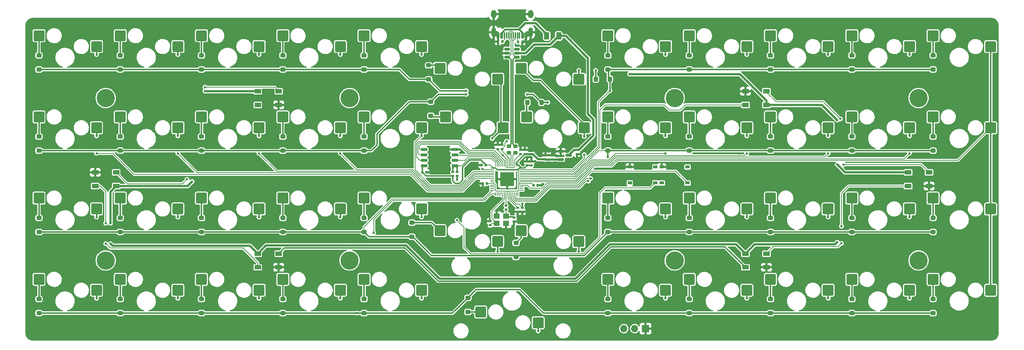
<source format=gbr>
%TF.GenerationSoftware,KiCad,Pcbnew,(6.0.6)*%
%TF.CreationDate,2022-08-30T20:37:50+01:00*%
%TF.ProjectId,RP2040_keyboard,52503230-3430-45f6-9b65-79626f617264,REV1*%
%TF.SameCoordinates,Original*%
%TF.FileFunction,Copper,L1,Top*%
%TF.FilePolarity,Positive*%
%FSLAX46Y46*%
G04 Gerber Fmt 4.6, Leading zero omitted, Abs format (unit mm)*
G04 Created by KiCad (PCBNEW (6.0.6)) date 2022-08-30 20:37:50*
%MOMM*%
%LPD*%
G01*
G04 APERTURE LIST*
G04 Aperture macros list*
%AMRoundRect*
0 Rectangle with rounded corners*
0 $1 Rounding radius*
0 $2 $3 $4 $5 $6 $7 $8 $9 X,Y pos of 4 corners*
0 Add a 4 corners polygon primitive as box body*
4,1,4,$2,$3,$4,$5,$6,$7,$8,$9,$2,$3,0*
0 Add four circle primitives for the rounded corners*
1,1,$1+$1,$2,$3*
1,1,$1+$1,$4,$5*
1,1,$1+$1,$6,$7*
1,1,$1+$1,$8,$9*
0 Add four rect primitives between the rounded corners*
20,1,$1+$1,$2,$3,$4,$5,0*
20,1,$1+$1,$4,$5,$6,$7,0*
20,1,$1+$1,$6,$7,$8,$9,0*
20,1,$1+$1,$8,$9,$2,$3,0*%
G04 Aperture macros list end*
%TA.AperFunction,SMDPad,CuDef*%
%ADD10RoundRect,0.254000X-1.016000X-1.016000X1.016000X-1.016000X1.016000X1.016000X-1.016000X1.016000X0*%
%TD*%
%TA.AperFunction,SMDPad,CuDef*%
%ADD11RoundRect,0.140000X0.170000X-0.140000X0.170000X0.140000X-0.170000X0.140000X-0.170000X-0.140000X0*%
%TD*%
%TA.AperFunction,SMDPad,CuDef*%
%ADD12RoundRect,0.250000X0.350000X-0.250000X0.350000X0.250000X-0.350000X0.250000X-0.350000X-0.250000X0*%
%TD*%
%TA.AperFunction,SMDPad,CuDef*%
%ADD13RoundRect,0.140000X-0.170000X0.140000X-0.170000X-0.140000X0.170000X-0.140000X0.170000X0.140000X0*%
%TD*%
%TA.AperFunction,SMDPad,CuDef*%
%ADD14R,1.000000X0.750000*%
%TD*%
%TA.AperFunction,SMDPad,CuDef*%
%ADD15RoundRect,0.050000X-0.387500X-0.050000X0.387500X-0.050000X0.387500X0.050000X-0.387500X0.050000X0*%
%TD*%
%TA.AperFunction,SMDPad,CuDef*%
%ADD16RoundRect,0.050000X-0.050000X-0.387500X0.050000X-0.387500X0.050000X0.387500X-0.050000X0.387500X0*%
%TD*%
%TA.AperFunction,ComponentPad*%
%ADD17C,0.600000*%
%TD*%
%TA.AperFunction,SMDPad,CuDef*%
%ADD18RoundRect,0.144000X-1.456000X-1.456000X1.456000X-1.456000X1.456000X1.456000X-1.456000X1.456000X0*%
%TD*%
%TA.AperFunction,SMDPad,CuDef*%
%ADD19RoundRect,0.150000X0.650000X0.150000X-0.650000X0.150000X-0.650000X-0.150000X0.650000X-0.150000X0*%
%TD*%
%TA.AperFunction,SMDPad,CuDef*%
%ADD20RoundRect,0.140000X-0.140000X-0.170000X0.140000X-0.170000X0.140000X0.170000X-0.140000X0.170000X0*%
%TD*%
%TA.AperFunction,SMDPad,CuDef*%
%ADD21R,1.500000X1.000000*%
%TD*%
%TA.AperFunction,SMDPad,CuDef*%
%ADD22RoundRect,0.140000X0.140000X0.170000X-0.140000X0.170000X-0.140000X-0.170000X0.140000X-0.170000X0*%
%TD*%
%TA.AperFunction,SMDPad,CuDef*%
%ADD23RoundRect,0.250000X-0.350000X0.250000X-0.350000X-0.250000X0.350000X-0.250000X0.350000X0.250000X0*%
%TD*%
%TA.AperFunction,SMDPad,CuDef*%
%ADD24RoundRect,0.150000X-0.587500X-0.150000X0.587500X-0.150000X0.587500X0.150000X-0.587500X0.150000X0*%
%TD*%
%TA.AperFunction,SMDPad,CuDef*%
%ADD25RoundRect,0.150000X0.150000X0.575000X-0.150000X0.575000X-0.150000X-0.575000X0.150000X-0.575000X0*%
%TD*%
%TA.AperFunction,SMDPad,CuDef*%
%ADD26RoundRect,0.075000X0.075000X0.650000X-0.075000X0.650000X-0.075000X-0.650000X0.075000X-0.650000X0*%
%TD*%
%TA.AperFunction,ComponentPad*%
%ADD27O,1.300000X1.900000*%
%TD*%
%TA.AperFunction,ComponentPad*%
%ADD28O,1.100000X2.200000*%
%TD*%
%TA.AperFunction,SMDPad,CuDef*%
%ADD29RoundRect,0.150000X-0.512500X-0.150000X0.512500X-0.150000X0.512500X0.150000X-0.512500X0.150000X0*%
%TD*%
%TA.AperFunction,SMDPad,CuDef*%
%ADD30RoundRect,0.225000X-0.250000X0.225000X-0.250000X-0.225000X0.250000X-0.225000X0.250000X0.225000X0*%
%TD*%
%TA.AperFunction,SMDPad,CuDef*%
%ADD31RoundRect,0.254000X1.016000X1.016000X-1.016000X1.016000X-1.016000X-1.016000X1.016000X-1.016000X0*%
%TD*%
%TA.AperFunction,SMDPad,CuDef*%
%ADD32RoundRect,0.250000X0.250000X0.350000X-0.250000X0.350000X-0.250000X-0.350000X0.250000X-0.350000X0*%
%TD*%
%TA.AperFunction,SMDPad,CuDef*%
%ADD33R,1.400000X1.200000*%
%TD*%
%TA.AperFunction,SMDPad,CuDef*%
%ADD34RoundRect,0.135000X0.135000X0.185000X-0.135000X0.185000X-0.135000X-0.185000X0.135000X-0.185000X0*%
%TD*%
%TA.AperFunction,ComponentPad*%
%ADD35C,4.250000*%
%TD*%
%TA.AperFunction,SMDPad,CuDef*%
%ADD36RoundRect,0.250000X-0.375000X-0.625000X0.375000X-0.625000X0.375000X0.625000X-0.375000X0.625000X0*%
%TD*%
%TA.AperFunction,ComponentPad*%
%ADD37R,1.700000X1.700000*%
%TD*%
%TA.AperFunction,ComponentPad*%
%ADD38O,1.700000X1.700000*%
%TD*%
%TA.AperFunction,ViaPad*%
%ADD39C,0.600000*%
%TD*%
%TA.AperFunction,Conductor*%
%ADD40C,0.200000*%
%TD*%
%TA.AperFunction,Conductor*%
%ADD41C,0.500000*%
%TD*%
%TA.AperFunction,Conductor*%
%ADD42C,0.400000*%
%TD*%
%TA.AperFunction,Conductor*%
%ADD43C,0.300000*%
%TD*%
G04 APERTURE END LIST*
D10*
%TO.P,SW22,1,1*%
%TO.N,Net-(D22-Pad2)*%
X136404000Y-80420000D03*
%TO.P,SW22,2,2*%
%TO.N,C5*%
X149866000Y-82960000D03*
%TD*%
D11*
%TO.P,C17,1*%
%TO.N,+3V3*%
X159816250Y-90380001D03*
%TO.P,C17,2*%
%TO.N,GND*%
X159816250Y-89420001D03*
%TD*%
D10*
%TO.P,SW30,1,1*%
%TO.N,Net-(D30-Pad2)*%
X174404000Y-99420000D03*
%TO.P,SW30,2,2*%
%TO.N,C7*%
X187866000Y-101960000D03*
%TD*%
%TO.P,SW5,1,1*%
%TO.N,Net-(D5-Pad2)*%
X60404000Y-61420000D03*
%TO.P,SW5,2,2*%
%TO.N,C1*%
X73866000Y-63960000D03*
%TD*%
%TO.P,SW43,1,1*%
%TO.N,Net-(D43-Pad2)*%
X231404000Y-118420000D03*
%TO.P,SW43,2,2*%
%TO.N,C10*%
X244866000Y-120960000D03*
%TD*%
D12*
%TO.P,D46,1,K*%
%TO.N,R2*%
X250404000Y-107325000D03*
%TO.P,D46,2,A*%
%TO.N,Net-(D46-Pad2)*%
X250404000Y-104025000D03*
%TD*%
D13*
%TO.P,R1,1*%
%TO.N,/QSPI_SS*%
X139120000Y-93300000D03*
%TO.P,R1,2*%
%TO.N,/~{USB_BOOT}*%
X139120000Y-94260000D03*
%TD*%
%TO.P,R5,1*%
%TO.N,XTAL_OUT*%
X150575000Y-101170000D03*
%TO.P,R5,2*%
%TO.N,Net-(C3-Pad1)*%
X150575000Y-102130000D03*
%TD*%
D10*
%TO.P,SW3,1,1*%
%TO.N,Net-(D3-Pad2)*%
X41404000Y-99420000D03*
%TO.P,SW3,2,2*%
%TO.N,C0*%
X54866000Y-101960000D03*
%TD*%
D12*
%TO.P,D23,1,K*%
%TO.N,R2*%
X128580000Y-108460000D03*
%TO.P,D23,2,A*%
%TO.N,Net-(D23-Pad2)*%
X128580000Y-105160000D03*
%TD*%
%TO.P,D11,1,K*%
%TO.N,R2*%
X79404000Y-107325000D03*
%TO.P,D11,2,A*%
%TO.N,Net-(D11-Pad2)*%
X79404000Y-104025000D03*
%TD*%
%TO.P,D30,1,K*%
%TO.N,R2*%
X174404000Y-107325000D03*
%TO.P,D30,2,A*%
%TO.N,Net-(D30-Pad2)*%
X174404000Y-104025000D03*
%TD*%
%TO.P,D19,1,K*%
%TO.N,R2*%
X117404000Y-107325000D03*
%TO.P,D19,2,A*%
%TO.N,Net-(D19-Pad2)*%
X117404000Y-104025000D03*
%TD*%
%TO.P,D29,1,K*%
%TO.N,R1*%
X174404000Y-88325000D03*
%TO.P,D29,2,A*%
%TO.N,Net-(D29-Pad2)*%
X174404000Y-85025000D03*
%TD*%
%TO.P,D43,1,K*%
%TO.N,R3*%
X231404000Y-126325000D03*
%TO.P,D43,2,A*%
%TO.N,Net-(D43-Pad2)*%
X231404000Y-123025000D03*
%TD*%
%TO.P,D18,1,K*%
%TO.N,R1*%
X117404000Y-88325000D03*
%TO.P,D18,2,A*%
%TO.N,Net-(D18-Pad2)*%
X117404000Y-85025000D03*
%TD*%
D14*
%TO.P,SW49,1,1*%
%TO.N,GND*%
X179500000Y-92125000D03*
%TO.P,SW49,2,2*%
%TO.N,unconnected-(SW49-Pad2)*%
X185500000Y-92125000D03*
%TO.P,SW49,3,K*%
%TO.N,unconnected-(SW49-Pad3)*%
X179500000Y-95875000D03*
%TO.P,SW49,4,A*%
%TO.N,/~{USB_BOOT}*%
X185500000Y-95875000D03*
%TD*%
D15*
%TO.P,U3,1,IOVDD*%
%TO.N,+3V3*%
X147362500Y-92400000D03*
%TO.P,U3,2,GPIO0*%
%TO.N,C5*%
X147362500Y-92800000D03*
%TO.P,U3,3,GPIO1*%
%TO.N,C4*%
X147362500Y-93200000D03*
%TO.P,U3,4,GPIO2*%
%TO.N,C3*%
X147362500Y-93600000D03*
%TO.P,U3,5,GPIO3*%
%TO.N,C2*%
X147362500Y-94000000D03*
%TO.P,U3,6,GPIO4*%
%TO.N,C1*%
X147362500Y-94400000D03*
%TO.P,U3,7,GPIO5*%
%TO.N,C0*%
X147362500Y-94800000D03*
%TO.P,U3,8,GPIO6*%
%TO.N,/GPIO6*%
X147362500Y-95200000D03*
%TO.P,U3,9,GPIO7*%
%TO.N,/GPIO7*%
X147362500Y-95600000D03*
%TO.P,U3,10,IOVDD*%
%TO.N,+3V3*%
X147362500Y-96000000D03*
%TO.P,U3,11,GPIO8*%
%TO.N,/GPIO8*%
X147362500Y-96400000D03*
%TO.P,U3,12,GPIO9*%
%TO.N,/GPIO9*%
X147362500Y-96800000D03*
%TO.P,U3,13,GPIO10*%
%TO.N,/GPIO10*%
X147362500Y-97200000D03*
%TO.P,U3,14,GPIO11*%
%TO.N,R2*%
X147362500Y-97600000D03*
D16*
%TO.P,U3,15,GPIO12*%
%TO.N,R3*%
X148200000Y-98437500D03*
%TO.P,U3,16,GPIO13*%
%TO.N,/GPIO13*%
X148600000Y-98437500D03*
%TO.P,U3,17,GPIO14*%
%TO.N,/GPIO14*%
X149000000Y-98437500D03*
%TO.P,U3,18,GPIO15*%
%TO.N,/GPIO15*%
X149400000Y-98437500D03*
%TO.P,U3,19,TESTEN*%
%TO.N,GND*%
X149800000Y-98437500D03*
%TO.P,U3,20,XIN*%
%TO.N,XTAL_IN*%
X150200000Y-98437500D03*
%TO.P,U3,21,XOUT*%
%TO.N,XTAL_OUT*%
X150600000Y-98437500D03*
%TO.P,U3,22,IOVDD*%
%TO.N,+3V3*%
X151000000Y-98437500D03*
%TO.P,U3,23,DVDD*%
%TO.N,+1V1*%
X151400000Y-98437500D03*
%TO.P,U3,24,SWCLK*%
%TO.N,/SWCLK*%
X151800000Y-98437500D03*
%TO.P,U3,25,SWD*%
%TO.N,/SWD*%
X152200000Y-98437500D03*
%TO.P,U3,26,RUN*%
%TO.N,/RUN*%
X152600000Y-98437500D03*
%TO.P,U3,27,GPIO16*%
%TO.N,/GPIO16*%
X153000000Y-98437500D03*
%TO.P,U3,28,GPIO17*%
%TO.N,/GPIO17*%
X153400000Y-98437500D03*
D15*
%TO.P,U3,29,GPIO18*%
%TO.N,/GPIO18*%
X154237500Y-97600000D03*
%TO.P,U3,30,GPIO19*%
%TO.N,/GPIO19*%
X154237500Y-97200000D03*
%TO.P,U3,31,GPIO20*%
%TO.N,/GPIO20*%
X154237500Y-96800000D03*
%TO.P,U3,32,GPIO21*%
%TO.N,C11*%
X154237500Y-96400000D03*
%TO.P,U3,33,IOVDD*%
%TO.N,+3V3*%
X154237500Y-96000000D03*
%TO.P,U3,34,GPIO22*%
%TO.N,C10*%
X154237500Y-95600000D03*
%TO.P,U3,35,GPIO23*%
%TO.N,C9*%
X154237500Y-95200000D03*
%TO.P,U3,36,GPIO24*%
%TO.N,C8*%
X154237500Y-94800000D03*
%TO.P,U3,37,GPIO25*%
%TO.N,C7*%
X154237500Y-94400000D03*
%TO.P,U3,38,GPIO26_ADC0*%
%TO.N,R1*%
X154237500Y-94000000D03*
%TO.P,U3,39,GPIO27_ADC1*%
%TO.N,LED Logic*%
X154237500Y-93600000D03*
%TO.P,U3,40,GPIO28_ADC2*%
%TO.N,R0*%
X154237500Y-93200000D03*
%TO.P,U3,41,GPIO29_ADC3*%
%TO.N,C6*%
X154237500Y-92800000D03*
%TO.P,U3,42,IOVDD*%
%TO.N,+3V3*%
X154237500Y-92400000D03*
D16*
%TO.P,U3,43,ADC_AVDD*%
X153400000Y-91562500D03*
%TO.P,U3,44,VREG_IN*%
X153000000Y-91562500D03*
%TO.P,U3,45,VREG_VOUT*%
%TO.N,+1V1*%
X152600000Y-91562500D03*
%TO.P,U3,46,USB_DM*%
%TO.N,Net-(R4-Pad2)*%
X152200000Y-91562500D03*
%TO.P,U3,47,USB_DP*%
%TO.N,Net-(R3-Pad2)*%
X151800000Y-91562500D03*
%TO.P,U3,48,USB_VDD*%
%TO.N,+3V3*%
X151400000Y-91562500D03*
%TO.P,U3,49,IOVDD*%
X151000000Y-91562500D03*
%TO.P,U3,50,DVDD*%
%TO.N,+1V1*%
X150600000Y-91562500D03*
%TO.P,U3,51,QSPI_SD3*%
%TO.N,/QSPI_SD3*%
X150200000Y-91562500D03*
%TO.P,U3,52,QSPI_SCLK*%
%TO.N,/QSPI_SCLK*%
X149800000Y-91562500D03*
%TO.P,U3,53,QSPI_SD0*%
%TO.N,/QSPI_SD0*%
X149400000Y-91562500D03*
%TO.P,U3,54,QSPI_SD2*%
%TO.N,/QSPI_SD2*%
X149000000Y-91562500D03*
%TO.P,U3,55,QSPI_SD1*%
%TO.N,/QSPI_SD1*%
X148600000Y-91562500D03*
%TO.P,U3,56,QSPI_SS*%
%TO.N,/QSPI_SS*%
X148200000Y-91562500D03*
D17*
%TO.P,U3,57,GND*%
%TO.N,GND*%
X150800000Y-95000000D03*
X149525000Y-95000000D03*
X150800000Y-96275000D03*
X149525000Y-96275000D03*
X152075000Y-93725000D03*
X150800000Y-93725000D03*
D18*
X150800000Y-95000000D03*
D17*
X152075000Y-95000000D03*
X149525000Y-93725000D03*
X152075000Y-96275000D03*
%TD*%
D19*
%TO.P,U2,1,~{CS}*%
%TO.N,/QSPI_SS*%
X138627401Y-91820929D03*
%TO.P,U2,2,DO(IO1)*%
%TO.N,/QSPI_SD1*%
X138627401Y-90550929D03*
%TO.P,U2,3,IO2*%
%TO.N,/QSPI_SD2*%
X138627401Y-89280929D03*
%TO.P,U2,4,GND*%
%TO.N,GND*%
X138627401Y-88010929D03*
%TO.P,U2,5,DI(IO0)*%
%TO.N,/QSPI_SD0*%
X131427401Y-88010929D03*
%TO.P,U2,6,CLK*%
%TO.N,/QSPI_SCLK*%
X131427401Y-89280929D03*
%TO.P,U2,7,IO3*%
%TO.N,/QSPI_SD3*%
X131427401Y-90550929D03*
%TO.P,U2,8,VCC*%
%TO.N,+3V3*%
X131427401Y-91820929D03*
%TD*%
D12*
%TO.P,D47,1,K*%
%TO.N,R3*%
X250404000Y-126325000D03*
%TO.P,D47,2,A*%
%TO.N,Net-(D47-Pad2)*%
X250404000Y-123025000D03*
%TD*%
%TO.P,D4,1,K*%
%TO.N,R3*%
X41404000Y-126325000D03*
%TO.P,D4,2,A*%
%TO.N,Net-(D4-Pad2)*%
X41404000Y-123025000D03*
%TD*%
D10*
%TO.P,SW37,1,1*%
%TO.N,Net-(D37-Pad2)*%
X212404000Y-80420000D03*
%TO.P,SW37,2,2*%
%TO.N,C9*%
X225866000Y-82960000D03*
%TD*%
%TO.P,SW32,1,1*%
%TO.N,Net-(D32-Pad2)*%
X193404000Y-61420000D03*
%TO.P,SW32,2,2*%
%TO.N,C8*%
X206866000Y-63960000D03*
%TD*%
D20*
%TO.P,C12,1*%
%TO.N,+3V3*%
X157010000Y-96400000D03*
%TO.P,C12,2*%
%TO.N,GND*%
X157970000Y-96400000D03*
%TD*%
%TO.P,C5,1*%
%TO.N,+3V3*%
X130980000Y-93340000D03*
%TO.P,C5,2*%
%TO.N,GND*%
X131940000Y-93340000D03*
%TD*%
D12*
%TO.P,D20,1,K*%
%TO.N,R3*%
X117404000Y-126325000D03*
%TO.P,D20,2,A*%
%TO.N,Net-(D20-Pad2)*%
X117404000Y-123025000D03*
%TD*%
D10*
%TO.P,SW14,1,1*%
%TO.N,Net-(D14-Pad2)*%
X98404000Y-80420000D03*
%TO.P,SW14,2,2*%
%TO.N,C3*%
X111866000Y-82960000D03*
%TD*%
D13*
%TO.P,C3,1*%
%TO.N,Net-(C3-Pad1)*%
X152450000Y-103945000D03*
%TO.P,C3,2*%
%TO.N,GND*%
X152450000Y-104905000D03*
%TD*%
D21*
%TO.P,LED6,1,VDD*%
%TO.N,+5V*%
X92550000Y-74400000D03*
%TO.P,LED6,2,DO*%
%TO.N,unconnected-(LED6-Pad2)*%
X92550000Y-77600000D03*
%TO.P,LED6,3,GND*%
%TO.N,GND*%
X97450000Y-77600000D03*
%TO.P,LED6,4,DI*%
%TO.N,Net-(LED5-Pad2)*%
X97450000Y-74400000D03*
%TD*%
D22*
%TO.P,C16,1*%
%TO.N,+3V3*%
X145830000Y-91675000D03*
%TO.P,C16,2*%
%TO.N,GND*%
X144870000Y-91675000D03*
%TD*%
D11*
%TO.P,C7,1*%
%TO.N,+1V1*%
X148590000Y-87930000D03*
%TO.P,C7,2*%
%TO.N,GND*%
X148590000Y-86970000D03*
%TD*%
%TO.P,C11,1*%
%TO.N,+3V3*%
X155517461Y-91765933D03*
%TO.P,C11,2*%
%TO.N,GND*%
X155517461Y-90805933D03*
%TD*%
D12*
%TO.P,D27,1,K*%
%TO.N,R2*%
X152910000Y-113200000D03*
%TO.P,D27,2,A*%
%TO.N,Net-(D27-Pad2)*%
X152910000Y-109900000D03*
%TD*%
%TO.P,D31,1,K*%
%TO.N,R3*%
X174404000Y-126325000D03*
%TO.P,D31,2,A*%
%TO.N,Net-(D31-Pad2)*%
X174404000Y-123025000D03*
%TD*%
D13*
%TO.P,C1,1*%
%TO.N,+5V*%
X167150000Y-88160000D03*
%TO.P,C1,2*%
%TO.N,GND*%
X167150000Y-89120000D03*
%TD*%
D12*
%TO.P,D37,1,K*%
%TO.N,R1*%
X212404000Y-88325000D03*
%TO.P,D37,2,A*%
%TO.N,Net-(D37-Pad2)*%
X212404000Y-85025000D03*
%TD*%
D11*
%TO.P,C2,1*%
%TO.N,XTAL_IN*%
X146875000Y-105780000D03*
%TO.P,C2,2*%
%TO.N,GND*%
X146875000Y-104820000D03*
%TD*%
D10*
%TO.P,SW33,1,1*%
%TO.N,Net-(D33-Pad2)*%
X193404000Y-80420000D03*
%TO.P,SW33,2,2*%
%TO.N,C8*%
X206866000Y-82960000D03*
%TD*%
D12*
%TO.P,D17,1,K*%
%TO.N,R0*%
X117404000Y-69325000D03*
%TO.P,D17,2,A*%
%TO.N,Net-(D17-Pad2)*%
X117404000Y-66025000D03*
%TD*%
D10*
%TO.P,SW2,1,1*%
%TO.N,Net-(D2-Pad2)*%
X41404000Y-80420000D03*
%TO.P,SW2,2,2*%
%TO.N,C0*%
X54866000Y-82960000D03*
%TD*%
%TO.P,SW13,1,1*%
%TO.N,Net-(D13-Pad2)*%
X98404000Y-61420000D03*
%TO.P,SW13,2,2*%
%TO.N,C3*%
X111866000Y-63960000D03*
%TD*%
D23*
%TO.P,D24,1,K*%
%TO.N,R3*%
X141670000Y-122740000D03*
%TO.P,D24,2,A*%
%TO.N,Net-(D24-Pad2)*%
X141670000Y-126040000D03*
%TD*%
D10*
%TO.P,SW31,1,1*%
%TO.N,Net-(D31-Pad2)*%
X174404000Y-118420000D03*
%TO.P,SW31,2,2*%
%TO.N,C7*%
X187866000Y-120960000D03*
%TD*%
%TO.P,SW11,1,1*%
%TO.N,Net-(D11-Pad2)*%
X79404000Y-99420000D03*
%TO.P,SW11,2,2*%
%TO.N,C2*%
X92866000Y-101960000D03*
%TD*%
D13*
%TO.P,C13,1*%
%TO.N,+3V3*%
X153300000Y-101670000D03*
%TO.P,C13,2*%
%TO.N,GND*%
X153300000Y-102630000D03*
%TD*%
D10*
%TO.P,SW35,1,1*%
%TO.N,Net-(D35-Pad2)*%
X193404000Y-118420000D03*
%TO.P,SW35,2,2*%
%TO.N,C8*%
X206866000Y-120960000D03*
%TD*%
D12*
%TO.P,D42,1,K*%
%TO.N,R2*%
X231404000Y-107325000D03*
%TO.P,D42,2,A*%
%TO.N,Net-(D42-Pad2)*%
X231404000Y-104025000D03*
%TD*%
D10*
%TO.P,SW39,1,1*%
%TO.N,Net-(D39-Pad2)*%
X212404000Y-118420000D03*
%TO.P,SW39,2,2*%
%TO.N,C9*%
X225866000Y-120960000D03*
%TD*%
D11*
%TO.P,R2,1*%
%TO.N,+3V3*%
X138130000Y-94250000D03*
%TO.P,R2,2*%
%TO.N,/QSPI_SS*%
X138130000Y-93290000D03*
%TD*%
D10*
%TO.P,SW42,1,1*%
%TO.N,Net-(D42-Pad2)*%
X231404000Y-99420000D03*
%TO.P,SW42,2,2*%
%TO.N,C10*%
X244866000Y-101960000D03*
%TD*%
%TO.P,SW46,1,1*%
%TO.N,Net-(D46-Pad2)*%
X250404000Y-99420000D03*
%TO.P,SW46,2,2*%
%TO.N,C11*%
X263866000Y-101960000D03*
%TD*%
D12*
%TO.P,D33,1,K*%
%TO.N,R1*%
X193404000Y-88325000D03*
%TO.P,D33,2,A*%
%TO.N,Net-(D33-Pad2)*%
X193404000Y-85025000D03*
%TD*%
D24*
%TO.P,U1,1,GND*%
%TO.N,GND*%
X163350000Y-88475000D03*
%TO.P,U1,2,VO*%
%TO.N,+3V3*%
X163350000Y-90375000D03*
%TO.P,U1,3,VI*%
%TO.N,+5V*%
X165225000Y-89425000D03*
%TD*%
D12*
%TO.P,D12,1,K*%
%TO.N,R3*%
X79404000Y-126325000D03*
%TO.P,D12,2,A*%
%TO.N,Net-(D12-Pad2)*%
X79404000Y-123025000D03*
%TD*%
D10*
%TO.P,SW28,1,1*%
%TO.N,Net-(D28-Pad2)*%
X174404000Y-61420000D03*
%TO.P,SW28,2,2*%
%TO.N,C7*%
X187866000Y-63960000D03*
%TD*%
D25*
%TO.P,J1,A1,GND*%
%TO.N,GND*%
X155250000Y-61375000D03*
%TO.P,J1,A4,VBUS*%
%TO.N,VBUS*%
X154450000Y-61375000D03*
D26*
%TO.P,J1,A5,CC1*%
%TO.N,Net-(J1-PadA5)*%
X153250000Y-61375000D03*
%TO.P,J1,A6,D+*%
%TO.N,DBUS+*%
X152254000Y-61375000D03*
%TO.P,J1,A7,D-*%
%TO.N,DBUS-*%
X151750000Y-61375000D03*
%TO.P,J1,A8,SBU1*%
%TO.N,unconnected-(J1-PadA8)*%
X150750000Y-61375000D03*
D25*
%TO.P,J1,B1,GND*%
%TO.N,GND*%
X148750000Y-61375000D03*
%TO.P,J1,B4,VBUS*%
%TO.N,VBUS*%
X149550000Y-61375000D03*
D26*
%TO.P,J1,B5,CC2*%
%TO.N,Net-(J1-PadB5)*%
X150250000Y-61375000D03*
%TO.P,J1,B6,D+*%
%TO.N,DBUS+*%
X151250000Y-61375000D03*
%TO.P,J1,B7,D-*%
%TO.N,DBUS-*%
X152750000Y-61375000D03*
%TO.P,J1,B8,SBU2*%
%TO.N,unconnected-(J1-PadB8)*%
X153750000Y-61375000D03*
D27*
%TO.P,J1,S1,SHIELD*%
%TO.N,GND*%
X156300000Y-56400000D03*
X147700000Y-56400000D03*
D28*
X147700000Y-60600000D03*
X156300000Y-60600000D03*
%TD*%
D12*
%TO.P,D32,1,K*%
%TO.N,R0*%
X193404000Y-69325000D03*
%TO.P,D32,2,A*%
%TO.N,Net-(D32-Pad2)*%
X193404000Y-66025000D03*
%TD*%
D29*
%TO.P,U4,1,IO1*%
%TO.N,unconnected-(U4-Pad1)*%
X150862500Y-64550000D03*
%TO.P,U4,2,VN*%
%TO.N,GND*%
X150862500Y-65500000D03*
%TO.P,U4,3,IO2*%
%TO.N,DBUS+*%
X150862500Y-66450000D03*
%TO.P,U4,4,IO3*%
%TO.N,DBUS-*%
X153137500Y-66450000D03*
%TO.P,U4,5,VP*%
%TO.N,+5V*%
X153137500Y-65500000D03*
%TO.P,U4,6,IO4*%
%TO.N,unconnected-(U4-Pad6)*%
X153137500Y-64550000D03*
%TD*%
D10*
%TO.P,SW1,1,1*%
%TO.N,Net-(D1-Pad2)*%
X41404000Y-61420000D03*
%TO.P,SW1,2,2*%
%TO.N,C0*%
X54866000Y-63960000D03*
%TD*%
D21*
%TO.P,LED5,1,VDD*%
%TO.N,+5V*%
X59450000Y-96600000D03*
%TO.P,LED5,2,DO*%
%TO.N,Net-(LED5-Pad2)*%
X59450000Y-93400000D03*
%TO.P,LED5,3,GND*%
%TO.N,GND*%
X54550000Y-93400000D03*
%TO.P,LED5,4,DI*%
%TO.N,Net-(LED4-Pad2)*%
X54550000Y-96600000D03*
%TD*%
D12*
%TO.P,D41,1,K*%
%TO.N,R1*%
X231404000Y-88325000D03*
%TO.P,D41,2,A*%
%TO.N,Net-(D41-Pad2)*%
X231404000Y-85025000D03*
%TD*%
%TO.P,D40,1,K*%
%TO.N,R0*%
X231404000Y-69325000D03*
%TO.P,D40,2,A*%
%TO.N,Net-(D40-Pad2)*%
X231404000Y-66025000D03*
%TD*%
%TO.P,D38,1,K*%
%TO.N,R2*%
X212404000Y-107325000D03*
%TO.P,D38,2,A*%
%TO.N,Net-(D38-Pad2)*%
X212404000Y-104025000D03*
%TD*%
D30*
%TO.P,R3,1*%
%TO.N,DBUS+*%
X151250000Y-87285000D03*
%TO.P,R3,2*%
%TO.N,Net-(R3-Pad2)*%
X151250000Y-88835000D03*
%TD*%
D10*
%TO.P,SW9,1,1*%
%TO.N,Net-(D9-Pad2)*%
X79404000Y-61420000D03*
%TO.P,SW9,2,2*%
%TO.N,C2*%
X92866000Y-63960000D03*
%TD*%
D12*
%TO.P,D35,1,K*%
%TO.N,R3*%
X193404000Y-126325000D03*
%TO.P,D35,2,A*%
%TO.N,Net-(D35-Pad2)*%
X193404000Y-123025000D03*
%TD*%
%TO.P,D3,1,K*%
%TO.N,R2*%
X41404000Y-107325000D03*
%TO.P,D3,2,A*%
%TO.N,Net-(D3-Pad2)*%
X41404000Y-104025000D03*
%TD*%
D23*
%TO.P,D22,1,K*%
%TO.N,R1*%
X133000000Y-76890000D03*
%TO.P,D22,2,A*%
%TO.N,Net-(D22-Pad2)*%
X133000000Y-80190000D03*
%TD*%
D12*
%TO.P,D1,1,K*%
%TO.N,R0*%
X41404000Y-69325000D03*
%TO.P,D1,2,A*%
%TO.N,Net-(D1-Pad2)*%
X41404000Y-66025000D03*
%TD*%
%TO.P,D7,1,K*%
%TO.N,R2*%
X60404000Y-107325000D03*
%TO.P,D7,2,A*%
%TO.N,Net-(D7-Pad2)*%
X60404000Y-104025000D03*
%TD*%
D10*
%TO.P,SW10,1,1*%
%TO.N,Net-(D10-Pad2)*%
X79404000Y-80420000D03*
%TO.P,SW10,2,2*%
%TO.N,C2*%
X92866000Y-82960000D03*
%TD*%
D31*
%TO.P,SW23,1,1*%
%TO.N,C5*%
X148596000Y-109580000D03*
%TO.P,SW23,2,2*%
%TO.N,Net-(D23-Pad2)*%
X135134000Y-107040000D03*
%TD*%
D12*
%TO.P,D44,1,K*%
%TO.N,R0*%
X250404000Y-69325000D03*
%TO.P,D44,2,A*%
%TO.N,Net-(D44-Pad2)*%
X250404000Y-66025000D03*
%TD*%
D10*
%TO.P,SW20,1,1*%
%TO.N,Net-(D20-Pad2)*%
X117404000Y-118420000D03*
%TO.P,SW20,2,2*%
%TO.N,C4*%
X130866000Y-120960000D03*
%TD*%
D12*
%TO.P,D16,1,K*%
%TO.N,R3*%
X98404000Y-126325000D03*
%TO.P,D16,2,A*%
%TO.N,Net-(D16-Pad2)*%
X98404000Y-123025000D03*
%TD*%
D10*
%TO.P,SW19,1,1*%
%TO.N,Net-(D19-Pad2)*%
X117404000Y-99420000D03*
%TO.P,SW19,2,2*%
%TO.N,C4*%
X130866000Y-101960000D03*
%TD*%
D11*
%TO.P,C4,1*%
%TO.N,+3V3*%
X161300000Y-90380001D03*
%TO.P,C4,2*%
%TO.N,GND*%
X161300000Y-89420001D03*
%TD*%
D12*
%TO.P,D21,1,K*%
%TO.N,R0*%
X132500000Y-71650000D03*
%TO.P,D21,2,A*%
%TO.N,Net-(D21-Pad2)*%
X132500000Y-68350000D03*
%TD*%
D13*
%TO.P,C6,1*%
%TO.N,+1V1*%
X154425000Y-101665000D03*
%TO.P,C6,2*%
%TO.N,GND*%
X154425000Y-102625000D03*
%TD*%
D10*
%TO.P,SW6,1,1*%
%TO.N,Net-(D6-Pad2)*%
X60404000Y-80420000D03*
%TO.P,SW6,2,2*%
%TO.N,C1*%
X73866000Y-82960000D03*
%TD*%
D14*
%TO.P,SW48,1,1*%
%TO.N,GND*%
X187000000Y-92125000D03*
%TO.P,SW48,2,2*%
%TO.N,unconnected-(SW48-Pad2)*%
X193000000Y-92125000D03*
%TO.P,SW48,3,K*%
%TO.N,unconnected-(SW48-Pad3)*%
X187000000Y-95875000D03*
%TO.P,SW48,4,A*%
%TO.N,/RUN*%
X193000000Y-95875000D03*
%TD*%
D21*
%TO.P,LED1,1,VDD*%
%TO.N,+5V*%
X211450000Y-77600000D03*
%TO.P,LED1,2,DO*%
%TO.N,Net-(LED1-Pad2)*%
X211450000Y-74400000D03*
%TO.P,LED1,3,GND*%
%TO.N,GND*%
X206550000Y-74400000D03*
%TO.P,LED1,4,DI*%
%TO.N,LED Logic*%
X206550000Y-77600000D03*
%TD*%
D31*
%TO.P,SW25,1,1*%
%TO.N,Net-(D25-Pad2)*%
X167596000Y-71580000D03*
%TO.P,SW25,2,2*%
%TO.N,C6*%
X154134000Y-69040000D03*
%TD*%
D10*
%TO.P,SW34,1,1*%
%TO.N,Net-(D34-Pad2)*%
X193404000Y-99420000D03*
%TO.P,SW34,2,2*%
%TO.N,C8*%
X206866000Y-101960000D03*
%TD*%
%TO.P,SW17,1,1*%
%TO.N,Net-(D17-Pad2)*%
X117404000Y-61420000D03*
%TO.P,SW17,2,2*%
%TO.N,C4*%
X130866000Y-63960000D03*
%TD*%
%TO.P,SW44,1,1*%
%TO.N,Net-(D44-Pad2)*%
X250404000Y-61420000D03*
%TO.P,SW44,2,2*%
%TO.N,C11*%
X263866000Y-63960000D03*
%TD*%
D12*
%TO.P,D10,1,K*%
%TO.N,R1*%
X79404000Y-88325000D03*
%TO.P,D10,2,A*%
%TO.N,Net-(D10-Pad2)*%
X79404000Y-85025000D03*
%TD*%
D32*
%TO.P,D26,1,K*%
%TO.N,R1*%
X158848814Y-77049228D03*
%TO.P,D26,2,A*%
%TO.N,Net-(D26-Pad2)*%
X155548814Y-77049228D03*
%TD*%
D10*
%TO.P,SW29,1,1*%
%TO.N,Net-(D29-Pad2)*%
X174404000Y-80420000D03*
%TO.P,SW29,2,2*%
%TO.N,C7*%
X187866000Y-82960000D03*
%TD*%
%TO.P,SW12,1,1*%
%TO.N,Net-(D12-Pad2)*%
X79404000Y-118420000D03*
%TO.P,SW12,2,2*%
%TO.N,C2*%
X92866000Y-120960000D03*
%TD*%
D32*
%TO.P,D25,1,K*%
%TO.N,R0*%
X174850000Y-71580000D03*
%TO.P,D25,2,A*%
%TO.N,Net-(D25-Pad2)*%
X171550000Y-71580000D03*
%TD*%
D12*
%TO.P,D13,1,K*%
%TO.N,R0*%
X98404000Y-69325000D03*
%TO.P,D13,2,A*%
%TO.N,Net-(D13-Pad2)*%
X98404000Y-66025000D03*
%TD*%
%TO.P,D15,1,K*%
%TO.N,R2*%
X98404000Y-107325000D03*
%TO.P,D15,2,A*%
%TO.N,Net-(D15-Pad2)*%
X98404000Y-104025000D03*
%TD*%
D10*
%TO.P,SW7,1,1*%
%TO.N,Net-(D7-Pad2)*%
X60404000Y-99420000D03*
%TO.P,SW7,2,2*%
%TO.N,C1*%
X73866000Y-101960000D03*
%TD*%
%TO.P,SW8,1,1*%
%TO.N,Net-(D8-Pad2)*%
X60404000Y-118420000D03*
%TO.P,SW8,2,2*%
%TO.N,C1*%
X73866000Y-120960000D03*
%TD*%
D11*
%TO.P,C15,1*%
%TO.N,+3V3*%
X149615000Y-87944974D03*
%TO.P,C15,2*%
%TO.N,GND*%
X149615000Y-86984974D03*
%TD*%
D12*
%TO.P,D34,1,K*%
%TO.N,R2*%
X193404000Y-107325000D03*
%TO.P,D34,2,A*%
%TO.N,Net-(D34-Pad2)*%
X193404000Y-104025000D03*
%TD*%
D21*
%TO.P,LED4,1,VDD*%
%TO.N,+5V*%
X92550000Y-112400000D03*
%TO.P,LED4,2,DO*%
%TO.N,Net-(LED4-Pad2)*%
X92550000Y-115600000D03*
%TO.P,LED4,3,GND*%
%TO.N,GND*%
X97450000Y-115600000D03*
%TO.P,LED4,4,DI*%
%TO.N,Net-(LED3-Pad2)*%
X97450000Y-112400000D03*
%TD*%
D33*
%TO.P,Y1,1,1*%
%TO.N,Net-(C3-Pad1)*%
X150600000Y-103650000D03*
%TO.P,Y1,2,2*%
%TO.N,GND*%
X148400000Y-103650000D03*
%TO.P,Y1,3,3*%
%TO.N,XTAL_IN*%
X148400000Y-105350000D03*
%TO.P,Y1,4,4*%
%TO.N,GND*%
X150600000Y-105350000D03*
%TD*%
D12*
%TO.P,D36,1,K*%
%TO.N,R0*%
X212404000Y-69325000D03*
%TO.P,D36,2,A*%
%TO.N,Net-(D36-Pad2)*%
X212404000Y-66025000D03*
%TD*%
%TO.P,D8,1,K*%
%TO.N,R3*%
X60404000Y-126325000D03*
%TO.P,D8,2,A*%
%TO.N,Net-(D8-Pad2)*%
X60404000Y-123025000D03*
%TD*%
D10*
%TO.P,SW41,1,1*%
%TO.N,Net-(D41-Pad2)*%
X231404000Y-80420000D03*
%TO.P,SW41,2,2*%
%TO.N,C10*%
X244866000Y-82960000D03*
%TD*%
%TO.P,SW45,1,1*%
%TO.N,Net-(D45-Pad2)*%
X250404000Y-80420000D03*
%TO.P,SW45,2,2*%
%TO.N,C11*%
X263866000Y-82960000D03*
%TD*%
D12*
%TO.P,D5,1,K*%
%TO.N,R0*%
X60404000Y-69325000D03*
%TO.P,D5,2,A*%
%TO.N,Net-(D5-Pad2)*%
X60404000Y-66025000D03*
%TD*%
D10*
%TO.P,SW38,1,1*%
%TO.N,Net-(D38-Pad2)*%
X212404000Y-99420000D03*
%TO.P,SW38,2,2*%
%TO.N,C9*%
X225866000Y-101960000D03*
%TD*%
D34*
%TO.P,R7,1*%
%TO.N,Net-(J1-PadB5)*%
X149732688Y-62855349D03*
%TO.P,R7,2*%
%TO.N,GND*%
X148712688Y-62855349D03*
%TD*%
D12*
%TO.P,D14,1,K*%
%TO.N,R1*%
X98404000Y-88325000D03*
%TO.P,D14,2,A*%
%TO.N,Net-(D14-Pad2)*%
X98404000Y-85025000D03*
%TD*%
D10*
%TO.P,SW15,1,1*%
%TO.N,Net-(D15-Pad2)*%
X98404000Y-99420000D03*
%TO.P,SW15,2,2*%
%TO.N,C3*%
X111866000Y-101960000D03*
%TD*%
D11*
%TO.P,C10,1*%
%TO.N,+3V3*%
X154970000Y-89110000D03*
%TO.P,C10,2*%
%TO.N,GND*%
X154970000Y-88150000D03*
%TD*%
D35*
%TO.P,H1,*%
%TO.N,*%
X114000000Y-76000000D03*
X114000000Y-114000000D03*
X57000000Y-114000000D03*
X57000000Y-76000000D03*
X190000000Y-76000000D03*
X247000000Y-76000000D03*
X247000000Y-114000000D03*
X190000000Y-114000000D03*
%TD*%
D10*
%TO.P,SW47,1,1*%
%TO.N,Net-(D47-Pad2)*%
X250404000Y-118420000D03*
%TO.P,SW47,2,2*%
%TO.N,C11*%
X263866000Y-120960000D03*
%TD*%
D21*
%TO.P,LED3,1,VDD*%
%TO.N,+5V*%
X206550000Y-112400000D03*
%TO.P,LED3,2,DO*%
%TO.N,Net-(LED3-Pad2)*%
X206550000Y-115600000D03*
%TO.P,LED3,3,GND*%
%TO.N,GND*%
X211450000Y-115600000D03*
%TO.P,LED3,4,DI*%
%TO.N,Net-(LED2-Pad2)*%
X211450000Y-112400000D03*
%TD*%
D12*
%TO.P,D2,1,K*%
%TO.N,R1*%
X41404000Y-88325000D03*
%TO.P,D2,2,A*%
%TO.N,Net-(D2-Pad2)*%
X41404000Y-85025000D03*
%TD*%
D11*
%TO.P,C8,1*%
%TO.N,+1V1*%
X154000000Y-89110000D03*
%TO.P,C8,2*%
%TO.N,GND*%
X154000000Y-88150000D03*
%TD*%
D12*
%TO.P,D39,1,K*%
%TO.N,R3*%
X212404000Y-126325000D03*
%TO.P,D39,2,A*%
%TO.N,Net-(D39-Pad2)*%
X212404000Y-123025000D03*
%TD*%
D10*
%TO.P,SW16,1,1*%
%TO.N,Net-(D16-Pad2)*%
X98404000Y-118420000D03*
%TO.P,SW16,2,2*%
%TO.N,C3*%
X111866000Y-120960000D03*
%TD*%
D21*
%TO.P,LED2,1,VDD*%
%TO.N,+5V*%
X244550000Y-93400000D03*
%TO.P,LED2,2,DO*%
%TO.N,Net-(LED2-Pad2)*%
X244550000Y-96600000D03*
%TO.P,LED2,3,GND*%
%TO.N,GND*%
X249450000Y-96600000D03*
%TO.P,LED2,4,DI*%
%TO.N,Net-(LED1-Pad2)*%
X249450000Y-93400000D03*
%TD*%
D12*
%TO.P,D9,1,K*%
%TO.N,R0*%
X79404000Y-69325000D03*
%TO.P,D9,2,A*%
%TO.N,Net-(D9-Pad2)*%
X79404000Y-66025000D03*
%TD*%
D11*
%TO.P,C9,1*%
%TO.N,+3V3*%
X156517461Y-91765933D03*
%TO.P,C9,2*%
%TO.N,GND*%
X156517461Y-90805933D03*
%TD*%
D10*
%TO.P,SW36,1,1*%
%TO.N,Net-(D36-Pad2)*%
X212404000Y-61420000D03*
%TO.P,SW36,2,2*%
%TO.N,C9*%
X225866000Y-63960000D03*
%TD*%
D12*
%TO.P,D45,1,K*%
%TO.N,R1*%
X250404000Y-88325000D03*
%TO.P,D45,2,A*%
%TO.N,Net-(D45-Pad2)*%
X250404000Y-85025000D03*
%TD*%
D36*
%TO.P,F1,1*%
%TO.N,VBUS*%
X160100000Y-61500000D03*
%TO.P,F1,2*%
%TO.N,+5V*%
X162900000Y-61500000D03*
%TD*%
D12*
%TO.P,D28,1,K*%
%TO.N,R0*%
X174404000Y-69325000D03*
%TO.P,D28,2,A*%
%TO.N,Net-(D28-Pad2)*%
X174404000Y-66025000D03*
%TD*%
D10*
%TO.P,SW26,1,1*%
%TO.N,Net-(D26-Pad2)*%
X155404000Y-80420000D03*
%TO.P,SW26,2,2*%
%TO.N,C6*%
X168866000Y-82960000D03*
%TD*%
D22*
%TO.P,C14,1*%
%TO.N,+3V3*%
X146080000Y-96000000D03*
%TO.P,C14,2*%
%TO.N,GND*%
X145120000Y-96000000D03*
%TD*%
D31*
%TO.P,SW27,1,1*%
%TO.N,C6*%
X167596000Y-109580000D03*
%TO.P,SW27,2,2*%
%TO.N,Net-(D27-Pad2)*%
X154134000Y-107040000D03*
%TD*%
%TO.P,SW24,1,1*%
%TO.N,C5*%
X158096000Y-128580000D03*
%TO.P,SW24,2,2*%
%TO.N,Net-(D24-Pad2)*%
X144634000Y-126040000D03*
%TD*%
%TO.P,SW21,1,1*%
%TO.N,C5*%
X148596000Y-71580000D03*
%TO.P,SW21,2,2*%
%TO.N,Net-(D21-Pad2)*%
X135134000Y-69040000D03*
%TD*%
D10*
%TO.P,SW18,1,1*%
%TO.N,Net-(D18-Pad2)*%
X117404000Y-80420000D03*
%TO.P,SW18,2,2*%
%TO.N,C4*%
X130866000Y-82960000D03*
%TD*%
%TO.P,SW40,1,1*%
%TO.N,Net-(D40-Pad2)*%
X231404000Y-61420000D03*
%TO.P,SW40,2,2*%
%TO.N,C10*%
X244866000Y-63960000D03*
%TD*%
D30*
%TO.P,R4,1*%
%TO.N,DBUS-*%
X152750000Y-87285000D03*
%TO.P,R4,2*%
%TO.N,Net-(R4-Pad2)*%
X152750000Y-88835000D03*
%TD*%
D12*
%TO.P,D6,1,K*%
%TO.N,R1*%
X60404000Y-88325000D03*
%TO.P,D6,2,A*%
%TO.N,Net-(D6-Pad2)*%
X60404000Y-85025000D03*
%TD*%
D37*
%TO.P,J2,1,Pin_1*%
%TO.N,GND*%
X183200000Y-129950000D03*
D38*
%TO.P,J2,2,Pin_2*%
%TO.N,/SWD*%
X180660000Y-129950000D03*
%TO.P,J2,3,Pin_3*%
%TO.N,/SWCLK*%
X178120000Y-129950000D03*
%TD*%
D34*
%TO.P,R6,1*%
%TO.N,GND*%
X154361475Y-62940945D03*
%TO.P,R6,2*%
%TO.N,Net-(J1-PadA5)*%
X153341475Y-62940945D03*
%TD*%
D10*
%TO.P,SW4,1,1*%
%TO.N,Net-(D4-Pad2)*%
X41404000Y-118420000D03*
%TO.P,SW4,2,2*%
%TO.N,C0*%
X54866000Y-120960000D03*
%TD*%
D39*
%TO.N,GND*%
X148510000Y-99680000D03*
X205229657Y-88959472D03*
X157973294Y-91544874D03*
X156000000Y-98000000D03*
X141317780Y-93546813D03*
X163000000Y-81000000D03*
X137000000Y-95000000D03*
X243000000Y-89000000D03*
X158950000Y-96400000D03*
X247000000Y-106000000D03*
X110000000Y-89000000D03*
X164000000Y-63000000D03*
X91000000Y-89000000D03*
X149450000Y-101730000D03*
X224000000Y-89000000D03*
X72000000Y-89000000D03*
X140250859Y-88648133D03*
%TO.N,+3V3*%
X150720000Y-86090000D03*
X156843675Y-89110000D03*
%TO.N,+1V1*%
X154425000Y-100750000D03*
X149790000Y-89360000D03*
%TO.N,/SWD*%
X170370000Y-94810000D03*
%TO.N,/SWCLK*%
X169820500Y-95430000D03*
%TO.N,/~{USB_BOOT}*%
X139120000Y-104590000D03*
X139120000Y-95100000D03*
%TO.N,R0*%
X141280000Y-74290000D03*
X174850000Y-74290000D03*
%TO.N,R1*%
X141280000Y-75160000D03*
X155490000Y-75160000D03*
X160348814Y-77049228D03*
X174404000Y-89825000D03*
%TO.N,R3*%
X119660000Y-107500000D03*
X115704000Y-126325000D03*
%TO.N,Net-(D25-Pad2)*%
X167596000Y-69534000D03*
X171550000Y-69534000D03*
%TO.N,C0*%
X54866000Y-84844000D03*
X54866000Y-103844000D03*
X54866000Y-122844000D03*
X54866000Y-65844000D03*
X54866000Y-88954000D03*
%TO.N,C1*%
X73866000Y-65844000D03*
X73866000Y-88954000D03*
X73866000Y-103844000D03*
X73866000Y-122844000D03*
X73866000Y-84844000D03*
%TO.N,C2*%
X92836000Y-84844000D03*
X92836000Y-65844000D03*
X92836000Y-88954000D03*
X92836000Y-122844000D03*
X92836000Y-103844000D03*
%TO.N,C3*%
X111836000Y-84844000D03*
X111836000Y-88954000D03*
X111836000Y-65844000D03*
X111836000Y-122844000D03*
X111836000Y-103844000D03*
%TO.N,C4*%
X130836000Y-84844000D03*
X130836000Y-65844000D03*
X130836000Y-122844000D03*
X130836000Y-103844000D03*
%TO.N,C5*%
X147370000Y-85460000D03*
X158096000Y-130484000D03*
X145090000Y-92580000D03*
X148596000Y-111884000D03*
%TO.N,C6*%
X168866000Y-89284000D03*
X168866000Y-84984000D03*
X167596000Y-111884000D03*
%TO.N,C7*%
X187866000Y-84844000D03*
X187866000Y-103844000D03*
X187866000Y-122844000D03*
X187866000Y-65844000D03*
X187866000Y-88954000D03*
%TO.N,C8*%
X206866000Y-65844000D03*
X206866000Y-122844000D03*
X206866000Y-103844000D03*
X206866000Y-88954000D03*
X206866000Y-84844000D03*
%TO.N,C9*%
X225866000Y-88954000D03*
X225866000Y-84844000D03*
X225866000Y-103844000D03*
X225866000Y-122844000D03*
X225866000Y-65844000D03*
%TO.N,C10*%
X244866000Y-65844000D03*
X244866000Y-122844000D03*
X244866000Y-88954000D03*
X244866000Y-103844000D03*
X244866000Y-84844000D03*
%TO.N,Net-(LED1-Pad2)*%
X228740000Y-80870000D03*
X229525000Y-91585000D03*
%TO.N,Net-(LED2-Pad2)*%
X228975000Y-110005000D03*
X228980000Y-105990000D03*
%TO.N,Net-(LED4-Pad2)*%
X57010000Y-105310000D03*
X57010000Y-110070000D03*
%TO.N,Net-(LED5-Pad2)*%
X76000000Y-95010000D03*
X80225000Y-73485000D03*
%TO.N,+5V*%
X228000000Y-81150000D03*
X179450000Y-70410000D03*
X80220000Y-74390000D03*
X228000000Y-91550000D03*
X58110000Y-105310000D03*
X77180000Y-95560000D03*
X228000000Y-109710000D03*
X169750000Y-66700000D03*
X58110000Y-110070000D03*
%TD*%
D40*
%TO.N,GND*%
X146875000Y-104820000D02*
X146875000Y-102372078D01*
X155250000Y-62052420D02*
X154361475Y-62940945D01*
X148750000Y-61375000D02*
X148750000Y-62818037D01*
D41*
X148475000Y-61375000D02*
X147700000Y-60600000D01*
D40*
X148750000Y-62818037D02*
X148712688Y-62855349D01*
D41*
X162245001Y-88475000D02*
X161300000Y-89420001D01*
D40*
X149800000Y-99447078D02*
X149800000Y-98437500D01*
D41*
X148750000Y-61375000D02*
X148475000Y-61375000D01*
D40*
X146875000Y-102372078D02*
X149800000Y-99447078D01*
X155250000Y-61375000D02*
X155250000Y-62052420D01*
D41*
X155250000Y-61375000D02*
X155525000Y-61375000D01*
X163350000Y-88475000D02*
X162245001Y-88475000D01*
X155525000Y-61375000D02*
X156300000Y-60600000D01*
D40*
X149247078Y-100000000D02*
X149800000Y-99447078D01*
X157970000Y-96400000D02*
X158950000Y-96400000D01*
D41*
X159816250Y-89420001D02*
X161300000Y-89420001D01*
%TO.N,VBUS*%
X157500000Y-58500000D02*
X155102039Y-58500000D01*
D42*
X153651540Y-59950499D02*
X150348460Y-59950499D01*
D41*
X160100000Y-61100000D02*
X157500000Y-58500000D01*
D42*
X149550000Y-60748959D02*
X149550000Y-61375000D01*
X154450000Y-60748959D02*
X153651540Y-59950499D01*
X154450000Y-61375000D02*
X154450000Y-60748959D01*
X150348460Y-59950499D02*
X149550000Y-60748959D01*
D41*
X155102039Y-58500000D02*
X153651540Y-59950499D01*
X160100000Y-61500000D02*
X160100000Y-61100000D01*
D40*
%TO.N,XTAL_IN*%
X147295702Y-102445645D02*
X147295702Y-104245702D01*
X148400000Y-105350000D02*
X147305000Y-105350000D01*
X147305000Y-105350000D02*
X146875000Y-105780000D01*
X150200000Y-99541347D02*
X147295702Y-102445645D01*
X150200000Y-98437500D02*
X150200000Y-99541347D01*
X147295702Y-104245702D02*
X148400000Y-105350000D01*
D43*
%TO.N,DBUS+*%
X151770000Y-67070000D02*
X151150000Y-66450000D01*
X151150000Y-66450000D02*
X150862500Y-66450000D01*
D40*
X151775000Y-65815685D02*
X151775000Y-62632889D01*
X151959619Y-60400000D02*
X152254000Y-60694381D01*
X151540381Y-60400000D02*
X151959619Y-60400000D01*
D43*
X151250000Y-87285000D02*
X151770000Y-86765000D01*
D40*
X151250000Y-62107889D02*
X151250000Y-61375000D01*
X151250000Y-60690381D02*
X151540381Y-60400000D01*
X151775000Y-62632889D02*
X151250000Y-62107889D01*
D43*
X150862500Y-66450000D02*
X151211396Y-66450000D01*
D40*
X152254000Y-60694381D02*
X152254000Y-61375000D01*
D43*
X151770000Y-86765000D02*
X151770000Y-67070000D01*
D40*
X151140685Y-66450000D02*
X151775000Y-65815685D01*
X151250000Y-61375000D02*
X151250000Y-60690381D01*
X150862500Y-66450000D02*
X151140685Y-66450000D01*
%TO.N,+3V3*%
X151000000Y-91562500D02*
X151000000Y-90450000D01*
D41*
X159816250Y-90380001D02*
X161300000Y-90380001D01*
D43*
X153000000Y-91080000D02*
X154970000Y-89110000D01*
D41*
X159796250Y-90360001D02*
X159816250Y-90380001D01*
D40*
X151000000Y-90450000D02*
X151000000Y-89740000D01*
X154237500Y-96000000D02*
X156610000Y-96000000D01*
X153775736Y-96000000D02*
X153550000Y-95774264D01*
D41*
X161300000Y-90380001D02*
X163344999Y-90380001D01*
D43*
X153335025Y-92770000D02*
X153705025Y-92400000D01*
D40*
X151000000Y-97975736D02*
X151000000Y-98437500D01*
D43*
X153705025Y-92400000D02*
X154237500Y-92400000D01*
D40*
X151380000Y-90120000D02*
X150470000Y-89210000D01*
X147362500Y-92400000D02*
X147362500Y-92087500D01*
D43*
X153000000Y-91562500D02*
X153000000Y-91080000D01*
D40*
X147824264Y-96000000D02*
X148050000Y-96225736D01*
D43*
X155517461Y-91765933D02*
X156517461Y-91765933D01*
D40*
X150325000Y-86485000D02*
X150720000Y-86090000D01*
D41*
X158093676Y-90360001D02*
X156843675Y-89110000D01*
D40*
X151400000Y-91562500D02*
X151400000Y-90120000D01*
X147362500Y-96000000D02*
X146080000Y-96000000D01*
D43*
X155517461Y-91765933D02*
X154883394Y-92400000D01*
D40*
X151000000Y-89740000D02*
X150470000Y-89210000D01*
X147362500Y-92087500D02*
X146950000Y-91675000D01*
X153550000Y-96225736D02*
X153550000Y-97550000D01*
D41*
X156843675Y-89110000D02*
X154970000Y-89110000D01*
D40*
X148050000Y-97510000D02*
X148290000Y-97750000D01*
D43*
X148160000Y-92400000D02*
X148530000Y-92770000D01*
X138130000Y-95420000D02*
X138710000Y-96000000D01*
X140430000Y-92205686D02*
X142095686Y-90540000D01*
D40*
X153350000Y-97750000D02*
X151225736Y-97750000D01*
D43*
X153000000Y-91562500D02*
X153400000Y-91562500D01*
D40*
X148050000Y-96225736D02*
X148050000Y-97510000D01*
D43*
X147362500Y-92400000D02*
X148160000Y-92400000D01*
D40*
X153550000Y-95774264D02*
X153550000Y-92625736D01*
D43*
X140430000Y-95200000D02*
X140430000Y-92205686D01*
X148530000Y-92770000D02*
X153335025Y-92770000D01*
D40*
X154237500Y-96000000D02*
X153775736Y-96000000D01*
X149615000Y-88355000D02*
X149615000Y-87944974D01*
X148290000Y-97750000D02*
X150774264Y-97750000D01*
X151000000Y-98437500D02*
X151000000Y-99370613D01*
D43*
X130980000Y-92268330D02*
X131427401Y-91820929D01*
X153400000Y-91562500D02*
X154237500Y-92400000D01*
X154883394Y-92400000D02*
X154237500Y-92400000D01*
D40*
X153775736Y-96000000D02*
X153550000Y-96225736D01*
D41*
X158093676Y-90360001D02*
X159796250Y-90360001D01*
D43*
X144695000Y-90540000D02*
X145830000Y-91675000D01*
D41*
X159831249Y-90375000D02*
X159816250Y-90360001D01*
D40*
X150325000Y-87234974D02*
X150325000Y-86485000D01*
X153299387Y-101670000D02*
X153300000Y-101670000D01*
D43*
X138130000Y-94250000D02*
X138130000Y-95420000D01*
D40*
X150774264Y-97750000D02*
X151000000Y-97975736D01*
X151000000Y-99370613D02*
X153299387Y-101670000D01*
X147362500Y-96000000D02*
X147824264Y-96000000D01*
X146950000Y-91675000D02*
X145830000Y-91675000D01*
D43*
X138710000Y-96000000D02*
X139630000Y-96000000D01*
X130980000Y-93340000D02*
X130980000Y-92268330D01*
X131890000Y-94250000D02*
X130980000Y-93340000D01*
D40*
X151225736Y-97750000D02*
X151000000Y-97975736D01*
X150470000Y-89210000D02*
X149615000Y-88355000D01*
D43*
X142095686Y-90540000D02*
X144695000Y-90540000D01*
X138130000Y-94250000D02*
X131890000Y-94250000D01*
D40*
X149615000Y-87944974D02*
X150325000Y-87234974D01*
X156610000Y-96000000D02*
X157010000Y-96400000D01*
D43*
X139630000Y-96000000D02*
X140430000Y-95200000D01*
D40*
X153550000Y-97550000D02*
X153350000Y-97750000D01*
D41*
X163344999Y-90380001D02*
X163350000Y-90375000D01*
D40*
%TO.N,+1V1*%
X151400000Y-98437500D02*
X151400000Y-99276344D01*
X150600000Y-91562500D02*
X150600000Y-92024264D01*
X150600000Y-91562500D02*
X150600000Y-90170000D01*
X152973656Y-100850000D02*
X153610000Y-100850000D01*
X150600000Y-90170000D02*
X149790000Y-89360000D01*
X152600000Y-92024264D02*
X152374264Y-92250000D01*
X152600000Y-90510000D02*
X154000000Y-89110000D01*
X152600000Y-91562500D02*
X152600000Y-92024264D01*
X150825736Y-92250000D02*
X150600000Y-92024264D01*
X152600000Y-91562500D02*
X152600000Y-90510000D01*
X148590000Y-87930000D02*
X148590000Y-88160000D01*
X153610000Y-100850000D02*
X154425000Y-101665000D01*
D43*
X154425000Y-101665000D02*
X154425000Y-100750000D01*
D40*
X152374264Y-92250000D02*
X150825736Y-92250000D01*
X148590000Y-88160000D02*
X149790000Y-89360000D01*
X151400000Y-99276344D02*
X152973656Y-100850000D01*
%TO.N,DBUS-*%
X153137500Y-66450000D02*
X152859315Y-66450000D01*
X152225000Y-65815685D02*
X152225000Y-62588619D01*
D43*
X152230000Y-86765000D02*
X152750000Y-87285000D01*
D40*
X152225000Y-62530619D02*
X152225000Y-62588619D01*
D43*
X152230000Y-67008604D02*
X152230000Y-86765000D01*
X153137500Y-66450000D02*
X152788604Y-66450000D01*
D40*
X151750000Y-61375000D02*
X151750000Y-62055619D01*
X152225000Y-62588619D02*
X152463619Y-62350000D01*
X152859315Y-66450000D02*
X152225000Y-65815685D01*
X151750000Y-62055619D02*
X152225000Y-62530619D01*
D43*
X152788604Y-66450000D02*
X152230000Y-67008604D01*
D40*
X152750000Y-62063619D02*
X152750000Y-61375000D01*
X152463619Y-62350000D02*
X152750000Y-62063619D01*
%TO.N,/RUN*%
X152600000Y-98993534D02*
X152600000Y-98437500D01*
X167350000Y-96320000D02*
X160410000Y-96320000D01*
X153080967Y-99474501D02*
X152600000Y-98993534D01*
X157255499Y-99474501D02*
X153080967Y-99474501D01*
X160410000Y-96320000D02*
X157255499Y-99474501D01*
X193000000Y-95875000D02*
X190235000Y-93110000D01*
X170560000Y-93110000D02*
X167350000Y-96320000D01*
X190235000Y-93110000D02*
X170560000Y-93110000D01*
%TO.N,/SWD*%
X152200000Y-99087804D02*
X152936198Y-99824002D01*
X152200000Y-98437500D02*
X152200000Y-99087804D01*
X160545730Y-96680000D02*
X167490000Y-96680000D01*
X167490000Y-96680000D02*
X169360000Y-94810000D01*
X152936198Y-99824002D02*
X157401728Y-99824002D01*
X169360000Y-94810000D02*
X170370000Y-94810000D01*
X157401728Y-99824002D02*
X160545730Y-96680000D01*
%TO.N,/SWCLK*%
X151800000Y-98437500D02*
X151800000Y-99182074D01*
X160680000Y-97040000D02*
X167640000Y-97040000D01*
X169250000Y-95430000D02*
X169820500Y-95430000D01*
X151800000Y-99182074D02*
X152791430Y-100173503D01*
X167640000Y-97040000D02*
X169250000Y-95430000D01*
X157546497Y-100173503D02*
X160680000Y-97040000D01*
X152791430Y-100173503D02*
X157546497Y-100173503D01*
D43*
%TO.N,/QSPI_SS*%
X139120000Y-92313528D02*
X138627401Y-91820929D01*
X138130000Y-93290000D02*
X138130000Y-92318330D01*
X138130000Y-92318330D02*
X138627401Y-91820929D01*
D40*
X140249071Y-91820929D02*
X138627401Y-91820929D01*
D43*
X139120000Y-93300000D02*
X139120000Y-92313528D01*
D40*
X148200000Y-91562500D02*
X148200000Y-91194270D01*
X148200000Y-91194270D02*
X147130730Y-90125000D01*
X147130730Y-90125000D02*
X141945000Y-90125000D01*
X141945000Y-90125000D02*
X140249071Y-91820929D01*
%TO.N,Net-(R3-Pad2)*%
X151800000Y-89385000D02*
X151250000Y-88835000D01*
X151800000Y-91562500D02*
X151800000Y-89385000D01*
%TO.N,Net-(R4-Pad2)*%
X152200000Y-89385000D02*
X152750000Y-88835000D01*
X152200000Y-91562500D02*
X152200000Y-89385000D01*
%TO.N,/~{USB_BOOT}*%
X168688402Y-112451598D02*
X153468705Y-112451598D01*
X153467107Y-112450000D02*
X142270000Y-112450000D01*
X142270000Y-112450000D02*
X140740000Y-110920000D01*
X173720000Y-97060000D02*
X172540000Y-98240000D01*
X185500000Y-95875000D02*
X184315000Y-97060000D01*
D43*
X139120000Y-94260000D02*
X139120000Y-95100000D01*
D40*
X140740000Y-110920000D02*
X140740000Y-106210000D01*
X184315000Y-97060000D02*
X173720000Y-97060000D01*
X140740000Y-106210000D02*
X138990000Y-104460000D01*
X172540000Y-98240000D02*
X172540000Y-108600000D01*
X172540000Y-108600000D02*
X168688402Y-112451598D01*
X153468705Y-112451598D02*
X153467107Y-112450000D01*
%TO.N,/QSPI_SD1*%
X141009071Y-90550929D02*
X138627401Y-90550929D01*
X148600000Y-91562500D02*
X148600000Y-91093566D01*
X141785000Y-89775000D02*
X141009071Y-90550929D01*
X147275704Y-89775000D02*
X141785000Y-89775000D01*
X148600000Y-91562500D02*
X148600000Y-91099296D01*
X148600000Y-91099296D02*
X147275704Y-89775000D01*
%TO.N,/QSPI_SD2*%
X138771472Y-89425000D02*
X138627401Y-89280929D01*
X147426409Y-89425000D02*
X138771472Y-89425000D01*
X149000000Y-91562500D02*
X149000000Y-90998591D01*
X149000000Y-90998591D02*
X147426409Y-89425000D01*
%TO.N,/QSPI_SD0*%
X130610000Y-86860000D02*
X139550000Y-86860000D01*
X149400000Y-90903617D02*
X149400000Y-91562500D01*
X131427401Y-88010929D02*
X130555986Y-88010929D01*
X130360000Y-87814943D02*
X130360000Y-87110000D01*
X130555986Y-88010929D02*
X130360000Y-87814943D01*
X130360000Y-87110000D02*
X130610000Y-86860000D01*
X141765000Y-89075000D02*
X147571383Y-89075000D01*
X139550000Y-86860000D02*
X141765000Y-89075000D01*
X147571383Y-89075000D02*
X149400000Y-90903617D01*
%TO.N,XTAL_OUT*%
X150600000Y-98437500D02*
X150600000Y-101145000D01*
X150600000Y-101145000D02*
X150575000Y-101170000D01*
D43*
%TO.N,Net-(C3-Pad1)*%
X152325000Y-103820000D02*
X150770000Y-103820000D01*
X152450000Y-103945000D02*
X152325000Y-103820000D01*
X150770000Y-103820000D02*
X150600000Y-103650000D01*
D40*
X150575000Y-103625000D02*
X150600000Y-103650000D01*
X150575000Y-102130000D02*
X150575000Y-103625000D01*
D43*
%TO.N,R0*%
X193404000Y-69325000D02*
X174404000Y-69325000D01*
X174540000Y-69461000D02*
X174404000Y-69325000D01*
D40*
X166340000Y-93200000D02*
X172150000Y-87390000D01*
D43*
X132500000Y-71650000D02*
X135140000Y-74290000D01*
X125685000Y-69325000D02*
X128010000Y-71650000D01*
X212404000Y-69325000D02*
X193404000Y-69325000D01*
X135140000Y-74290000D02*
X141280000Y-74290000D01*
X98404000Y-69325000D02*
X117404000Y-69325000D01*
D40*
X172150000Y-76990000D02*
X174850000Y-74290000D01*
D43*
X174540000Y-71270000D02*
X174540000Y-69461000D01*
X79404000Y-69325000D02*
X98404000Y-69325000D01*
D40*
X172150000Y-87390000D02*
X172150000Y-76990000D01*
D43*
X174850000Y-71580000D02*
X174850000Y-74290000D01*
X117404000Y-69325000D02*
X125685000Y-69325000D01*
X60404000Y-69325000D02*
X79404000Y-69325000D01*
X231404000Y-69325000D02*
X212404000Y-69325000D01*
X128010000Y-71650000D02*
X132500000Y-71650000D01*
D40*
X154237500Y-93200000D02*
X166340000Y-93200000D01*
D43*
X41404000Y-69325000D02*
X60404000Y-69325000D01*
X250404000Y-69325000D02*
X231404000Y-69325000D01*
X174850000Y-71580000D02*
X174540000Y-71270000D01*
%TO.N,Net-(D1-Pad2)*%
X41404000Y-61420000D02*
X41404000Y-66025000D01*
%TO.N,R1*%
X231404000Y-88325000D02*
X212404000Y-88325000D01*
X117404000Y-88325000D02*
X119095000Y-88325000D01*
X79404000Y-88325000D02*
X98404000Y-88325000D01*
X119095000Y-88325000D02*
X120430000Y-86990000D01*
D40*
X154237500Y-94000000D02*
X166555730Y-94000000D01*
X166555730Y-94000000D02*
X172230730Y-88325000D01*
D43*
X174404000Y-89825000D02*
X174404000Y-88325000D01*
X98404000Y-88325000D02*
X117404000Y-88325000D01*
X158848814Y-77049228D02*
X160348814Y-77049228D01*
X193404000Y-88325000D02*
X174404000Y-88325000D01*
X134730000Y-75160000D02*
X141280000Y-75160000D01*
X60404000Y-88325000D02*
X79404000Y-88325000D01*
X133000000Y-76890000D02*
X134730000Y-75160000D01*
D40*
X172230730Y-88325000D02*
X174404000Y-88325000D01*
D43*
X212404000Y-88325000D02*
X193404000Y-88325000D01*
X120430000Y-84400000D02*
X127940000Y-76890000D01*
X120430000Y-86990000D02*
X120430000Y-84400000D01*
X155490000Y-75160000D02*
X156959586Y-75160000D01*
X41404000Y-88325000D02*
X60404000Y-88325000D01*
X156959586Y-75160000D02*
X158848814Y-77049228D01*
X127940000Y-76890000D02*
X133000000Y-76890000D01*
X250404000Y-88325000D02*
X231404000Y-88325000D01*
%TO.N,Net-(D2-Pad2)*%
X41404000Y-80420000D02*
X41404000Y-85025000D01*
D40*
%TO.N,R2*%
X123895731Y-99660000D02*
X145302500Y-99660000D01*
D43*
X212404000Y-107325000D02*
X193404000Y-107325000D01*
D40*
X117404000Y-106151731D02*
X123895731Y-99660000D01*
D43*
X128790000Y-108460000D02*
X128580000Y-108460000D01*
X152560000Y-112850000D02*
X133180000Y-112850000D01*
X193404000Y-107325000D02*
X174404000Y-107325000D01*
X79404000Y-107325000D02*
X98404000Y-107325000D01*
X60404000Y-107325000D02*
X79404000Y-107325000D01*
X98404000Y-107325000D02*
X117404000Y-107325000D01*
D40*
X145302500Y-99660000D02*
X147362500Y-97600000D01*
D43*
X231404000Y-107325000D02*
X212404000Y-107325000D01*
D40*
X117404000Y-107325000D02*
X117404000Y-106151731D01*
D43*
X152910000Y-113200000D02*
X152560000Y-112850000D01*
X118539000Y-108460000D02*
X128580000Y-108460000D01*
X250404000Y-107325000D02*
X231404000Y-107325000D01*
X133180000Y-112850000D02*
X128790000Y-108460000D01*
X117404000Y-107325000D02*
X118539000Y-108460000D01*
X168877901Y-112851099D02*
X174404000Y-107325000D01*
X41404000Y-107325000D02*
X60404000Y-107325000D01*
X153258901Y-112851099D02*
X168877901Y-112851099D01*
X152910000Y-113200000D02*
X153258901Y-112851099D01*
%TO.N,Net-(D3-Pad2)*%
X41404000Y-99420000D02*
X41404000Y-104025000D01*
%TO.N,R3*%
X141670000Y-122740000D02*
X138085000Y-126325000D01*
X60404000Y-126325000D02*
X79404000Y-126325000D01*
X117404000Y-126325000D02*
X138055000Y-126325000D01*
X212404000Y-126325000D02*
X231404000Y-126325000D01*
X141670000Y-122740000D02*
X143590000Y-120820000D01*
X41404000Y-126325000D02*
X60404000Y-126325000D01*
D40*
X147019270Y-98437500D02*
X145447268Y-100009501D01*
D43*
X143590000Y-120820000D02*
X153830000Y-120820000D01*
X153830000Y-120820000D02*
X159335000Y-126325000D01*
D40*
X124040500Y-100009501D02*
X119660000Y-104390000D01*
D43*
X98404000Y-126325000D02*
X117404000Y-126325000D01*
X231404000Y-126325000D02*
X250404000Y-126325000D01*
D40*
X148200000Y-98437500D02*
X147019270Y-98437500D01*
D43*
X159335000Y-126325000D02*
X174404000Y-126325000D01*
D40*
X145447268Y-100009501D02*
X124040500Y-100009501D01*
D43*
X79404000Y-126325000D02*
X98404000Y-126325000D01*
D40*
X119660000Y-104390000D02*
X119660000Y-107500000D01*
D43*
X193404000Y-126325000D02*
X212404000Y-126325000D01*
X174404000Y-126325000D02*
X193404000Y-126325000D01*
X138085000Y-126325000D02*
X138055000Y-126325000D01*
%TO.N,Net-(D4-Pad2)*%
X41404000Y-118420000D02*
X41404000Y-123025000D01*
%TO.N,Net-(D5-Pad2)*%
X60404000Y-61420000D02*
X60404000Y-66025000D01*
%TO.N,Net-(D6-Pad2)*%
X60404000Y-80420000D02*
X60404000Y-85025000D01*
%TO.N,Net-(D7-Pad2)*%
X60404000Y-99420000D02*
X60404000Y-104025000D01*
%TO.N,Net-(D8-Pad2)*%
X60404000Y-118420000D02*
X60404000Y-123025000D01*
%TO.N,Net-(D9-Pad2)*%
X79404000Y-61420000D02*
X79404000Y-66025000D01*
%TO.N,Net-(D10-Pad2)*%
X79404000Y-80420000D02*
X79404000Y-85025000D01*
%TO.N,Net-(D11-Pad2)*%
X79404000Y-99420000D02*
X79404000Y-104025000D01*
%TO.N,Net-(D12-Pad2)*%
X79404000Y-118420000D02*
X79404000Y-123025000D01*
%TO.N,Net-(D13-Pad2)*%
X98404000Y-61420000D02*
X98404000Y-66025000D01*
%TO.N,Net-(D14-Pad2)*%
X98404000Y-80420000D02*
X98404000Y-85025000D01*
%TO.N,Net-(D15-Pad2)*%
X98404000Y-99420000D02*
X98404000Y-104025000D01*
%TO.N,Net-(D16-Pad2)*%
X98404000Y-118420000D02*
X98404000Y-123025000D01*
%TO.N,Net-(D17-Pad2)*%
X117404000Y-61420000D02*
X117404000Y-66025000D01*
%TO.N,Net-(D18-Pad2)*%
X117404000Y-80420000D02*
X117404000Y-85025000D01*
%TO.N,Net-(D19-Pad2)*%
X117404000Y-99420000D02*
X117404000Y-104025000D01*
%TO.N,Net-(D20-Pad2)*%
X117404000Y-118420000D02*
X117404000Y-123025000D01*
%TO.N,Net-(D21-Pad2)*%
X134444000Y-68350000D02*
X132500000Y-68350000D01*
X135134000Y-69040000D02*
X134444000Y-68350000D01*
%TO.N,Net-(D22-Pad2)*%
X133230000Y-80420000D02*
X133000000Y-80190000D01*
X136404000Y-80420000D02*
X133230000Y-80420000D01*
%TO.N,Net-(D23-Pad2)*%
X135134000Y-107040000D02*
X133254000Y-105160000D01*
X133254000Y-105160000D02*
X128580000Y-105160000D01*
%TO.N,Net-(D24-Pad2)*%
X144634000Y-126040000D02*
X141670000Y-126040000D01*
%TO.N,Net-(D25-Pad2)*%
X167596000Y-71580000D02*
X167596000Y-69534000D01*
X171550000Y-71580000D02*
X171550000Y-69800000D01*
%TO.N,Net-(D26-Pad2)*%
X155404000Y-80420000D02*
X155404000Y-77194042D01*
X155404000Y-77194042D02*
X155548814Y-77049228D01*
%TO.N,Net-(D27-Pad2)*%
X154134000Y-108676000D02*
X154134000Y-107040000D01*
X152910000Y-109900000D02*
X154134000Y-108676000D01*
%TO.N,Net-(D28-Pad2)*%
X174404000Y-61420000D02*
X174404000Y-66025000D01*
%TO.N,Net-(D29-Pad2)*%
X174404000Y-85025000D02*
X174404000Y-80420000D01*
%TO.N,Net-(D30-Pad2)*%
X174404000Y-99420000D02*
X174404000Y-104025000D01*
%TO.N,Net-(D31-Pad2)*%
X174404000Y-118420000D02*
X174404000Y-123025000D01*
%TO.N,Net-(D32-Pad2)*%
X193404000Y-61420000D02*
X193404000Y-66025000D01*
%TO.N,Net-(D33-Pad2)*%
X193404000Y-85025000D02*
X193404000Y-80420000D01*
%TO.N,Net-(D34-Pad2)*%
X193404000Y-99420000D02*
X193404000Y-104025000D01*
%TO.N,Net-(D35-Pad2)*%
X193404000Y-123025000D02*
X193404000Y-118420000D01*
%TO.N,Net-(D36-Pad2)*%
X212404000Y-61420000D02*
X212404000Y-66025000D01*
%TO.N,Net-(D37-Pad2)*%
X212404000Y-85025000D02*
X212404000Y-80420000D01*
%TO.N,Net-(D38-Pad2)*%
X212404000Y-99420000D02*
X212404000Y-104025000D01*
%TO.N,Net-(D39-Pad2)*%
X212404000Y-118420000D02*
X212404000Y-123025000D01*
%TO.N,Net-(D40-Pad2)*%
X231404000Y-61420000D02*
X231404000Y-66025000D01*
%TO.N,Net-(D41-Pad2)*%
X231404000Y-85025000D02*
X231404000Y-80420000D01*
%TO.N,Net-(D42-Pad2)*%
X231404000Y-99420000D02*
X231404000Y-104025000D01*
%TO.N,Net-(D43-Pad2)*%
X231404000Y-118420000D02*
X231404000Y-123025000D01*
%TO.N,Net-(D44-Pad2)*%
X250404000Y-61420000D02*
X250404000Y-66025000D01*
%TO.N,Net-(D45-Pad2)*%
X250404000Y-85025000D02*
X250404000Y-80420000D01*
%TO.N,Net-(D46-Pad2)*%
X250404000Y-99420000D02*
X250404000Y-104025000D01*
%TO.N,Net-(D47-Pad2)*%
X250404000Y-118420000D02*
X250404000Y-123025000D01*
D40*
%TO.N,Net-(J1-PadA5)*%
X153250000Y-62849470D02*
X153341475Y-62940945D01*
X153250000Y-61375000D02*
X153250000Y-62849470D01*
%TO.N,Net-(J1-PadB5)*%
X150250000Y-61375000D02*
X150250000Y-62338037D01*
X150250000Y-62338037D02*
X149732688Y-62855349D01*
D43*
%TO.N,C0*%
X54866000Y-82960000D02*
X54866000Y-84844000D01*
D40*
X132287513Y-97797513D02*
X140412487Y-97797513D01*
X128340000Y-93850000D02*
X132287513Y-97797513D01*
D43*
X54866000Y-101960000D02*
X54866000Y-103844000D01*
D40*
X63610000Y-93850000D02*
X128340000Y-93850000D01*
X143410000Y-94800000D02*
X147362500Y-94800000D01*
X58714000Y-88954000D02*
X63610000Y-93850000D01*
X54866000Y-88954000D02*
X58714000Y-88954000D01*
D43*
X54866000Y-120960000D02*
X54866000Y-122844000D01*
X54866000Y-63960000D02*
X54866000Y-65844000D01*
D40*
X140412487Y-97797513D02*
X143410000Y-94800000D01*
D43*
%TO.N,C1*%
X73866000Y-101960000D02*
X73866000Y-103844000D01*
X73866000Y-120960000D02*
X73866000Y-122844000D01*
D40*
X128490000Y-93500000D02*
X78412000Y-93500000D01*
D43*
X73866000Y-82960000D02*
X73866000Y-84844000D01*
D40*
X78412000Y-93500000D02*
X73866000Y-88954000D01*
X132438008Y-97448008D02*
X128490000Y-93500000D01*
X140229779Y-97448008D02*
X132438008Y-97448008D01*
X143277787Y-94400000D02*
X140229779Y-97448008D01*
D43*
X73866000Y-63960000D02*
X73866000Y-65844000D01*
D40*
X147362500Y-94400000D02*
X143277787Y-94400000D01*
D43*
%TO.N,C2*%
X92836000Y-82990000D02*
X92866000Y-82960000D01*
X92836000Y-65844000D02*
X92836000Y-63990000D01*
D40*
X132598503Y-97098503D02*
X128650000Y-93150000D01*
X97032000Y-93150000D02*
X92836000Y-88954000D01*
X128650000Y-93150000D02*
X97032000Y-93150000D01*
X147362500Y-94000000D02*
X143183518Y-94000000D01*
X140085015Y-97098503D02*
X132598503Y-97098503D01*
D43*
X92836000Y-63990000D02*
X92866000Y-63960000D01*
D40*
X143183518Y-94000000D02*
X140085015Y-97098503D01*
D43*
X92866000Y-120960000D02*
X92866000Y-122814000D01*
X92866000Y-122814000D02*
X92836000Y-122844000D01*
X92836000Y-103844000D02*
X92836000Y-101990000D01*
X92836000Y-84844000D02*
X92836000Y-82990000D01*
D40*
%TO.N,C3*%
X132749002Y-96749002D02*
X128790000Y-92790000D01*
D43*
X111866000Y-63960000D02*
X111866000Y-65814000D01*
X111866000Y-101960000D02*
X111866000Y-103814000D01*
D40*
X147362500Y-93600000D02*
X143089249Y-93600000D01*
D43*
X111866000Y-120960000D02*
X111866000Y-122814000D01*
X111866000Y-84814000D02*
X111836000Y-84844000D01*
D40*
X128790000Y-92790000D02*
X115672000Y-92790000D01*
D43*
X111866000Y-122814000D02*
X111836000Y-122844000D01*
D40*
X139940247Y-96749002D02*
X132749002Y-96749002D01*
X143089249Y-93600000D02*
X139940247Y-96749002D01*
X115672000Y-92790000D02*
X111836000Y-88954000D01*
D43*
X111866000Y-82960000D02*
X111866000Y-84814000D01*
X111866000Y-65814000D02*
X111836000Y-65844000D01*
X111866000Y-103814000D02*
X111836000Y-103844000D01*
D40*
%TO.N,C4*%
X129300000Y-92800000D02*
X129300000Y-86380000D01*
D43*
X130866000Y-103814000D02*
X130836000Y-103844000D01*
D40*
X132899501Y-96399501D02*
X129300000Y-92800000D01*
X129300000Y-86380000D02*
X130836000Y-84844000D01*
X139795479Y-96399501D02*
X132899501Y-96399501D01*
D43*
X130866000Y-120960000D02*
X130866000Y-122814000D01*
X130866000Y-65814000D02*
X130836000Y-65844000D01*
D40*
X142994980Y-93200000D02*
X139795479Y-96399501D01*
X147362500Y-93200000D02*
X142994980Y-93200000D01*
D43*
X130866000Y-101960000D02*
X130866000Y-103814000D01*
X130866000Y-122814000D02*
X130836000Y-122844000D01*
X130866000Y-82960000D02*
X130866000Y-84814000D01*
X130866000Y-63960000D02*
X130866000Y-65814000D01*
X130866000Y-84814000D02*
X130836000Y-84844000D01*
%TO.N,C5*%
X158096000Y-128580000D02*
X158096000Y-130484000D01*
X148596000Y-109580000D02*
X148596000Y-111884000D01*
X149866000Y-82964000D02*
X147370000Y-85460000D01*
D40*
X145310000Y-92800000D02*
X145090000Y-92580000D01*
D43*
X149420000Y-82514000D02*
X149866000Y-82960000D01*
X149420000Y-72404000D02*
X149420000Y-82514000D01*
X149866000Y-82960000D02*
X149866000Y-82964000D01*
X148596000Y-71580000D02*
X149420000Y-72404000D01*
D40*
X147362500Y-92800000D02*
X145310000Y-92800000D01*
%TO.N,C6*%
X168860000Y-89290000D02*
X168860000Y-90180000D01*
D43*
X168866000Y-82960000D02*
X168866000Y-84984000D01*
D40*
X154237500Y-92800000D02*
X166240000Y-92800000D01*
X168866000Y-89284000D02*
X168860000Y-89290000D01*
D43*
X158590000Y-71870000D02*
X168866000Y-82146000D01*
X167596000Y-109580000D02*
X167596000Y-111614000D01*
X156964000Y-71870000D02*
X158590000Y-71870000D01*
D40*
X166240000Y-92800000D02*
X168860000Y-90180000D01*
D43*
X154134000Y-69040000D02*
X156964000Y-71870000D01*
X168866000Y-82146000D02*
X168866000Y-82960000D01*
%TO.N,C7*%
X187866000Y-63960000D02*
X187866000Y-65844000D01*
D40*
X170575731Y-90490000D02*
X174650000Y-90490000D01*
X154237500Y-94400000D02*
X154246006Y-94391494D01*
X174650000Y-90490000D02*
X176186000Y-88954000D01*
D43*
X187866000Y-101960000D02*
X187866000Y-103844000D01*
X187866000Y-82960000D02*
X187866000Y-84844000D01*
D40*
X176186000Y-88954000D02*
X187866000Y-88954000D01*
D43*
X187866000Y-120960000D02*
X187866000Y-122844000D01*
D40*
X154246006Y-94391494D02*
X166674237Y-94391494D01*
X166674237Y-94391494D02*
X170575731Y-90490000D01*
D43*
%TO.N,C8*%
X206866000Y-63960000D02*
X206866000Y-65844000D01*
D40*
X206866000Y-88954000D02*
X206309501Y-89510499D01*
X176130000Y-89520000D02*
X174810000Y-90840000D01*
X176155730Y-89520000D02*
X176130000Y-89520000D01*
D43*
X206866000Y-101960000D02*
X206866000Y-103844000D01*
D40*
X174810000Y-90840000D02*
X170720000Y-90840000D01*
X166760000Y-94800000D02*
X155120000Y-94800000D01*
D43*
X206866000Y-120960000D02*
X206866000Y-122844000D01*
X206866000Y-82960000D02*
X206866000Y-84844000D01*
D40*
X170720000Y-90840000D02*
X166760000Y-94800000D01*
X154237500Y-94800000D02*
X155120000Y-94800000D01*
X176165232Y-89510499D02*
X176155730Y-89520000D01*
X206309501Y-89510499D02*
X176165232Y-89510499D01*
%TO.N,C9*%
X224960000Y-89860000D02*
X225866000Y-88954000D01*
X176310001Y-89860000D02*
X224960000Y-89860000D01*
D43*
X225866000Y-82960000D02*
X225866000Y-84844000D01*
X225866000Y-120960000D02*
X225866000Y-122844000D01*
D40*
X155790000Y-95200000D02*
X166910000Y-95200000D01*
X170920499Y-91189501D02*
X174980499Y-91189501D01*
D43*
X225866000Y-101960000D02*
X225866000Y-103844000D01*
X225866000Y-63960000D02*
X225866000Y-65844000D01*
D40*
X154237500Y-95200000D02*
X155790000Y-95200000D01*
X166910000Y-95200000D02*
X170920499Y-91189501D01*
X174980499Y-91189501D02*
X176310001Y-89860000D01*
%TO.N,C10*%
X176490000Y-90210000D02*
X243610000Y-90210000D01*
D43*
X244866000Y-63960000D02*
X244866000Y-65844000D01*
D40*
X171080998Y-91539002D02*
X175160998Y-91539002D01*
X243610000Y-90210000D02*
X244866000Y-88954000D01*
D43*
X244866000Y-101960000D02*
X244866000Y-103844000D01*
D40*
X154237500Y-95600000D02*
X167020000Y-95600000D01*
D43*
X244866000Y-82960000D02*
X244866000Y-84844000D01*
X244866000Y-120960000D02*
X244866000Y-122844000D01*
D40*
X167020000Y-95600000D02*
X171080998Y-91539002D01*
X175160998Y-91539002D02*
X176490000Y-90210000D01*
%TO.N,C11*%
X159140000Y-97090000D02*
X156260000Y-97090000D01*
X167170000Y-95960000D02*
X160270000Y-95960000D01*
X171241497Y-91888503D02*
X167170000Y-95960000D01*
X263866000Y-82960000D02*
X256266000Y-90560000D01*
D43*
X263866000Y-120960000D02*
X263866000Y-101960000D01*
X263866000Y-82960000D02*
X263866000Y-63960000D01*
X263866000Y-101960000D02*
X263866000Y-82960000D01*
D40*
X175305767Y-91888503D02*
X171241497Y-91888503D01*
X155570000Y-96400000D02*
X154237500Y-96400000D01*
X176634270Y-90560000D02*
X175305767Y-91888503D01*
X156260000Y-97090000D02*
X155570000Y-96400000D01*
X160270000Y-95960000D02*
X159140000Y-97090000D01*
X256266000Y-90560000D02*
X176634270Y-90560000D01*
%TO.N,/QSPI_SCLK*%
X149800000Y-90800000D02*
X147725000Y-88725000D01*
X129999002Y-88859002D02*
X130420929Y-89280929D01*
X147725000Y-88725000D02*
X141915000Y-88725000D01*
X129999002Y-86810998D02*
X129999002Y-88859002D01*
X149800000Y-91562500D02*
X149800000Y-90800000D01*
X130420929Y-89280929D02*
X131427401Y-89280929D01*
X139700499Y-86510499D02*
X130299501Y-86510499D01*
X141915000Y-88725000D02*
X139700499Y-86510499D01*
X130299501Y-86510499D02*
X129999002Y-86810998D01*
%TO.N,/QSPI_SD3*%
X129649501Y-89799501D02*
X130400929Y-90550929D01*
X142024270Y-88340000D02*
X139824270Y-86140000D01*
X130130000Y-86140000D02*
X129649501Y-86620499D01*
X130400929Y-90550929D02*
X131427401Y-90550929D01*
X139824270Y-86140000D02*
X130130000Y-86140000D01*
X129649501Y-86620499D02*
X129649501Y-89799501D01*
X150200000Y-91562500D02*
X150200000Y-90700000D01*
X150200000Y-90700000D02*
X147840000Y-88340000D01*
X147840000Y-88340000D02*
X142024270Y-88340000D01*
%TO.N,Net-(LED1-Pad2)*%
X224770000Y-76900000D02*
X228740000Y-80870000D01*
X211450000Y-74400000D02*
X211450000Y-74640000D01*
X211450000Y-74640000D02*
X213710000Y-76900000D01*
X213710000Y-76900000D02*
X224770000Y-76900000D01*
X249450000Y-93400000D02*
X247620000Y-91570000D01*
X229540000Y-91570000D02*
X229525000Y-91585000D01*
X247620000Y-91570000D02*
X229540000Y-91570000D01*
%TO.N,Net-(LED2-Pad2)*%
X211450000Y-112400000D02*
X213080000Y-110770000D01*
X228210000Y-110770000D02*
X228975000Y-110005000D01*
X213080000Y-110770000D02*
X228210000Y-110770000D01*
X230640000Y-96600000D02*
X229120000Y-98120000D01*
X228980000Y-98260000D02*
X228980000Y-105990000D01*
X229120000Y-98120000D02*
X228980000Y-98260000D01*
X244550000Y-96600000D02*
X230640000Y-96600000D01*
D43*
%TO.N,Net-(LED3-Pad2)*%
X175097112Y-110810000D02*
X167077611Y-118829501D01*
X201760000Y-110810000D02*
X175097112Y-110810000D01*
X126992888Y-111060000D02*
X98790000Y-111060000D01*
X98790000Y-111060000D02*
X97450000Y-112400000D01*
X134762389Y-118829501D02*
X126992888Y-111060000D01*
X206550000Y-115600000D02*
X201760000Y-110810000D01*
X167077611Y-118829501D02*
X134762389Y-118829501D01*
D40*
%TO.N,Net-(LED4-Pad2)*%
X57010000Y-97880000D02*
X55730000Y-96600000D01*
X57010000Y-105310000D02*
X57010000Y-97880000D01*
X58050000Y-111110000D02*
X57010000Y-110070000D01*
X55730000Y-96600000D02*
X54550000Y-96600000D01*
X92550000Y-115600000D02*
X92550000Y-114520000D01*
X89140000Y-111110000D02*
X58050000Y-111110000D01*
X92550000Y-114520000D02*
X89140000Y-111110000D01*
%TO.N,Net-(LED5-Pad2)*%
X59450000Y-93400000D02*
X62100000Y-96050000D01*
X80225000Y-73485000D02*
X96535000Y-73485000D01*
X62100000Y-96050000D02*
X74960000Y-96050000D01*
X74960000Y-96050000D02*
X76000000Y-95010000D01*
X96535000Y-73485000D02*
X97450000Y-74400000D01*
%TO.N,LED Logic*%
X172510000Y-78840000D02*
X173760000Y-77590000D01*
X192470000Y-77600000D02*
X206550000Y-77600000D01*
X173760000Y-77590000D02*
X187570000Y-77590000D01*
X188800000Y-78820000D02*
X191250000Y-78820000D01*
X154237500Y-93600000D02*
X166461461Y-93600000D01*
X166461461Y-93600000D02*
X172510000Y-87551461D01*
X172510000Y-87551461D02*
X172510000Y-78840000D01*
X187570000Y-77590000D02*
X188800000Y-78820000D01*
X191250000Y-78820000D02*
X192470000Y-77600000D01*
D41*
%TO.N,+5V*%
X171000000Y-81000000D02*
X171000000Y-84750000D01*
X162900000Y-61500000D02*
X160930000Y-63470000D01*
X211450000Y-76600000D02*
X205260000Y-70410000D01*
X160930000Y-63470000D02*
X157200000Y-63470000D01*
X206550000Y-112400000D02*
X208700000Y-110250000D01*
X76140000Y-96600000D02*
X77180000Y-95560000D01*
X58600000Y-110560000D02*
X90710000Y-110560000D01*
X167150000Y-88160000D02*
X166490000Y-88160000D01*
X204380000Y-110230000D02*
X174900000Y-110230000D01*
X94470000Y-110480000D02*
X92550000Y-112400000D01*
X127190000Y-110480000D02*
X94470000Y-110480000D01*
X169750000Y-79750000D02*
X171000000Y-81000000D01*
X157200000Y-63470000D02*
X155170000Y-65500000D01*
X58110000Y-105310000D02*
X58110000Y-97940000D01*
X174900000Y-110230000D02*
X166850000Y-118280000D01*
X59450000Y-96600000D02*
X76140000Y-96600000D01*
X227460000Y-110250000D02*
X228000000Y-109710000D01*
X211450000Y-77600000D02*
X211450000Y-76600000D01*
X167590000Y-88160000D02*
X167150000Y-88160000D01*
X58110000Y-110070000D02*
X58600000Y-110560000D01*
X206550000Y-112400000D02*
X204380000Y-110230000D01*
X169750000Y-66700000D02*
X169750000Y-79750000D01*
X164550000Y-61500000D02*
X169750000Y-66700000D01*
X155170000Y-65500000D02*
X153137500Y-65500000D01*
X229850000Y-93400000D02*
X244550000Y-93400000D01*
X80230000Y-74400000D02*
X80220000Y-74390000D01*
X211450000Y-77600000D02*
X224450000Y-77600000D01*
X166850000Y-118280000D02*
X134990000Y-118280000D01*
X224450000Y-77600000D02*
X228000000Y-81150000D01*
X162900000Y-61500000D02*
X164550000Y-61500000D01*
X205260000Y-70410000D02*
X179450000Y-70410000D01*
X92550000Y-74400000D02*
X80230000Y-74400000D01*
X228000000Y-91550000D02*
X229850000Y-93400000D01*
X90710000Y-110560000D02*
X92550000Y-112400000D01*
X208700000Y-110250000D02*
X227460000Y-110250000D01*
X134990000Y-118280000D02*
X127190000Y-110480000D01*
X171000000Y-84750000D02*
X167590000Y-88160000D01*
X166490000Y-88160000D02*
X165225000Y-89425000D01*
X58110000Y-97940000D02*
X59450000Y-96600000D01*
%TD*%
%TA.AperFunction,Conductor*%
%TO.N,GND*%
G36*
X155303369Y-55270502D02*
G01*
X155349862Y-55324158D01*
X155359966Y-55394432D01*
X155334197Y-55454506D01*
X155328240Y-55462062D01*
X155321968Y-55471720D01*
X155228257Y-55649836D01*
X155223848Y-55660479D01*
X155164167Y-55852684D01*
X155161773Y-55863946D01*
X155142437Y-56027322D01*
X155142000Y-56034728D01*
X155142000Y-56127885D01*
X155146475Y-56143124D01*
X155147865Y-56144329D01*
X155155548Y-56146000D01*
X156428000Y-56146000D01*
X156496121Y-56166002D01*
X156542614Y-56219658D01*
X156554000Y-56272000D01*
X156554000Y-56528000D01*
X156533998Y-56596121D01*
X156480342Y-56642614D01*
X156428000Y-56654000D01*
X155160115Y-56654000D01*
X155144876Y-56658475D01*
X155143671Y-56659865D01*
X155142000Y-56667548D01*
X155142000Y-56751092D01*
X155142266Y-56756881D01*
X155155984Y-56906176D01*
X155158082Y-56917497D01*
X155212713Y-57111203D01*
X155216837Y-57121950D01*
X155305859Y-57302466D01*
X155311869Y-57312273D01*
X155432299Y-57473549D01*
X155439989Y-57482089D01*
X155587794Y-57618720D01*
X155596919Y-57625721D01*
X155767144Y-57733125D01*
X155777391Y-57738346D01*
X155822819Y-57756470D01*
X155878679Y-57800291D01*
X155901979Y-57867355D01*
X155885323Y-57936370D01*
X155833999Y-57985425D01*
X155776129Y-57999500D01*
X155172215Y-57999500D01*
X155160335Y-57998172D01*
X155160294Y-57998683D01*
X155151346Y-57997963D01*
X155142591Y-57995982D01*
X155089784Y-57999258D01*
X155081982Y-57999500D01*
X155066099Y-57999500D01*
X155061651Y-58000137D01*
X155061649Y-58000137D01*
X155055981Y-58000948D01*
X155045930Y-58001978D01*
X155008459Y-58004303D01*
X155008458Y-58004303D01*
X154999500Y-58004859D01*
X154991056Y-58007907D01*
X154987363Y-58008672D01*
X154972623Y-58012347D01*
X154969007Y-58013404D01*
X154960121Y-58014677D01*
X154917773Y-58033932D01*
X154908406Y-58037745D01*
X154864652Y-58053540D01*
X154857400Y-58058838D01*
X154854054Y-58060617D01*
X154840950Y-58068274D01*
X154837778Y-58070303D01*
X154829611Y-58074016D01*
X154822815Y-58079871D01*
X154822813Y-58079873D01*
X154794360Y-58104390D01*
X154786444Y-58110675D01*
X154779637Y-58115648D01*
X154779630Y-58115654D01*
X154775703Y-58118523D01*
X154764967Y-58129259D01*
X154758121Y-58135616D01*
X154721002Y-58167600D01*
X154716118Y-58175134D01*
X154710220Y-58181896D01*
X154710215Y-58181892D01*
X154701237Y-58192989D01*
X153431131Y-59463094D01*
X153368819Y-59497120D01*
X153342036Y-59499999D01*
X150382680Y-59499999D01*
X150367871Y-59499126D01*
X150343503Y-59496242D01*
X150334150Y-59495135D01*
X150324886Y-59496827D01*
X150324885Y-59496827D01*
X150276459Y-59505671D01*
X150272556Y-59506321D01*
X150223815Y-59513649D01*
X150223814Y-59513649D01*
X150214498Y-59515050D01*
X150207985Y-59518178D01*
X150200887Y-59519474D01*
X150148813Y-59546524D01*
X150145323Y-59548267D01*
X150092381Y-59573690D01*
X150087095Y-59578576D01*
X150087047Y-59578609D01*
X150080672Y-59581920D01*
X150075632Y-59586224D01*
X150038405Y-59623451D01*
X150034840Y-59626880D01*
X149992904Y-59665645D01*
X149989211Y-59672004D01*
X149983694Y-59678162D01*
X149831092Y-59830764D01*
X149768780Y-59864790D01*
X149697965Y-59859725D01*
X149641129Y-59817178D01*
X149625588Y-59789886D01*
X149615860Y-59766399D01*
X149615858Y-59766395D01*
X149612698Y-59758767D01*
X149520451Y-59638549D01*
X149400233Y-59546302D01*
X149260236Y-59488313D01*
X149147720Y-59473500D01*
X149072280Y-59473500D01*
X148959764Y-59488313D01*
X148819767Y-59546302D01*
X148806045Y-59556831D01*
X148803414Y-59558850D01*
X148737193Y-59584449D01*
X148667644Y-59570183D01*
X148615460Y-59518039D01*
X148588383Y-59467114D01*
X148581601Y-59456905D01*
X148458253Y-59305665D01*
X148449609Y-59296961D01*
X148299237Y-59172562D01*
X148289069Y-59165703D01*
X148117393Y-59072879D01*
X148106093Y-59068129D01*
X147971307Y-59026405D01*
X147957205Y-59026199D01*
X147954000Y-59032955D01*
X147954000Y-60327885D01*
X147958475Y-60343124D01*
X147959865Y-60344329D01*
X147967548Y-60346000D01*
X148550358Y-60346000D01*
X148618479Y-60366002D01*
X148650320Y-60395296D01*
X148694522Y-60452901D01*
X148694526Y-60452905D01*
X148699549Y-60459451D01*
X148706095Y-60464474D01*
X148706098Y-60464477D01*
X148748704Y-60497170D01*
X148790571Y-60554508D01*
X148798000Y-60597132D01*
X148798000Y-60728000D01*
X148777998Y-60796121D01*
X148724342Y-60842614D01*
X148672000Y-60854000D01*
X147972115Y-60854000D01*
X147956876Y-60858475D01*
X147955671Y-60859865D01*
X147954000Y-60867548D01*
X147954000Y-61102885D01*
X147958475Y-61118124D01*
X147959865Y-61119329D01*
X147967548Y-61121000D01*
X148873500Y-61121000D01*
X148941621Y-61141002D01*
X148988114Y-61194658D01*
X148999500Y-61247000D01*
X148999501Y-61615495D01*
X148999501Y-61981518D01*
X149000276Y-61986409D01*
X149000276Y-61986412D01*
X149002449Y-62000133D01*
X149004000Y-62019842D01*
X149004000Y-62565738D01*
X148983998Y-62633859D01*
X148973224Y-62648251D01*
X148968359Y-62653865D01*
X148966688Y-62661548D01*
X148966688Y-63657249D01*
X148970661Y-63670780D01*
X148978559Y-63671915D01*
X149097471Y-63637368D01*
X149111910Y-63631119D01*
X149238093Y-63556495D01*
X149250529Y-63546848D01*
X149354421Y-63442956D01*
X149416733Y-63408930D01*
X149479322Y-63411610D01*
X149486032Y-63414890D01*
X149495705Y-63416301D01*
X149495708Y-63416302D01*
X149556627Y-63425189D01*
X149556631Y-63425189D01*
X149561153Y-63425849D01*
X149732034Y-63425849D01*
X149904222Y-63425848D01*
X149979997Y-63414695D01*
X150059363Y-63375728D01*
X150085851Y-63362723D01*
X150085852Y-63362722D01*
X150095199Y-63358133D01*
X150185869Y-63267305D01*
X150200070Y-63238254D01*
X150214617Y-63208493D01*
X150242229Y-63152005D01*
X150248719Y-63107519D01*
X150252528Y-63081411D01*
X150252528Y-63081405D01*
X150253188Y-63076884D01*
X150253187Y-62882722D01*
X150273189Y-62814602D01*
X150290092Y-62793627D01*
X150461899Y-62621820D01*
X150476853Y-62609742D01*
X150480405Y-62606510D01*
X150489152Y-62600862D01*
X150508002Y-62576951D01*
X150511500Y-62573015D01*
X150511396Y-62572927D01*
X150514751Y-62568968D01*
X150518429Y-62565290D01*
X150521448Y-62561065D01*
X150521455Y-62561057D01*
X150528669Y-62550961D01*
X150532236Y-62546211D01*
X150554944Y-62517406D01*
X150554945Y-62517403D01*
X150561392Y-62509226D01*
X150564194Y-62501248D01*
X150569111Y-62494367D01*
X150582621Y-62449194D01*
X150584444Y-62443584D01*
X150587549Y-62434744D01*
X150628996Y-62377101D01*
X150695027Y-62351017D01*
X150706428Y-62350500D01*
X150850475Y-62350499D01*
X150863138Y-62350499D01*
X150910545Y-62344259D01*
X150910759Y-62345881D01*
X150970811Y-62346004D01*
X151024161Y-62377732D01*
X151387595Y-62741166D01*
X151421621Y-62803478D01*
X151424500Y-62830261D01*
X151424500Y-63873500D01*
X151404498Y-63941621D01*
X151350842Y-63988114D01*
X151298500Y-63999500D01*
X150366203Y-63999501D01*
X150318482Y-63999501D01*
X150313589Y-64000276D01*
X150313588Y-64000276D01*
X150234494Y-64012802D01*
X150234492Y-64012803D01*
X150224696Y-64014354D01*
X150111658Y-64071950D01*
X150021950Y-64161658D01*
X149964354Y-64274696D01*
X149949500Y-64368481D01*
X149949501Y-64731518D01*
X149951549Y-64744448D01*
X149942450Y-64814857D01*
X149916195Y-64853252D01*
X149831551Y-64937896D01*
X149821911Y-64950322D01*
X149745352Y-65079779D01*
X149739107Y-65094210D01*
X149700061Y-65228605D01*
X149700101Y-65242706D01*
X149707370Y-65246000D01*
X150990500Y-65246000D01*
X151058621Y-65266002D01*
X151105114Y-65319658D01*
X151116500Y-65372000D01*
X151116500Y-65628000D01*
X151096498Y-65696121D01*
X151042842Y-65742614D01*
X150990500Y-65754000D01*
X149713122Y-65754000D01*
X149699591Y-65757973D01*
X149698456Y-65765871D01*
X149739107Y-65905790D01*
X149745352Y-65920221D01*
X149821911Y-66049678D01*
X149831551Y-66062104D01*
X149916194Y-66146747D01*
X149950220Y-66209059D01*
X149951547Y-66255557D01*
X149949500Y-66268481D01*
X149949501Y-66631518D01*
X149950276Y-66636409D01*
X149950276Y-66636412D01*
X149960347Y-66700000D01*
X149964354Y-66725304D01*
X149968855Y-66734137D01*
X149968857Y-66734142D01*
X149980451Y-66756895D01*
X150021950Y-66838342D01*
X150111658Y-66928050D01*
X150224696Y-66985646D01*
X150234485Y-66987196D01*
X150234487Y-66987197D01*
X150261849Y-66991530D01*
X150318481Y-67000500D01*
X150389177Y-67000500D01*
X151081917Y-67000499D01*
X151150038Y-67020501D01*
X151171012Y-67037404D01*
X151332595Y-67198987D01*
X151366621Y-67261299D01*
X151369500Y-67288082D01*
X151369500Y-81426959D01*
X151349498Y-81495080D01*
X151295842Y-81541573D01*
X151225568Y-81551677D01*
X151167935Y-81527785D01*
X151133946Y-81502311D01*
X151133943Y-81502309D01*
X151126764Y-81496929D01*
X151037046Y-81463296D01*
X150998843Y-81448974D01*
X150998841Y-81448974D01*
X150991448Y-81446202D01*
X150983598Y-81445349D01*
X150983597Y-81445349D01*
X150933153Y-81439869D01*
X150933152Y-81439869D01*
X150929756Y-81439500D01*
X149946500Y-81439500D01*
X149878379Y-81419498D01*
X149831886Y-81365842D01*
X149820500Y-81313500D01*
X149820500Y-73133276D01*
X149840502Y-73065155D01*
X149870930Y-73032454D01*
X149972404Y-72956404D01*
X150022674Y-72889329D01*
X150053689Y-72847946D01*
X150053691Y-72847943D01*
X150059071Y-72840764D01*
X150109798Y-72705448D01*
X150110823Y-72696018D01*
X150116131Y-72647153D01*
X150116131Y-72647152D01*
X150116500Y-72643756D01*
X150116500Y-70516244D01*
X150111717Y-70472215D01*
X150110651Y-70462403D01*
X150110651Y-70462402D01*
X150109798Y-70454552D01*
X150059071Y-70319236D01*
X150053691Y-70312057D01*
X150053689Y-70312054D01*
X149977785Y-70210776D01*
X149972404Y-70203596D01*
X149918593Y-70163267D01*
X149863946Y-70122311D01*
X149863943Y-70122309D01*
X149856764Y-70116929D01*
X149764337Y-70082280D01*
X149728843Y-70068974D01*
X149728841Y-70068974D01*
X149721448Y-70066202D01*
X149713598Y-70065349D01*
X149713597Y-70065349D01*
X149663153Y-70059869D01*
X149663152Y-70059869D01*
X149659756Y-70059500D01*
X147532244Y-70059500D01*
X147528848Y-70059869D01*
X147528847Y-70059869D01*
X147478403Y-70065349D01*
X147478402Y-70065349D01*
X147470552Y-70066202D01*
X147463159Y-70068974D01*
X147463157Y-70068974D01*
X147427663Y-70082280D01*
X147335236Y-70116929D01*
X147328057Y-70122309D01*
X147328054Y-70122311D01*
X147273407Y-70163267D01*
X147219596Y-70203596D01*
X147214215Y-70210776D01*
X147138311Y-70312054D01*
X147138309Y-70312057D01*
X147132929Y-70319236D01*
X147082202Y-70454552D01*
X147081349Y-70462402D01*
X147081349Y-70462403D01*
X147080283Y-70472215D01*
X147075500Y-70516244D01*
X147075500Y-72643756D01*
X147075869Y-72647152D01*
X147075869Y-72647153D01*
X147081178Y-72696018D01*
X147082202Y-72705448D01*
X147132929Y-72840764D01*
X147138309Y-72847943D01*
X147138311Y-72847946D01*
X147169326Y-72889329D01*
X147219596Y-72956404D01*
X147226776Y-72961785D01*
X147328054Y-73037689D01*
X147328057Y-73037691D01*
X147335236Y-73043071D01*
X147394146Y-73065155D01*
X147463157Y-73091026D01*
X147463159Y-73091026D01*
X147470552Y-73093798D01*
X147478402Y-73094651D01*
X147478403Y-73094651D01*
X147528847Y-73100131D01*
X147532244Y-73100500D01*
X148893500Y-73100500D01*
X148961621Y-73120502D01*
X149008114Y-73174158D01*
X149019500Y-73226500D01*
X149019500Y-81313500D01*
X148999498Y-81381621D01*
X148945842Y-81428114D01*
X148893500Y-81439500D01*
X148802244Y-81439500D01*
X148798848Y-81439869D01*
X148798847Y-81439869D01*
X148748403Y-81445349D01*
X148748402Y-81445349D01*
X148740552Y-81446202D01*
X148733159Y-81448974D01*
X148733157Y-81448974D01*
X148694954Y-81463296D01*
X148605236Y-81496929D01*
X148598057Y-81502309D01*
X148598054Y-81502311D01*
X148530630Y-81552843D01*
X148489596Y-81583596D01*
X148484215Y-81590776D01*
X148408311Y-81692054D01*
X148408309Y-81692057D01*
X148402929Y-81699236D01*
X148390659Y-81731967D01*
X148356819Y-81822237D01*
X148352202Y-81834552D01*
X148351349Y-81842402D01*
X148351349Y-81842403D01*
X148349987Y-81854942D01*
X148345500Y-81896244D01*
X148345500Y-83865917D01*
X148325498Y-83934038D01*
X148308595Y-83955012D01*
X147387412Y-84876195D01*
X147325100Y-84910221D01*
X147314768Y-84912021D01*
X147226291Y-84923670D01*
X147092375Y-84979139D01*
X146977379Y-85067379D01*
X146889139Y-85182375D01*
X146833670Y-85316291D01*
X146814750Y-85460000D01*
X146833670Y-85603709D01*
X146889139Y-85737625D01*
X146977379Y-85852621D01*
X147092375Y-85940861D01*
X147226291Y-85996330D01*
X147370000Y-86015250D01*
X147513709Y-85996330D01*
X147647625Y-85940861D01*
X147762621Y-85852621D01*
X147850861Y-85737625D01*
X147906330Y-85603709D01*
X147917978Y-85515235D01*
X147946701Y-85450309D01*
X147953805Y-85442588D01*
X148878988Y-84517405D01*
X148941300Y-84483379D01*
X148968083Y-84480500D01*
X150929756Y-84480500D01*
X150933153Y-84480131D01*
X150983597Y-84474651D01*
X150983598Y-84474651D01*
X150991448Y-84473798D01*
X150998841Y-84471026D01*
X150998843Y-84471026D01*
X151037046Y-84456704D01*
X151126764Y-84423071D01*
X151133943Y-84417691D01*
X151133946Y-84417689D01*
X151167935Y-84392215D01*
X151234441Y-84367367D01*
X151303824Y-84382420D01*
X151354054Y-84432594D01*
X151369500Y-84493041D01*
X151369500Y-85660967D01*
X151349498Y-85729088D01*
X151295842Y-85775581D01*
X151225568Y-85785685D01*
X151160988Y-85756191D01*
X151143544Y-85737678D01*
X151112621Y-85697379D01*
X150997625Y-85609139D01*
X150863709Y-85553670D01*
X150720000Y-85534750D01*
X150576291Y-85553670D01*
X150442375Y-85609139D01*
X150327379Y-85697379D01*
X150239139Y-85812375D01*
X150183670Y-85946291D01*
X150164750Y-86090000D01*
X150165656Y-86096885D01*
X150145826Y-86164421D01*
X150128923Y-86185395D01*
X150115978Y-86198340D01*
X150053666Y-86232366D01*
X149991729Y-86230242D01*
X149893356Y-86201661D01*
X149885391Y-86200206D01*
X149871969Y-86203026D01*
X149869000Y-86214487D01*
X149869000Y-87112974D01*
X149848998Y-87181095D01*
X149795342Y-87227588D01*
X149743000Y-87238974D01*
X148813483Y-87238974D01*
X148783093Y-87230051D01*
X148782559Y-87232507D01*
X148743452Y-87224000D01*
X147796442Y-87224000D01*
X147782911Y-87227973D01*
X147781776Y-87235871D01*
X147818357Y-87361784D01*
X147824604Y-87376220D01*
X147899876Y-87503499D01*
X147909516Y-87515926D01*
X148000969Y-87607379D01*
X148034995Y-87669691D01*
X148036323Y-87716184D01*
X148031854Y-87744400D01*
X148029500Y-87759265D01*
X148029500Y-87863826D01*
X148009498Y-87931947D01*
X147955842Y-87978440D01*
X147898155Y-87989690D01*
X147895956Y-87989500D01*
X147893224Y-87989500D01*
X147891058Y-87989406D01*
X147890522Y-87989246D01*
X147890523Y-87989218D01*
X147890403Y-87989210D01*
X147884536Y-87987456D01*
X147835490Y-87989383D01*
X147834981Y-87989403D01*
X147830034Y-87989500D01*
X142683690Y-87989500D01*
X142615569Y-87969498D01*
X142569076Y-87915842D01*
X142558972Y-87845568D01*
X142588466Y-87780988D01*
X142648192Y-87742604D01*
X142675339Y-87737777D01*
X142780006Y-87730825D01*
X142797501Y-87729663D01*
X143089774Y-87670730D01*
X143371686Y-87573660D01*
X143375419Y-87571791D01*
X143375423Y-87571789D01*
X143634540Y-87442033D01*
X143634542Y-87442032D01*
X143638284Y-87440158D01*
X143845582Y-87299279D01*
X143881424Y-87274921D01*
X143881427Y-87274919D01*
X143884883Y-87272570D01*
X144107151Y-87073839D01*
X144160510Y-87011584D01*
X144298464Y-86850631D01*
X144298467Y-86850627D01*
X144301184Y-86847457D01*
X144303458Y-86843955D01*
X144303462Y-86843950D01*
X144397850Y-86698605D01*
X147783381Y-86698605D01*
X147783421Y-86712705D01*
X147790691Y-86716000D01*
X148317885Y-86716000D01*
X148333124Y-86711525D01*
X148334329Y-86710135D01*
X148336000Y-86702452D01*
X148336000Y-86697885D01*
X148844000Y-86697885D01*
X148848475Y-86713124D01*
X148849865Y-86714329D01*
X148857548Y-86716000D01*
X149342885Y-86716000D01*
X149358124Y-86711525D01*
X149359329Y-86710135D01*
X149361000Y-86702452D01*
X149361000Y-86216550D01*
X149356656Y-86201755D01*
X149346225Y-86199911D01*
X149336641Y-86201662D01*
X149193216Y-86243331D01*
X149171507Y-86252726D01*
X149170930Y-86251393D01*
X149110490Y-86266731D01*
X149051022Y-86249271D01*
X149026226Y-86234607D01*
X149011784Y-86228357D01*
X148868359Y-86186688D01*
X148860391Y-86185232D01*
X148846969Y-86188052D01*
X148844000Y-86199513D01*
X148844000Y-86697885D01*
X148336000Y-86697885D01*
X148336000Y-86201576D01*
X148331656Y-86186781D01*
X148321225Y-86184937D01*
X148311641Y-86186688D01*
X148168216Y-86228357D01*
X148153780Y-86234604D01*
X148026501Y-86309876D01*
X148014074Y-86319516D01*
X147909516Y-86424074D01*
X147899876Y-86436501D01*
X147824604Y-86563780D01*
X147818357Y-86578216D01*
X147783381Y-86698605D01*
X144397850Y-86698605D01*
X144461292Y-86600913D01*
X144461295Y-86600908D01*
X144463571Y-86597403D01*
X144479537Y-86563780D01*
X144552080Y-86411003D01*
X144591461Y-86328068D01*
X144596039Y-86313811D01*
X144681326Y-86048172D01*
X144681326Y-86048171D01*
X144682606Y-86044185D01*
X144712417Y-85878501D01*
X144734665Y-85754850D01*
X144734666Y-85754845D01*
X144735404Y-85750741D01*
X144736347Y-85729996D01*
X144748741Y-85457062D01*
X144748741Y-85457056D01*
X144748930Y-85452892D01*
X144748029Y-85442588D01*
X144723309Y-85160036D01*
X144723308Y-85160028D01*
X144722944Y-85155870D01*
X144702040Y-85062353D01*
X144658817Y-84868983D01*
X144658816Y-84868980D01*
X144657903Y-84864895D01*
X144651864Y-84848480D01*
X144599579Y-84706375D01*
X144554950Y-84585077D01*
X144544836Y-84565893D01*
X144423925Y-84336567D01*
X144415894Y-84321334D01*
X144243178Y-84078299D01*
X144240334Y-84075249D01*
X144240329Y-84075243D01*
X144042686Y-83863297D01*
X144042684Y-83863295D01*
X144039836Y-83860241D01*
X143809441Y-83670992D01*
X143556040Y-83513877D01*
X143365425Y-83428211D01*
X143287903Y-83393371D01*
X143287897Y-83393369D01*
X143284086Y-83391656D01*
X143280080Y-83390462D01*
X143280078Y-83390461D01*
X143061641Y-83325343D01*
X142998356Y-83306477D01*
X142703871Y-83259835D01*
X142658599Y-83257779D01*
X142612031Y-83255664D01*
X142612012Y-83255664D01*
X142610612Y-83255600D01*
X142424375Y-83255600D01*
X142202499Y-83270337D01*
X141910226Y-83329270D01*
X141628314Y-83426340D01*
X141624581Y-83428209D01*
X141624577Y-83428211D01*
X141365460Y-83557967D01*
X141361716Y-83559842D01*
X141115117Y-83727430D01*
X140892849Y-83926161D01*
X140890132Y-83929331D01*
X140890131Y-83929332D01*
X140710346Y-84139091D01*
X140698816Y-84152543D01*
X140696542Y-84156045D01*
X140696538Y-84156050D01*
X140549532Y-84382420D01*
X140536429Y-84402597D01*
X140534635Y-84406376D01*
X140534634Y-84406377D01*
X140525211Y-84426221D01*
X140408539Y-84671932D01*
X140407260Y-84675915D01*
X140407259Y-84675918D01*
X140319498Y-84949263D01*
X140317394Y-84955815D01*
X140308846Y-85003324D01*
X140265966Y-85241647D01*
X140264596Y-85249259D01*
X140264407Y-85253426D01*
X140264406Y-85253433D01*
X140251259Y-85542938D01*
X140251070Y-85547108D01*
X140251433Y-85551256D01*
X140251433Y-85551260D01*
X140256497Y-85609139D01*
X140271020Y-85775131D01*
X140271051Y-85775487D01*
X140257062Y-85845092D01*
X140207663Y-85896084D01*
X140138537Y-85912275D01*
X140067530Y-85885423D01*
X140063190Y-85882002D01*
X140059250Y-85878501D01*
X140059161Y-85878605D01*
X140055202Y-85875250D01*
X140051524Y-85871572D01*
X140047299Y-85868553D01*
X140047291Y-85868546D01*
X140037190Y-85861328D01*
X140032443Y-85857764D01*
X140017610Y-85846071D01*
X139995459Y-85828608D01*
X139987483Y-85825807D01*
X139980601Y-85820889D01*
X139935434Y-85807381D01*
X139929828Y-85805559D01*
X139892847Y-85792572D01*
X139892841Y-85792571D01*
X139885364Y-85789945D01*
X139880226Y-85789500D01*
X139877507Y-85789500D01*
X139875325Y-85789405D01*
X139874790Y-85789245D01*
X139874791Y-85789218D01*
X139874673Y-85789211D01*
X139868806Y-85787456D01*
X139819251Y-85789403D01*
X139814304Y-85789500D01*
X130690372Y-85789500D01*
X130622251Y-85769498D01*
X130575758Y-85715842D01*
X130565654Y-85645568D01*
X130595148Y-85580988D01*
X130601277Y-85574405D01*
X130740605Y-85435077D01*
X130802917Y-85401051D01*
X130828661Y-85398284D01*
X130836000Y-85399250D01*
X130979709Y-85380330D01*
X131113625Y-85324861D01*
X131228621Y-85236621D01*
X131316861Y-85121625D01*
X131372330Y-84987709D01*
X131391250Y-84844000D01*
X131372330Y-84700291D01*
X131353453Y-84654717D01*
X131345864Y-84584128D01*
X131377643Y-84520641D01*
X131438701Y-84484414D01*
X131469862Y-84480500D01*
X131929756Y-84480500D01*
X131933153Y-84480131D01*
X131983597Y-84474651D01*
X131983598Y-84474651D01*
X131991448Y-84473798D01*
X131998841Y-84471026D01*
X131998843Y-84471026D01*
X132037046Y-84456704D01*
X132126764Y-84423071D01*
X132133943Y-84417691D01*
X132133946Y-84417689D01*
X132235224Y-84341785D01*
X132242404Y-84336404D01*
X132277159Y-84290030D01*
X132323689Y-84227946D01*
X132323691Y-84227943D01*
X132329071Y-84220764D01*
X132379798Y-84085448D01*
X132380823Y-84076018D01*
X132386131Y-84027153D01*
X132386131Y-84027152D01*
X132386500Y-84023756D01*
X132386500Y-83068634D01*
X144533843Y-83068634D01*
X144569410Y-83329974D01*
X144643214Y-83583186D01*
X144753635Y-83822707D01*
X144780152Y-83863152D01*
X144895681Y-84039363D01*
X144895685Y-84039368D01*
X144898247Y-84043276D01*
X144901364Y-84046768D01*
X145063071Y-84227946D01*
X145073872Y-84240048D01*
X145276653Y-84408699D01*
X145379365Y-84471026D01*
X145498138Y-84543100D01*
X145498143Y-84543102D01*
X145502135Y-84545525D01*
X145745364Y-84647519D01*
X146000997Y-84712442D01*
X146185076Y-84730977D01*
X146216920Y-84734184D01*
X146216921Y-84734184D01*
X146220059Y-84734500D01*
X146376960Y-84734500D01*
X146379285Y-84734327D01*
X146379291Y-84734327D01*
X146568371Y-84720276D01*
X146568375Y-84720275D01*
X146573023Y-84719930D01*
X146577571Y-84718901D01*
X146577577Y-84718900D01*
X146801856Y-84668150D01*
X146830268Y-84661721D01*
X146837201Y-84659025D01*
X147071726Y-84567824D01*
X147071729Y-84567822D01*
X147076084Y-84566129D01*
X147080138Y-84563812D01*
X147080142Y-84563810D01*
X147190907Y-84500502D01*
X147305070Y-84435252D01*
X147512197Y-84271967D01*
X147692913Y-84079861D01*
X147731834Y-84023756D01*
X147840586Y-83866990D01*
X147840589Y-83866985D01*
X147843248Y-83863152D01*
X147845315Y-83858961D01*
X147957836Y-83630791D01*
X147957837Y-83630788D01*
X147959901Y-83626603D01*
X148040309Y-83375410D01*
X148047602Y-83330633D01*
X148081954Y-83119703D01*
X148082705Y-83115092D01*
X148086157Y-82851366D01*
X148050590Y-82590026D01*
X147976786Y-82336814D01*
X147866365Y-82097293D01*
X147757355Y-81931026D01*
X147724319Y-81880637D01*
X147724315Y-81880632D01*
X147721753Y-81876724D01*
X147589517Y-81728565D01*
X147549245Y-81683444D01*
X147549243Y-81683442D01*
X147546128Y-81679952D01*
X147343347Y-81511301D01*
X147206259Y-81428114D01*
X147121862Y-81376900D01*
X147121857Y-81376898D01*
X147117865Y-81374475D01*
X146874636Y-81272481D01*
X146619003Y-81207558D01*
X146434924Y-81189023D01*
X146403080Y-81185816D01*
X146403079Y-81185816D01*
X146399941Y-81185500D01*
X146243040Y-81185500D01*
X146240715Y-81185673D01*
X146240709Y-81185673D01*
X146051629Y-81199724D01*
X146051625Y-81199725D01*
X146046977Y-81200070D01*
X146042429Y-81201099D01*
X146042423Y-81201100D01*
X145854394Y-81243647D01*
X145789732Y-81258279D01*
X145785380Y-81259971D01*
X145785378Y-81259972D01*
X145548274Y-81352176D01*
X145548271Y-81352178D01*
X145543916Y-81353871D01*
X145539862Y-81356188D01*
X145539858Y-81356190D01*
X145495364Y-81381621D01*
X145314930Y-81484748D01*
X145107803Y-81648033D01*
X144927087Y-81840139D01*
X144924421Y-81843982D01*
X144806367Y-82014158D01*
X144776752Y-82056848D01*
X144774686Y-82061037D01*
X144774685Y-82061039D01*
X144708870Y-82194500D01*
X144660099Y-82293397D01*
X144579691Y-82544590D01*
X144537295Y-82804908D01*
X144533843Y-83068634D01*
X132386500Y-83068634D01*
X132386500Y-81896244D01*
X132382013Y-81854942D01*
X132380651Y-81842403D01*
X132380651Y-81842402D01*
X132379798Y-81834552D01*
X132375182Y-81822237D01*
X132341341Y-81731967D01*
X132329071Y-81699236D01*
X132323691Y-81692057D01*
X132323689Y-81692054D01*
X132247785Y-81590776D01*
X132242404Y-81583596D01*
X132201370Y-81552843D01*
X132133946Y-81502311D01*
X132133943Y-81502309D01*
X132126764Y-81496929D01*
X132037046Y-81463296D01*
X131998843Y-81448974D01*
X131998841Y-81448974D01*
X131991448Y-81446202D01*
X131983598Y-81445349D01*
X131983597Y-81445349D01*
X131933153Y-81439869D01*
X131933152Y-81439869D01*
X131929756Y-81439500D01*
X129802244Y-81439500D01*
X129798848Y-81439869D01*
X129798847Y-81439869D01*
X129748403Y-81445349D01*
X129748402Y-81445349D01*
X129740552Y-81446202D01*
X129733159Y-81448974D01*
X129733157Y-81448974D01*
X129694954Y-81463296D01*
X129605236Y-81496929D01*
X129598057Y-81502309D01*
X129598054Y-81502311D01*
X129530630Y-81552843D01*
X129489596Y-81583596D01*
X129484215Y-81590776D01*
X129408311Y-81692054D01*
X129408309Y-81692057D01*
X129402929Y-81699236D01*
X129390659Y-81731967D01*
X129356819Y-81822237D01*
X129352202Y-81834552D01*
X129351349Y-81842402D01*
X129351349Y-81842403D01*
X129349987Y-81854942D01*
X129345500Y-81896244D01*
X129345500Y-84023756D01*
X129345869Y-84027152D01*
X129345869Y-84027153D01*
X129351178Y-84076018D01*
X129352202Y-84085448D01*
X129402929Y-84220764D01*
X129408309Y-84227943D01*
X129408311Y-84227946D01*
X129454841Y-84290030D01*
X129489596Y-84336404D01*
X129496776Y-84341785D01*
X129598054Y-84417689D01*
X129598057Y-84417691D01*
X129605236Y-84423071D01*
X129694954Y-84456704D01*
X129733157Y-84471026D01*
X129733159Y-84471026D01*
X129740552Y-84473798D01*
X129748402Y-84474651D01*
X129748403Y-84474651D01*
X129798847Y-84480131D01*
X129802244Y-84480500D01*
X130202138Y-84480500D01*
X130270259Y-84500502D01*
X130316752Y-84554158D01*
X130326856Y-84624432D01*
X130318548Y-84654716D01*
X130299670Y-84700291D01*
X130280750Y-84844000D01*
X130281656Y-84850885D01*
X130261826Y-84918421D01*
X130244923Y-84939395D01*
X129088101Y-86096217D01*
X129073147Y-86108295D01*
X129069595Y-86111527D01*
X129060848Y-86117175D01*
X129054402Y-86125352D01*
X129041998Y-86141086D01*
X129038501Y-86145021D01*
X129038605Y-86145109D01*
X129035250Y-86149068D01*
X129031572Y-86152746D01*
X129028553Y-86156971D01*
X129028546Y-86156979D01*
X129021328Y-86167080D01*
X129017764Y-86171827D01*
X128988608Y-86208811D01*
X128985807Y-86216787D01*
X128980889Y-86223669D01*
X128967381Y-86268836D01*
X128965559Y-86274442D01*
X128952572Y-86311423D01*
X128952571Y-86311429D01*
X128949945Y-86318906D01*
X128949500Y-86324044D01*
X128949500Y-86326763D01*
X128949405Y-86328945D01*
X128949245Y-86329480D01*
X128949218Y-86329479D01*
X128949211Y-86329597D01*
X128947456Y-86335464D01*
X128947865Y-86345872D01*
X128949403Y-86385019D01*
X128949500Y-86389966D01*
X128949500Y-92311792D01*
X128929498Y-92379913D01*
X128875842Y-92426406D01*
X128828447Y-92437695D01*
X128784981Y-92439403D01*
X128780034Y-92439500D01*
X115869372Y-92439500D01*
X115801251Y-92419498D01*
X115780277Y-92402595D01*
X112427077Y-89049395D01*
X112393051Y-88987083D01*
X112390284Y-88961339D01*
X112391250Y-88954000D01*
X112388959Y-88936599D01*
X112379921Y-88867946D01*
X112390860Y-88797797D01*
X112437989Y-88744699D01*
X112504843Y-88725500D01*
X116488536Y-88725500D01*
X116556657Y-88745502D01*
X116603150Y-88799158D01*
X116606512Y-88807255D01*
X116610474Y-88817824D01*
X116615854Y-88825003D01*
X116615856Y-88825006D01*
X116688338Y-88921717D01*
X116696454Y-88932546D01*
X116703635Y-88937928D01*
X116803994Y-89013144D01*
X116803997Y-89013146D01*
X116811176Y-89018526D01*
X116859544Y-89036658D01*
X116938025Y-89066079D01*
X116938027Y-89066079D01*
X116945420Y-89068851D01*
X116953270Y-89069704D01*
X116953271Y-89069704D01*
X116994463Y-89074179D01*
X117006623Y-89075500D01*
X117403941Y-89075500D01*
X117801376Y-89075499D01*
X117804770Y-89075130D01*
X117804776Y-89075130D01*
X117854722Y-89069705D01*
X117854726Y-89069704D01*
X117862580Y-89068851D01*
X117996824Y-89018526D01*
X118004003Y-89013146D01*
X118004006Y-89013144D01*
X118104365Y-88937928D01*
X118111546Y-88932546D01*
X118119662Y-88921717D01*
X118192144Y-88825006D01*
X118192146Y-88825003D01*
X118197526Y-88817824D01*
X118201482Y-88807270D01*
X118202851Y-88805448D01*
X118204988Y-88801545D01*
X118205551Y-88801853D01*
X118244122Y-88750507D01*
X118310684Y-88725806D01*
X118319464Y-88725500D01*
X119158433Y-88725500D01*
X119167864Y-88722436D01*
X119167868Y-88722435D01*
X119179353Y-88718703D01*
X119198578Y-88714087D01*
X119210512Y-88712197D01*
X119210513Y-88712197D01*
X119220304Y-88710646D01*
X119229137Y-88706145D01*
X119229141Y-88706144D01*
X119239906Y-88700659D01*
X119258166Y-88693095D01*
X119279090Y-88686296D01*
X119296893Y-88673361D01*
X119313745Y-88663035D01*
X119324502Y-88657554D01*
X119333342Y-88653050D01*
X119355905Y-88630487D01*
X119355909Y-88630484D01*
X120735483Y-87250909D01*
X120758050Y-87228342D01*
X120766612Y-87211539D01*
X120768038Y-87208741D01*
X120778368Y-87191884D01*
X120785466Y-87182115D01*
X120785467Y-87182112D01*
X120791296Y-87174090D01*
X120798095Y-87153166D01*
X120805659Y-87134906D01*
X120811144Y-87124141D01*
X120811145Y-87124137D01*
X120815646Y-87115304D01*
X120819087Y-87093578D01*
X120823703Y-87074353D01*
X120827435Y-87062868D01*
X120827436Y-87062864D01*
X120830500Y-87053433D01*
X120830500Y-85547108D01*
X121251070Y-85547108D01*
X121251433Y-85551256D01*
X121251433Y-85551260D01*
X121276691Y-85839964D01*
X121276692Y-85839972D01*
X121277056Y-85844130D01*
X121277970Y-85848219D01*
X121330185Y-86081812D01*
X121342097Y-86135105D01*
X121343541Y-86139030D01*
X121343542Y-86139033D01*
X121378707Y-86234607D01*
X121445050Y-86414923D01*
X121446997Y-86418616D01*
X121446998Y-86418618D01*
X121456427Y-86436501D01*
X121584106Y-86678666D01*
X121756822Y-86921701D01*
X121759666Y-86924751D01*
X121759671Y-86924757D01*
X121957314Y-87136703D01*
X121960164Y-87139759D01*
X122190559Y-87329008D01*
X122443960Y-87486123D01*
X122510275Y-87515926D01*
X122712097Y-87606629D01*
X122712103Y-87606631D01*
X122715914Y-87608344D01*
X122719920Y-87609538D01*
X122719922Y-87609539D01*
X122815297Y-87637971D01*
X123001644Y-87693523D01*
X123296129Y-87740165D01*
X123341401Y-87742221D01*
X123387969Y-87744336D01*
X123387988Y-87744336D01*
X123389388Y-87744400D01*
X123575625Y-87744400D01*
X123797501Y-87729663D01*
X124089774Y-87670730D01*
X124371686Y-87573660D01*
X124375419Y-87571791D01*
X124375423Y-87571789D01*
X124634540Y-87442033D01*
X124634542Y-87442032D01*
X124638284Y-87440158D01*
X124845582Y-87299279D01*
X124881424Y-87274921D01*
X124881427Y-87274919D01*
X124884883Y-87272570D01*
X125107151Y-87073839D01*
X125160510Y-87011584D01*
X125298464Y-86850631D01*
X125298467Y-86850627D01*
X125301184Y-86847457D01*
X125303458Y-86843955D01*
X125303462Y-86843950D01*
X125461292Y-86600913D01*
X125461295Y-86600908D01*
X125463571Y-86597403D01*
X125479537Y-86563780D01*
X125552080Y-86411003D01*
X125591461Y-86328068D01*
X125596039Y-86313811D01*
X125681326Y-86048172D01*
X125681326Y-86048171D01*
X125682606Y-86044185D01*
X125712417Y-85878501D01*
X125734665Y-85754850D01*
X125734666Y-85754845D01*
X125735404Y-85750741D01*
X125736347Y-85729996D01*
X125748741Y-85457062D01*
X125748741Y-85457056D01*
X125748930Y-85452892D01*
X125748029Y-85442588D01*
X125723309Y-85160036D01*
X125723308Y-85160028D01*
X125722944Y-85155870D01*
X125702040Y-85062353D01*
X125658817Y-84868983D01*
X125658816Y-84868980D01*
X125657903Y-84864895D01*
X125651864Y-84848480D01*
X125599579Y-84706375D01*
X125554950Y-84585077D01*
X125544836Y-84565893D01*
X125423925Y-84336567D01*
X125415894Y-84321334D01*
X125243178Y-84078299D01*
X125240334Y-84075249D01*
X125240329Y-84075243D01*
X125042686Y-83863297D01*
X125042684Y-83863295D01*
X125039836Y-83860241D01*
X124809441Y-83670992D01*
X124556040Y-83513877D01*
X124365425Y-83428211D01*
X124287903Y-83393371D01*
X124287897Y-83393369D01*
X124284086Y-83391656D01*
X124280080Y-83390462D01*
X124280078Y-83390461D01*
X124061641Y-83325343D01*
X123998356Y-83306477D01*
X123703871Y-83259835D01*
X123658599Y-83257779D01*
X123612031Y-83255664D01*
X123612012Y-83255664D01*
X123610612Y-83255600D01*
X123424375Y-83255600D01*
X123202499Y-83270337D01*
X122910226Y-83329270D01*
X122628314Y-83426340D01*
X122624581Y-83428209D01*
X122624577Y-83428211D01*
X122365460Y-83557967D01*
X122361716Y-83559842D01*
X122115117Y-83727430D01*
X121892849Y-83926161D01*
X121890132Y-83929331D01*
X121890131Y-83929332D01*
X121710346Y-84139091D01*
X121698816Y-84152543D01*
X121696542Y-84156045D01*
X121696538Y-84156050D01*
X121549532Y-84382420D01*
X121536429Y-84402597D01*
X121534635Y-84406376D01*
X121534634Y-84406377D01*
X121525211Y-84426221D01*
X121408539Y-84671932D01*
X121407260Y-84675915D01*
X121407259Y-84675918D01*
X121319498Y-84949263D01*
X121317394Y-84955815D01*
X121308846Y-85003324D01*
X121265966Y-85241647D01*
X121264596Y-85249259D01*
X121264407Y-85253426D01*
X121264406Y-85253433D01*
X121251259Y-85542938D01*
X121251070Y-85547108D01*
X120830500Y-85547108D01*
X120830500Y-84618083D01*
X120850502Y-84549962D01*
X120867405Y-84528988D01*
X122327759Y-83068634D01*
X125533843Y-83068634D01*
X125569410Y-83329974D01*
X125643214Y-83583186D01*
X125753635Y-83822707D01*
X125780152Y-83863152D01*
X125895681Y-84039363D01*
X125895685Y-84039368D01*
X125898247Y-84043276D01*
X125901364Y-84046768D01*
X126063071Y-84227946D01*
X126073872Y-84240048D01*
X126276653Y-84408699D01*
X126379365Y-84471026D01*
X126498138Y-84543100D01*
X126498143Y-84543102D01*
X126502135Y-84545525D01*
X126745364Y-84647519D01*
X127000997Y-84712442D01*
X127185076Y-84730977D01*
X127216920Y-84734184D01*
X127216921Y-84734184D01*
X127220059Y-84734500D01*
X127376960Y-84734500D01*
X127379285Y-84734327D01*
X127379291Y-84734327D01*
X127568371Y-84720276D01*
X127568375Y-84720275D01*
X127573023Y-84719930D01*
X127577571Y-84718901D01*
X127577577Y-84718900D01*
X127801856Y-84668150D01*
X127830268Y-84661721D01*
X127837201Y-84659025D01*
X128071726Y-84567824D01*
X128071729Y-84567822D01*
X128076084Y-84566129D01*
X128080138Y-84563812D01*
X128080142Y-84563810D01*
X128190907Y-84500502D01*
X128305070Y-84435252D01*
X128512197Y-84271967D01*
X128692913Y-84079861D01*
X128731834Y-84023756D01*
X128840586Y-83866990D01*
X128840589Y-83866985D01*
X128843248Y-83863152D01*
X128845315Y-83858961D01*
X128957836Y-83630791D01*
X128957837Y-83630788D01*
X128959901Y-83626603D01*
X129040309Y-83375410D01*
X129047602Y-83330633D01*
X129081954Y-83119703D01*
X129082705Y-83115092D01*
X129086157Y-82851366D01*
X129050590Y-82590026D01*
X128976786Y-82336814D01*
X128866365Y-82097293D01*
X128757355Y-81931026D01*
X128724319Y-81880637D01*
X128724315Y-81880632D01*
X128721753Y-81876724D01*
X128589517Y-81728565D01*
X128549245Y-81683444D01*
X128549243Y-81683442D01*
X128546128Y-81679952D01*
X128343347Y-81511301D01*
X128206259Y-81428114D01*
X128121862Y-81376900D01*
X128121857Y-81376898D01*
X128117865Y-81374475D01*
X127874636Y-81272481D01*
X127619003Y-81207558D01*
X127434924Y-81189023D01*
X127403080Y-81185816D01*
X127403079Y-81185816D01*
X127399941Y-81185500D01*
X127243040Y-81185500D01*
X127240715Y-81185673D01*
X127240709Y-81185673D01*
X127051629Y-81199724D01*
X127051625Y-81199725D01*
X127046977Y-81200070D01*
X127042429Y-81201099D01*
X127042423Y-81201100D01*
X126854394Y-81243647D01*
X126789732Y-81258279D01*
X126785380Y-81259971D01*
X126785378Y-81259972D01*
X126548274Y-81352176D01*
X126548271Y-81352178D01*
X126543916Y-81353871D01*
X126539862Y-81356188D01*
X126539858Y-81356190D01*
X126495364Y-81381621D01*
X126314930Y-81484748D01*
X126107803Y-81648033D01*
X125927087Y-81840139D01*
X125924421Y-81843982D01*
X125806367Y-82014158D01*
X125776752Y-82056848D01*
X125774686Y-82061037D01*
X125774685Y-82061039D01*
X125708870Y-82194500D01*
X125660099Y-82293397D01*
X125579691Y-82544590D01*
X125537295Y-82804908D01*
X125533843Y-83068634D01*
X122327759Y-83068634D01*
X125503770Y-79892623D01*
X132149500Y-79892623D01*
X132149501Y-80487376D01*
X132149870Y-80490770D01*
X132149870Y-80490776D01*
X132154486Y-80533268D01*
X132156149Y-80548580D01*
X132206474Y-80682824D01*
X132211854Y-80690003D01*
X132211856Y-80690006D01*
X132266273Y-80762613D01*
X132292454Y-80797546D01*
X132299635Y-80802928D01*
X132399994Y-80878144D01*
X132399997Y-80878146D01*
X132407176Y-80883526D01*
X132468260Y-80906425D01*
X132534025Y-80931079D01*
X132534027Y-80931079D01*
X132541420Y-80933851D01*
X132549270Y-80934704D01*
X132549271Y-80934704D01*
X132599217Y-80940130D01*
X132602623Y-80940500D01*
X132999941Y-80940500D01*
X133397376Y-80940499D01*
X133400770Y-80940130D01*
X133400776Y-80940130D01*
X133450722Y-80934705D01*
X133450726Y-80934704D01*
X133458580Y-80933851D01*
X133592824Y-80883526D01*
X133600003Y-80878146D01*
X133600006Y-80878144D01*
X133643330Y-80845674D01*
X133709837Y-80820826D01*
X133718895Y-80820500D01*
X134757500Y-80820500D01*
X134825621Y-80840502D01*
X134872114Y-80894158D01*
X134883500Y-80946500D01*
X134883500Y-81483756D01*
X134883869Y-81487152D01*
X134883869Y-81487153D01*
X134889178Y-81536018D01*
X134890202Y-81545448D01*
X134940929Y-81680764D01*
X134946309Y-81687943D01*
X134946311Y-81687946D01*
X134979303Y-81731967D01*
X135027596Y-81796404D01*
X135034776Y-81801785D01*
X135136054Y-81877689D01*
X135136057Y-81877691D01*
X135143236Y-81883071D01*
X135232954Y-81916704D01*
X135271157Y-81931026D01*
X135271159Y-81931026D01*
X135278552Y-81933798D01*
X135286402Y-81934651D01*
X135286403Y-81934651D01*
X135336847Y-81940131D01*
X135340244Y-81940500D01*
X137467756Y-81940500D01*
X137471153Y-81940131D01*
X137521597Y-81934651D01*
X137521598Y-81934651D01*
X137529448Y-81933798D01*
X137536841Y-81931026D01*
X137536843Y-81931026D01*
X137575046Y-81916704D01*
X137664764Y-81883071D01*
X137671943Y-81877691D01*
X137671946Y-81877689D01*
X137773224Y-81801785D01*
X137780404Y-81796404D01*
X137828697Y-81731967D01*
X137861689Y-81687946D01*
X137861691Y-81687943D01*
X137867071Y-81680764D01*
X137917798Y-81545448D01*
X137918823Y-81536018D01*
X137924131Y-81487153D01*
X137924131Y-81487152D01*
X137924500Y-81483756D01*
X137924500Y-80528634D01*
X138183843Y-80528634D01*
X138219410Y-80789974D01*
X138293214Y-81043186D01*
X138403635Y-81282707D01*
X138406198Y-81286616D01*
X138545681Y-81499363D01*
X138545685Y-81499368D01*
X138548247Y-81503276D01*
X138592487Y-81552843D01*
X138713071Y-81687946D01*
X138723872Y-81700048D01*
X138926653Y-81868699D01*
X138977677Y-81899661D01*
X139148138Y-82003100D01*
X139148143Y-82003102D01*
X139152135Y-82005525D01*
X139395364Y-82107519D01*
X139650997Y-82172442D01*
X139835076Y-82190977D01*
X139866920Y-82194184D01*
X139866921Y-82194184D01*
X139870059Y-82194500D01*
X140026960Y-82194500D01*
X140029285Y-82194327D01*
X140029291Y-82194327D01*
X140218371Y-82180276D01*
X140218375Y-82180275D01*
X140223023Y-82179930D01*
X140227571Y-82178901D01*
X140227577Y-82178900D01*
X140415606Y-82136353D01*
X140480268Y-82121721D01*
X140516789Y-82107519D01*
X140721726Y-82027824D01*
X140721729Y-82027822D01*
X140726084Y-82026129D01*
X140730138Y-82023812D01*
X140730142Y-82023810D01*
X140840907Y-81960502D01*
X140955070Y-81895252D01*
X141162197Y-81731967D01*
X141331798Y-81551677D01*
X141339709Y-81543267D01*
X141342913Y-81539861D01*
X141372696Y-81496929D01*
X141490586Y-81326990D01*
X141490589Y-81326985D01*
X141493248Y-81323152D01*
X141550253Y-81207558D01*
X141607836Y-81090791D01*
X141607837Y-81090788D01*
X141609901Y-81086603D01*
X141690309Y-80835410D01*
X141732705Y-80575092D01*
X141736157Y-80311366D01*
X141700590Y-80050026D01*
X141626786Y-79796814D01*
X141614456Y-79770067D01*
X141580852Y-79697176D01*
X141516365Y-79557293D01*
X141445313Y-79448921D01*
X141374319Y-79340637D01*
X141374315Y-79340632D01*
X141371753Y-79336724D01*
X141226273Y-79173727D01*
X141199245Y-79143444D01*
X141199243Y-79143442D01*
X141196128Y-79139952D01*
X140993347Y-78971301D01*
X140842061Y-78879498D01*
X140771862Y-78836900D01*
X140771857Y-78836898D01*
X140767865Y-78834475D01*
X140524636Y-78732481D01*
X140269003Y-78667558D01*
X140084924Y-78649023D01*
X140053080Y-78645816D01*
X140053079Y-78645816D01*
X140049941Y-78645500D01*
X139893040Y-78645500D01*
X139890715Y-78645673D01*
X139890709Y-78645673D01*
X139701629Y-78659724D01*
X139701625Y-78659725D01*
X139696977Y-78660070D01*
X139692429Y-78661099D01*
X139692423Y-78661100D01*
X139526214Y-78698710D01*
X139439732Y-78718279D01*
X139435380Y-78719971D01*
X139435378Y-78719972D01*
X139198274Y-78812176D01*
X139198271Y-78812178D01*
X139193916Y-78813871D01*
X139189862Y-78816188D01*
X139189858Y-78816190D01*
X139145364Y-78841621D01*
X138964930Y-78944748D01*
X138757803Y-79108033D01*
X138577087Y-79300139D01*
X138574421Y-79303982D01*
X138440886Y-79496474D01*
X138426752Y-79516848D01*
X138424686Y-79521037D01*
X138424685Y-79521039D01*
X138331773Y-79709447D01*
X138310099Y-79753397D01*
X138229691Y-80004590D01*
X138228941Y-80009197D01*
X138228940Y-80009200D01*
X138207341Y-80141824D01*
X138187295Y-80264908D01*
X138186626Y-80316043D01*
X138184339Y-80490776D01*
X138183843Y-80528634D01*
X137924500Y-80528634D01*
X137924500Y-79356244D01*
X137922000Y-79333232D01*
X137918651Y-79302403D01*
X137918651Y-79302402D01*
X137917798Y-79294552D01*
X137867071Y-79159236D01*
X137861691Y-79152057D01*
X137861689Y-79152054D01*
X137793296Y-79060798D01*
X137780404Y-79043596D01*
X137759977Y-79028287D01*
X137671946Y-78962311D01*
X137671943Y-78962309D01*
X137664764Y-78956929D01*
X137575046Y-78923296D01*
X137536843Y-78908974D01*
X137536841Y-78908974D01*
X137529448Y-78906202D01*
X137521598Y-78905349D01*
X137521597Y-78905349D01*
X137471153Y-78899869D01*
X137471152Y-78899869D01*
X137467756Y-78899500D01*
X135340244Y-78899500D01*
X135336848Y-78899869D01*
X135336847Y-78899869D01*
X135286403Y-78905349D01*
X135286402Y-78905349D01*
X135278552Y-78906202D01*
X135271159Y-78908974D01*
X135271157Y-78908974D01*
X135232954Y-78923296D01*
X135143236Y-78956929D01*
X135136057Y-78962309D01*
X135136054Y-78962311D01*
X135048023Y-79028287D01*
X135027596Y-79043596D01*
X135014704Y-79060798D01*
X134946311Y-79152054D01*
X134946309Y-79152057D01*
X134940929Y-79159236D01*
X134890202Y-79294552D01*
X134889349Y-79302402D01*
X134889349Y-79302403D01*
X134886000Y-79333232D01*
X134883500Y-79356244D01*
X134883500Y-79893500D01*
X134863498Y-79961621D01*
X134809842Y-80008114D01*
X134757500Y-80019500D01*
X133976499Y-80019500D01*
X133908378Y-79999498D01*
X133861885Y-79945842D01*
X133851778Y-79899380D01*
X133850683Y-79899439D01*
X133850499Y-79896040D01*
X133850499Y-79892624D01*
X133850130Y-79889224D01*
X133844705Y-79839278D01*
X133844704Y-79839274D01*
X133843851Y-79831420D01*
X133793526Y-79697176D01*
X133788146Y-79689997D01*
X133788144Y-79689994D01*
X133712928Y-79589635D01*
X133707546Y-79582454D01*
X133700365Y-79577072D01*
X133600006Y-79501856D01*
X133600003Y-79501854D01*
X133592824Y-79496474D01*
X133503439Y-79462966D01*
X133465975Y-79448921D01*
X133465973Y-79448921D01*
X133458580Y-79446149D01*
X133450730Y-79445296D01*
X133450729Y-79445296D01*
X133400774Y-79439869D01*
X133400773Y-79439869D01*
X133397377Y-79439500D01*
X133000059Y-79439500D01*
X132602624Y-79439501D01*
X132599230Y-79439870D01*
X132599224Y-79439870D01*
X132549278Y-79445295D01*
X132549274Y-79445296D01*
X132541420Y-79446149D01*
X132407176Y-79496474D01*
X132399997Y-79501854D01*
X132399994Y-79501856D01*
X132299635Y-79577072D01*
X132292454Y-79582454D01*
X132287072Y-79589635D01*
X132211856Y-79689994D01*
X132211854Y-79689997D01*
X132206474Y-79697176D01*
X132156149Y-79831420D01*
X132155296Y-79839270D01*
X132155296Y-79839271D01*
X132150937Y-79879399D01*
X132149500Y-79892623D01*
X125503770Y-79892623D01*
X128068988Y-77327405D01*
X128131300Y-77293379D01*
X128158083Y-77290500D01*
X132084536Y-77290500D01*
X132152657Y-77310502D01*
X132199150Y-77364158D01*
X132202512Y-77372255D01*
X132206474Y-77382824D01*
X132211854Y-77390003D01*
X132211856Y-77390006D01*
X132287072Y-77490365D01*
X132292454Y-77497546D01*
X132299635Y-77502928D01*
X132399994Y-77578144D01*
X132399997Y-77578146D01*
X132407176Y-77583526D01*
X132496561Y-77617034D01*
X132534025Y-77631079D01*
X132534027Y-77631079D01*
X132541420Y-77633851D01*
X132549270Y-77634704D01*
X132549271Y-77634704D01*
X132599217Y-77640130D01*
X132602623Y-77640500D01*
X132999941Y-77640500D01*
X133397376Y-77640499D01*
X133400770Y-77640130D01*
X133400776Y-77640130D01*
X133450722Y-77634705D01*
X133450726Y-77634704D01*
X133458580Y-77633851D01*
X133592824Y-77583526D01*
X133600003Y-77578146D01*
X133600006Y-77578144D01*
X133700365Y-77502928D01*
X133707546Y-77497546D01*
X133712928Y-77490365D01*
X133788144Y-77390006D01*
X133788146Y-77390003D01*
X133793526Y-77382824D01*
X133829227Y-77287589D01*
X133841079Y-77255975D01*
X133841079Y-77255973D01*
X133843851Y-77248580D01*
X133844838Y-77239500D01*
X133850131Y-77190774D01*
X133850131Y-77190773D01*
X133850500Y-77187377D01*
X133850499Y-76658084D01*
X133870501Y-76589963D01*
X133887399Y-76568994D01*
X134858988Y-75597404D01*
X134921299Y-75563380D01*
X134948082Y-75560500D01*
X140854876Y-75560500D01*
X140922997Y-75580502D01*
X140931580Y-75586538D01*
X141002375Y-75640861D01*
X141136291Y-75696330D01*
X141280000Y-75715250D01*
X141423709Y-75696330D01*
X141557625Y-75640861D01*
X141672621Y-75552621D01*
X141760861Y-75437625D01*
X141816330Y-75303709D01*
X141835250Y-75160000D01*
X141816330Y-75016291D01*
X141760861Y-74882375D01*
X141698958Y-74801702D01*
X141673359Y-74735484D01*
X141687624Y-74665935D01*
X141698956Y-74648301D01*
X141760861Y-74567625D01*
X141816330Y-74433709D01*
X141835250Y-74290000D01*
X141816330Y-74146291D01*
X141760861Y-74012375D01*
X141672621Y-73897379D01*
X141557625Y-73809139D01*
X141423709Y-73753670D01*
X141280000Y-73734750D01*
X141136291Y-73753670D01*
X141002375Y-73809139D01*
X140951061Y-73848514D01*
X140931580Y-73863462D01*
X140865360Y-73889063D01*
X140854876Y-73889500D01*
X135358083Y-73889500D01*
X135289962Y-73869498D01*
X135268988Y-73852595D01*
X133387405Y-71971012D01*
X133353379Y-71908700D01*
X133350500Y-71881917D01*
X133350500Y-71688634D01*
X143263843Y-71688634D01*
X143299410Y-71949974D01*
X143300718Y-71954460D01*
X143300718Y-71954462D01*
X143310504Y-71988037D01*
X143373214Y-72203186D01*
X143483635Y-72442707D01*
X143486198Y-72446616D01*
X143625681Y-72659363D01*
X143625685Y-72659368D01*
X143628247Y-72663276D01*
X143631364Y-72666768D01*
X143793071Y-72847946D01*
X143803872Y-72860048D01*
X144006653Y-73028699D01*
X144066731Y-73065155D01*
X144228138Y-73163100D01*
X144228143Y-73163102D01*
X144232135Y-73165525D01*
X144475364Y-73267519D01*
X144730997Y-73332442D01*
X144915076Y-73350977D01*
X144946920Y-73354184D01*
X144946921Y-73354184D01*
X144950059Y-73354500D01*
X145106960Y-73354500D01*
X145109285Y-73354327D01*
X145109291Y-73354327D01*
X145298371Y-73340276D01*
X145298375Y-73340275D01*
X145303023Y-73339930D01*
X145307571Y-73338901D01*
X145307577Y-73338900D01*
X145495606Y-73296353D01*
X145560268Y-73281721D01*
X145564622Y-73280028D01*
X145801726Y-73187824D01*
X145801729Y-73187822D01*
X145806084Y-73186129D01*
X145810138Y-73183812D01*
X145810142Y-73183810D01*
X145920907Y-73120502D01*
X146035070Y-73055252D01*
X146242197Y-72891967D01*
X146422913Y-72699861D01*
X146573248Y-72483152D01*
X146595287Y-72438461D01*
X146687836Y-72250791D01*
X146687837Y-72250788D01*
X146689901Y-72246603D01*
X146770309Y-71995410D01*
X146772693Y-71980776D01*
X146811954Y-71739703D01*
X146812705Y-71735092D01*
X146815668Y-71508704D01*
X146816096Y-71476043D01*
X146816096Y-71476040D01*
X146816157Y-71471366D01*
X146780590Y-71210026D01*
X146706786Y-70956814D01*
X146700497Y-70943171D01*
X146630739Y-70791856D01*
X146596365Y-70717293D01*
X146501789Y-70573041D01*
X146454319Y-70500637D01*
X146454315Y-70500632D01*
X146451753Y-70496724D01*
X146319517Y-70348565D01*
X146279245Y-70303444D01*
X146279243Y-70303442D01*
X146276128Y-70299952D01*
X146073347Y-70131301D01*
X145922061Y-70039498D01*
X145851862Y-69996900D01*
X145851857Y-69996898D01*
X145847865Y-69994475D01*
X145604636Y-69892481D01*
X145349003Y-69827558D01*
X145147539Y-69807272D01*
X145133080Y-69805816D01*
X145133079Y-69805816D01*
X145129941Y-69805500D01*
X144973040Y-69805500D01*
X144970715Y-69805673D01*
X144970709Y-69805673D01*
X144781629Y-69819724D01*
X144781625Y-69819725D01*
X144776977Y-69820070D01*
X144772429Y-69821099D01*
X144772423Y-69821100D01*
X144584394Y-69863647D01*
X144519732Y-69878279D01*
X144515380Y-69879971D01*
X144515378Y-69879972D01*
X144278274Y-69972176D01*
X144278271Y-69972178D01*
X144273916Y-69973871D01*
X144269862Y-69976188D01*
X144269858Y-69976190D01*
X144206587Y-70012353D01*
X144044930Y-70104748D01*
X143837803Y-70268033D01*
X143657087Y-70460139D01*
X143654421Y-70463982D01*
X143541101Y-70627334D01*
X143506752Y-70676848D01*
X143504686Y-70681037D01*
X143504685Y-70681039D01*
X143396770Y-70899870D01*
X143390099Y-70913397D01*
X143309691Y-71164590D01*
X143308941Y-71169197D01*
X143308940Y-71169200D01*
X143289035Y-71291420D01*
X143267295Y-71424908D01*
X143266973Y-71449498D01*
X143265468Y-71564524D01*
X143263843Y-71688634D01*
X133350500Y-71688634D01*
X133350499Y-71356042D01*
X133350499Y-71352624D01*
X133343851Y-71291420D01*
X133293526Y-71157176D01*
X133288146Y-71149997D01*
X133288144Y-71149994D01*
X133212928Y-71049635D01*
X133207546Y-71042454D01*
X133200365Y-71037072D01*
X133100006Y-70961856D01*
X133100003Y-70961854D01*
X133092824Y-70956474D01*
X132989772Y-70917842D01*
X132965975Y-70908921D01*
X132965973Y-70908921D01*
X132958580Y-70906149D01*
X132950730Y-70905296D01*
X132950729Y-70905296D01*
X132900774Y-70899869D01*
X132900773Y-70899869D01*
X132897377Y-70899500D01*
X132500059Y-70899500D01*
X132102624Y-70899501D01*
X132099230Y-70899870D01*
X132099224Y-70899870D01*
X132049278Y-70905295D01*
X132049274Y-70905296D01*
X132041420Y-70906149D01*
X131907176Y-70956474D01*
X131899997Y-70961854D01*
X131899994Y-70961856D01*
X131799635Y-71037072D01*
X131792454Y-71042454D01*
X131787072Y-71049635D01*
X131711856Y-71149994D01*
X131711854Y-71149997D01*
X131706474Y-71157176D01*
X131702518Y-71167730D01*
X131701149Y-71169552D01*
X131699012Y-71173455D01*
X131698449Y-71173147D01*
X131659878Y-71224493D01*
X131593316Y-71249194D01*
X131584536Y-71249500D01*
X128228083Y-71249500D01*
X128159962Y-71229498D01*
X128138988Y-71212595D01*
X125945909Y-69019516D01*
X125945905Y-69019513D01*
X125923342Y-68996950D01*
X125903746Y-68986965D01*
X125886893Y-68976639D01*
X125869090Y-68963704D01*
X125848166Y-68956905D01*
X125829906Y-68949341D01*
X125819141Y-68943856D01*
X125819137Y-68943855D01*
X125810304Y-68939354D01*
X125800513Y-68937803D01*
X125800512Y-68937803D01*
X125788578Y-68935913D01*
X125769353Y-68931297D01*
X125757868Y-68927565D01*
X125757864Y-68927564D01*
X125748433Y-68924500D01*
X124093572Y-68924500D01*
X124025451Y-68904498D01*
X123978958Y-68850842D01*
X123968854Y-68780568D01*
X123998348Y-68715988D01*
X124058074Y-68677604D01*
X124068667Y-68674986D01*
X124071051Y-68674505D01*
X124089774Y-68670730D01*
X124371686Y-68573660D01*
X124375419Y-68571791D01*
X124375423Y-68571789D01*
X124634540Y-68442033D01*
X124634542Y-68442032D01*
X124638284Y-68440158D01*
X124884883Y-68272570D01*
X125107151Y-68073839D01*
X125125335Y-68052623D01*
X131649500Y-68052623D01*
X131649501Y-68647376D01*
X131649870Y-68650770D01*
X131649870Y-68650776D01*
X131654585Y-68694177D01*
X131656149Y-68708580D01*
X131706474Y-68842824D01*
X131711854Y-68850003D01*
X131711856Y-68850006D01*
X131738014Y-68884908D01*
X131792454Y-68957546D01*
X131799635Y-68962928D01*
X131899994Y-69038144D01*
X131899997Y-69038146D01*
X131907176Y-69043526D01*
X131996561Y-69077034D01*
X132034025Y-69091079D01*
X132034027Y-69091079D01*
X132041420Y-69093851D01*
X132049270Y-69094704D01*
X132049271Y-69094704D01*
X132099217Y-69100130D01*
X132102623Y-69100500D01*
X132499941Y-69100500D01*
X132897376Y-69100499D01*
X132900770Y-69100130D01*
X132900776Y-69100130D01*
X132950722Y-69094705D01*
X132950726Y-69094704D01*
X132958580Y-69093851D01*
X133092824Y-69043526D01*
X133100003Y-69038146D01*
X133100006Y-69038144D01*
X133200365Y-68962928D01*
X133207546Y-68957546D01*
X133261986Y-68884908D01*
X133288144Y-68850006D01*
X133288146Y-68850003D01*
X133293526Y-68842824D01*
X133297482Y-68832270D01*
X133298851Y-68830448D01*
X133300988Y-68826545D01*
X133301551Y-68826853D01*
X133340122Y-68775507D01*
X133406684Y-68750806D01*
X133415464Y-68750500D01*
X133487500Y-68750500D01*
X133555621Y-68770502D01*
X133602114Y-68824158D01*
X133613500Y-68876500D01*
X133613500Y-70103756D01*
X133613869Y-70107152D01*
X133613869Y-70107153D01*
X133619178Y-70156018D01*
X133620202Y-70165448D01*
X133670929Y-70300764D01*
X133676309Y-70307943D01*
X133676311Y-70307946D01*
X133709303Y-70351967D01*
X133757596Y-70416404D01*
X133764776Y-70421785D01*
X133866054Y-70497689D01*
X133866057Y-70497691D01*
X133873236Y-70503071D01*
X133962954Y-70536704D01*
X134001157Y-70551026D01*
X134001159Y-70551026D01*
X134008552Y-70553798D01*
X134016402Y-70554651D01*
X134016403Y-70554651D01*
X134066847Y-70560131D01*
X134070244Y-70560500D01*
X136197756Y-70560500D01*
X136201153Y-70560131D01*
X136251597Y-70554651D01*
X136251598Y-70554651D01*
X136259448Y-70553798D01*
X136266841Y-70551026D01*
X136266843Y-70551026D01*
X136305046Y-70536704D01*
X136394764Y-70503071D01*
X136401943Y-70497691D01*
X136401946Y-70497689D01*
X136503224Y-70421785D01*
X136510404Y-70416404D01*
X136558697Y-70351967D01*
X136591689Y-70307946D01*
X136591691Y-70307943D01*
X136597071Y-70300764D01*
X136647798Y-70165448D01*
X136648823Y-70156018D01*
X136654131Y-70107153D01*
X136654131Y-70107152D01*
X136654500Y-70103756D01*
X136654500Y-69148634D01*
X136913843Y-69148634D01*
X136949410Y-69409974D01*
X137023214Y-69663186D01*
X137133635Y-69902707D01*
X137136198Y-69906616D01*
X137275681Y-70119363D01*
X137275685Y-70119368D01*
X137278247Y-70123276D01*
X137345132Y-70198215D01*
X137443071Y-70307946D01*
X137453872Y-70320048D01*
X137656653Y-70488699D01*
X137707677Y-70519661D01*
X137878138Y-70623100D01*
X137878143Y-70623102D01*
X137882135Y-70625525D01*
X138125364Y-70727519D01*
X138380997Y-70792442D01*
X138532001Y-70807647D01*
X138596920Y-70814184D01*
X138596921Y-70814184D01*
X138600059Y-70814500D01*
X138756960Y-70814500D01*
X138759285Y-70814327D01*
X138759291Y-70814327D01*
X138948371Y-70800276D01*
X138948375Y-70800275D01*
X138953023Y-70799930D01*
X138957571Y-70798901D01*
X138957577Y-70798900D01*
X139145606Y-70756353D01*
X139210268Y-70741721D01*
X139214622Y-70740028D01*
X139451726Y-70647824D01*
X139451729Y-70647822D01*
X139456084Y-70646129D01*
X139460138Y-70643812D01*
X139460142Y-70643810D01*
X139604433Y-70561340D01*
X139685070Y-70515252D01*
X139892197Y-70351967D01*
X140072913Y-70159861D01*
X140095870Y-70126768D01*
X140220586Y-69946990D01*
X140220589Y-69946985D01*
X140223248Y-69943152D01*
X140225824Y-69937928D01*
X140337836Y-69710791D01*
X140337837Y-69710788D01*
X140339901Y-69706603D01*
X140420309Y-69455410D01*
X140430915Y-69390291D01*
X140461954Y-69199703D01*
X140462705Y-69195092D01*
X140465537Y-68978750D01*
X140466096Y-68936043D01*
X140466096Y-68936040D01*
X140466157Y-68931366D01*
X140430590Y-68670026D01*
X140356786Y-68416814D01*
X140246365Y-68177293D01*
X140166868Y-68056040D01*
X140104319Y-67960637D01*
X140104315Y-67960632D01*
X140101753Y-67956724D01*
X140001099Y-67843950D01*
X139929245Y-67763444D01*
X139929243Y-67763442D01*
X139926128Y-67759952D01*
X139723347Y-67591301D01*
X139584356Y-67506959D01*
X139501862Y-67456900D01*
X139501857Y-67456898D01*
X139497865Y-67454475D01*
X139254636Y-67352481D01*
X138999003Y-67287558D01*
X138814924Y-67269023D01*
X138783080Y-67265816D01*
X138783079Y-67265816D01*
X138779941Y-67265500D01*
X138623040Y-67265500D01*
X138620715Y-67265673D01*
X138620709Y-67265673D01*
X138431629Y-67279724D01*
X138431625Y-67279725D01*
X138426977Y-67280070D01*
X138422429Y-67281099D01*
X138422423Y-67281100D01*
X138234394Y-67323647D01*
X138169732Y-67338279D01*
X138165380Y-67339971D01*
X138165378Y-67339972D01*
X137928274Y-67432176D01*
X137928271Y-67432178D01*
X137923916Y-67433871D01*
X137919862Y-67436188D01*
X137919858Y-67436190D01*
X137828132Y-67488616D01*
X137694930Y-67564748D01*
X137487803Y-67728033D01*
X137307087Y-67920139D01*
X137304421Y-67923982D01*
X137252192Y-67999271D01*
X137156752Y-68136848D01*
X137154686Y-68141037D01*
X137154685Y-68141039D01*
X137154007Y-68142415D01*
X137040099Y-68373397D01*
X136959691Y-68624590D01*
X136958941Y-68629197D01*
X136958940Y-68629200D01*
X136940868Y-68740165D01*
X136917295Y-68884908D01*
X136913843Y-69148634D01*
X136654500Y-69148634D01*
X136654500Y-67976244D01*
X136648878Y-67924494D01*
X136648651Y-67922403D01*
X136648651Y-67922402D01*
X136647798Y-67914552D01*
X136633287Y-67875842D01*
X136623597Y-67849994D01*
X136597071Y-67779236D01*
X136591691Y-67772057D01*
X136591689Y-67772054D01*
X136521698Y-67678666D01*
X136510404Y-67663596D01*
X136437451Y-67608921D01*
X136401946Y-67582311D01*
X136401943Y-67582309D01*
X136394764Y-67576929D01*
X136305046Y-67543296D01*
X136266843Y-67528974D01*
X136266841Y-67528974D01*
X136259448Y-67526202D01*
X136251598Y-67525349D01*
X136251597Y-67525349D01*
X136201153Y-67519869D01*
X136201152Y-67519869D01*
X136197756Y-67519500D01*
X134070244Y-67519500D01*
X134066848Y-67519869D01*
X134066847Y-67519869D01*
X134016403Y-67525349D01*
X134016402Y-67525349D01*
X134008552Y-67526202D01*
X134001159Y-67528974D01*
X134001157Y-67528974D01*
X133962954Y-67543296D01*
X133873236Y-67576929D01*
X133866057Y-67582309D01*
X133866054Y-67582311D01*
X133830549Y-67608921D01*
X133757596Y-67663596D01*
X133746302Y-67678666D01*
X133676311Y-67772054D01*
X133676309Y-67772057D01*
X133670929Y-67779236D01*
X133644165Y-67850631D01*
X133637755Y-67867729D01*
X133595114Y-67924494D01*
X133528553Y-67949194D01*
X133519773Y-67949500D01*
X133415464Y-67949500D01*
X133347343Y-67929498D01*
X133300850Y-67875842D01*
X133297488Y-67867745D01*
X133293526Y-67857176D01*
X133288146Y-67849997D01*
X133288144Y-67849994D01*
X133212928Y-67749635D01*
X133207546Y-67742454D01*
X133200365Y-67737072D01*
X133100006Y-67661856D01*
X133100003Y-67661854D01*
X133092824Y-67656474D01*
X132989073Y-67617580D01*
X132965975Y-67608921D01*
X132965973Y-67608921D01*
X132958580Y-67606149D01*
X132950730Y-67605296D01*
X132950729Y-67605296D01*
X132900774Y-67599869D01*
X132900773Y-67599869D01*
X132897377Y-67599500D01*
X132500059Y-67599500D01*
X132102624Y-67599501D01*
X132099230Y-67599870D01*
X132099224Y-67599870D01*
X132049278Y-67605295D01*
X132049274Y-67605296D01*
X132041420Y-67606149D01*
X131907176Y-67656474D01*
X131899997Y-67661854D01*
X131899994Y-67661856D01*
X131799635Y-67737072D01*
X131792454Y-67742454D01*
X131787072Y-67749635D01*
X131711856Y-67849994D01*
X131711854Y-67849997D01*
X131706474Y-67857176D01*
X131679362Y-67929498D01*
X131663112Y-67972847D01*
X131656149Y-67991420D01*
X131649500Y-68052623D01*
X125125335Y-68052623D01*
X125184131Y-67984025D01*
X125298464Y-67850631D01*
X125298467Y-67850627D01*
X125301184Y-67847457D01*
X125303458Y-67843955D01*
X125303462Y-67843950D01*
X125461292Y-67600913D01*
X125461295Y-67600908D01*
X125463571Y-67597403D01*
X125466469Y-67591301D01*
X125580414Y-67351332D01*
X125591461Y-67328068D01*
X125604468Y-67287558D01*
X125681326Y-67048172D01*
X125681326Y-67048171D01*
X125682606Y-67044185D01*
X125719351Y-66839964D01*
X125734665Y-66754850D01*
X125734666Y-66754845D01*
X125735404Y-66750741D01*
X125736560Y-66725304D01*
X125744652Y-66547108D01*
X140251070Y-66547108D01*
X140251433Y-66551256D01*
X140251433Y-66551260D01*
X140276691Y-66839964D01*
X140276692Y-66839972D01*
X140277056Y-66844130D01*
X140277970Y-66848219D01*
X140312653Y-67003379D01*
X140342097Y-67135105D01*
X140445050Y-67414923D01*
X140584106Y-67678666D01*
X140756822Y-67921701D01*
X140759666Y-67924751D01*
X140759671Y-67924757D01*
X140953870Y-68133010D01*
X140960164Y-68139759D01*
X141190559Y-68329008D01*
X141443960Y-68486123D01*
X141447772Y-68487836D01*
X141712097Y-68606629D01*
X141712103Y-68606631D01*
X141715914Y-68608344D01*
X141719920Y-68609538D01*
X141719922Y-68609539D01*
X141835380Y-68643958D01*
X142001644Y-68693523D01*
X142296129Y-68740165D01*
X142341401Y-68742221D01*
X142387969Y-68744336D01*
X142387988Y-68744336D01*
X142389388Y-68744400D01*
X142575625Y-68744400D01*
X142797501Y-68729663D01*
X143089774Y-68670730D01*
X143371686Y-68573660D01*
X143375419Y-68571791D01*
X143375423Y-68571789D01*
X143634540Y-68442033D01*
X143634542Y-68442032D01*
X143638284Y-68440158D01*
X143884883Y-68272570D01*
X144107151Y-68073839D01*
X144184131Y-67984025D01*
X144298464Y-67850631D01*
X144298467Y-67850627D01*
X144301184Y-67847457D01*
X144303458Y-67843955D01*
X144303462Y-67843950D01*
X144461292Y-67600913D01*
X144461295Y-67600908D01*
X144463571Y-67597403D01*
X144466469Y-67591301D01*
X144580414Y-67351332D01*
X144591461Y-67328068D01*
X144604468Y-67287558D01*
X144681326Y-67048172D01*
X144681326Y-67048171D01*
X144682606Y-67044185D01*
X144719351Y-66839964D01*
X144734665Y-66754850D01*
X144734666Y-66754845D01*
X144735404Y-66750741D01*
X144736560Y-66725304D01*
X144748741Y-66457062D01*
X144748741Y-66457056D01*
X144748930Y-66452892D01*
X144741071Y-66363058D01*
X144723309Y-66160036D01*
X144723308Y-66160028D01*
X144722944Y-66155870D01*
X144688269Y-66000742D01*
X144658817Y-65868983D01*
X144658816Y-65868980D01*
X144657903Y-65864895D01*
X144554950Y-65585077D01*
X144527059Y-65532176D01*
X144424078Y-65336856D01*
X144415894Y-65321334D01*
X144243178Y-65078299D01*
X144240334Y-65075249D01*
X144240329Y-65075243D01*
X144042686Y-64863297D01*
X144042684Y-64863295D01*
X144039836Y-64860241D01*
X143809441Y-64670992D01*
X143556040Y-64513877D01*
X143365425Y-64428211D01*
X143287903Y-64393371D01*
X143287897Y-64393369D01*
X143284086Y-64391656D01*
X143280080Y-64390462D01*
X143280078Y-64390461D01*
X143061641Y-64325343D01*
X142998356Y-64306477D01*
X142703871Y-64259835D01*
X142658599Y-64257779D01*
X142612031Y-64255664D01*
X142612012Y-64255664D01*
X142610612Y-64255600D01*
X142424375Y-64255600D01*
X142202499Y-64270337D01*
X141910226Y-64329270D01*
X141628314Y-64426340D01*
X141624581Y-64428209D01*
X141624577Y-64428211D01*
X141365460Y-64557967D01*
X141361716Y-64559842D01*
X141115117Y-64727430D01*
X140892849Y-64926161D01*
X140890132Y-64929331D01*
X140890131Y-64929332D01*
X140756154Y-65085646D01*
X140698816Y-65152543D01*
X140696542Y-65156045D01*
X140696538Y-65156050D01*
X140538708Y-65399087D01*
X140536429Y-65402597D01*
X140534635Y-65406376D01*
X140534634Y-65406377D01*
X140525211Y-65426221D01*
X140408539Y-65671932D01*
X140407260Y-65675915D01*
X140407259Y-65675918D01*
X140319419Y-65949509D01*
X140317394Y-65955815D01*
X140309207Y-66001318D01*
X140265966Y-66241647D01*
X140264596Y-66249259D01*
X140264407Y-66253426D01*
X140264406Y-66253433D01*
X140251259Y-66542938D01*
X140251070Y-66547108D01*
X125744652Y-66547108D01*
X125748741Y-66457062D01*
X125748741Y-66457056D01*
X125748930Y-66452892D01*
X125741071Y-66363058D01*
X125723309Y-66160036D01*
X125723308Y-66160028D01*
X125722944Y-66155870D01*
X125688269Y-66000742D01*
X125658817Y-65868983D01*
X125658816Y-65868980D01*
X125657903Y-65864895D01*
X125554950Y-65585077D01*
X125527059Y-65532176D01*
X125424078Y-65336856D01*
X125415894Y-65321334D01*
X125243178Y-65078299D01*
X125240334Y-65075249D01*
X125240329Y-65075243D01*
X125042686Y-64863297D01*
X125042684Y-64863295D01*
X125039836Y-64860241D01*
X124809441Y-64670992D01*
X124556040Y-64513877D01*
X124365425Y-64428211D01*
X124287903Y-64393371D01*
X124287897Y-64393369D01*
X124284086Y-64391656D01*
X124280080Y-64390462D01*
X124280078Y-64390461D01*
X124061641Y-64325343D01*
X123998356Y-64306477D01*
X123703871Y-64259835D01*
X123658599Y-64257779D01*
X123612031Y-64255664D01*
X123612012Y-64255664D01*
X123610612Y-64255600D01*
X123424375Y-64255600D01*
X123202499Y-64270337D01*
X122910226Y-64329270D01*
X122628314Y-64426340D01*
X122624581Y-64428209D01*
X122624577Y-64428211D01*
X122365460Y-64557967D01*
X122361716Y-64559842D01*
X122115117Y-64727430D01*
X121892849Y-64926161D01*
X121890132Y-64929331D01*
X121890131Y-64929332D01*
X121756154Y-65085646D01*
X121698816Y-65152543D01*
X121696542Y-65156045D01*
X121696538Y-65156050D01*
X121538708Y-65399087D01*
X121536429Y-65402597D01*
X121534635Y-65406376D01*
X121534634Y-65406377D01*
X121525211Y-65426221D01*
X121408539Y-65671932D01*
X121407260Y-65675915D01*
X121407259Y-65675918D01*
X121319419Y-65949509D01*
X121317394Y-65955815D01*
X121309207Y-66001318D01*
X121265966Y-66241647D01*
X121264596Y-66249259D01*
X121264407Y-66253426D01*
X121264406Y-66253433D01*
X121251259Y-66542938D01*
X121251070Y-66547108D01*
X121251433Y-66551256D01*
X121251433Y-66551260D01*
X121276691Y-66839964D01*
X121276692Y-66839972D01*
X121277056Y-66844130D01*
X121277970Y-66848219D01*
X121312653Y-67003379D01*
X121342097Y-67135105D01*
X121445050Y-67414923D01*
X121584106Y-67678666D01*
X121756822Y-67921701D01*
X121759666Y-67924751D01*
X121759671Y-67924757D01*
X121953870Y-68133010D01*
X121960164Y-68139759D01*
X122190559Y-68329008D01*
X122443960Y-68486123D01*
X122447772Y-68487836D01*
X122712097Y-68606629D01*
X122712103Y-68606631D01*
X122715914Y-68608344D01*
X122719920Y-68609538D01*
X122719922Y-68609539D01*
X122948737Y-68677751D01*
X123008305Y-68716381D01*
X123037531Y-68781083D01*
X123027138Y-68851314D01*
X122980424Y-68904778D01*
X122912741Y-68924500D01*
X118319464Y-68924500D01*
X118251343Y-68904498D01*
X118204850Y-68850842D01*
X118201488Y-68842745D01*
X118197526Y-68832176D01*
X118192146Y-68824997D01*
X118192144Y-68824994D01*
X118116928Y-68724635D01*
X118111546Y-68717454D01*
X118058375Y-68677604D01*
X118004006Y-68636856D01*
X118004003Y-68636854D01*
X117996824Y-68631474D01*
X117907439Y-68597966D01*
X117869975Y-68583921D01*
X117869973Y-68583921D01*
X117862580Y-68581149D01*
X117854730Y-68580296D01*
X117854729Y-68580296D01*
X117804774Y-68574869D01*
X117804773Y-68574869D01*
X117801377Y-68574500D01*
X117404059Y-68574500D01*
X117006624Y-68574501D01*
X117003230Y-68574870D01*
X117003224Y-68574870D01*
X116953278Y-68580295D01*
X116953274Y-68580296D01*
X116945420Y-68581149D01*
X116811176Y-68631474D01*
X116803997Y-68636854D01*
X116803994Y-68636856D01*
X116749625Y-68677604D01*
X116696454Y-68717454D01*
X116691072Y-68724635D01*
X116615856Y-68824994D01*
X116615854Y-68824997D01*
X116610474Y-68832176D01*
X116606518Y-68842730D01*
X116605149Y-68844552D01*
X116603012Y-68848455D01*
X116602449Y-68848147D01*
X116563878Y-68899493D01*
X116497316Y-68924194D01*
X116488536Y-68924500D01*
X105093572Y-68924500D01*
X105025451Y-68904498D01*
X104978958Y-68850842D01*
X104968854Y-68780568D01*
X104998348Y-68715988D01*
X105058074Y-68677604D01*
X105068667Y-68674986D01*
X105071051Y-68674505D01*
X105089774Y-68670730D01*
X105371686Y-68573660D01*
X105375419Y-68571791D01*
X105375423Y-68571789D01*
X105634540Y-68442033D01*
X105634542Y-68442032D01*
X105638284Y-68440158D01*
X105884883Y-68272570D01*
X106107151Y-68073839D01*
X106184131Y-67984025D01*
X106298464Y-67850631D01*
X106298467Y-67850627D01*
X106301184Y-67847457D01*
X106303458Y-67843955D01*
X106303462Y-67843950D01*
X106461292Y-67600913D01*
X106461295Y-67600908D01*
X106463571Y-67597403D01*
X106466469Y-67591301D01*
X106580414Y-67351332D01*
X106591461Y-67328068D01*
X106604468Y-67287558D01*
X106681326Y-67048172D01*
X106681326Y-67048171D01*
X106682606Y-67044185D01*
X106719351Y-66839964D01*
X106734665Y-66754850D01*
X106734666Y-66754845D01*
X106735404Y-66750741D01*
X106736560Y-66725304D01*
X106748741Y-66457062D01*
X106748741Y-66457056D01*
X106748930Y-66452892D01*
X106741071Y-66363058D01*
X106723309Y-66160036D01*
X106723308Y-66160028D01*
X106722944Y-66155870D01*
X106688269Y-66000742D01*
X106658817Y-65868983D01*
X106658816Y-65868980D01*
X106657903Y-65864895D01*
X106554950Y-65585077D01*
X106527059Y-65532176D01*
X106424078Y-65336856D01*
X106415894Y-65321334D01*
X106243178Y-65078299D01*
X106240334Y-65075249D01*
X106240329Y-65075243D01*
X106042686Y-64863297D01*
X106042684Y-64863295D01*
X106039836Y-64860241D01*
X105809441Y-64670992D01*
X105556040Y-64513877D01*
X105365425Y-64428211D01*
X105287903Y-64393371D01*
X105287897Y-64393369D01*
X105284086Y-64391656D01*
X105280080Y-64390462D01*
X105280078Y-64390461D01*
X105061641Y-64325343D01*
X104998356Y-64306477D01*
X104703871Y-64259835D01*
X104658599Y-64257779D01*
X104612031Y-64255664D01*
X104612012Y-64255664D01*
X104610612Y-64255600D01*
X104424375Y-64255600D01*
X104202499Y-64270337D01*
X103910226Y-64329270D01*
X103628314Y-64426340D01*
X103624581Y-64428209D01*
X103624577Y-64428211D01*
X103365460Y-64557967D01*
X103361716Y-64559842D01*
X103115117Y-64727430D01*
X102892849Y-64926161D01*
X102890132Y-64929331D01*
X102890131Y-64929332D01*
X102756154Y-65085646D01*
X102698816Y-65152543D01*
X102696542Y-65156045D01*
X102696538Y-65156050D01*
X102538708Y-65399087D01*
X102536429Y-65402597D01*
X102534635Y-65406376D01*
X102534634Y-65406377D01*
X102525211Y-65426221D01*
X102408539Y-65671932D01*
X102407260Y-65675915D01*
X102407259Y-65675918D01*
X102319419Y-65949509D01*
X102317394Y-65955815D01*
X102309207Y-66001318D01*
X102265966Y-66241647D01*
X102264596Y-66249259D01*
X102264407Y-66253426D01*
X102264406Y-66253433D01*
X102251259Y-66542938D01*
X102251070Y-66547108D01*
X102251433Y-66551256D01*
X102251433Y-66551260D01*
X102276691Y-66839964D01*
X102276692Y-66839972D01*
X102277056Y-66844130D01*
X102277970Y-66848219D01*
X102312653Y-67003379D01*
X102342097Y-67135105D01*
X102445050Y-67414923D01*
X102584106Y-67678666D01*
X102756822Y-67921701D01*
X102759666Y-67924751D01*
X102759671Y-67924757D01*
X102953870Y-68133010D01*
X102960164Y-68139759D01*
X103190559Y-68329008D01*
X103443960Y-68486123D01*
X103447772Y-68487836D01*
X103712097Y-68606629D01*
X103712103Y-68606631D01*
X103715914Y-68608344D01*
X103719920Y-68609538D01*
X103719922Y-68609539D01*
X103948737Y-68677751D01*
X104008305Y-68716381D01*
X104037531Y-68781083D01*
X104027138Y-68851314D01*
X103980424Y-68904778D01*
X103912741Y-68924500D01*
X99319464Y-68924500D01*
X99251343Y-68904498D01*
X99204850Y-68850842D01*
X99201488Y-68842745D01*
X99197526Y-68832176D01*
X99192146Y-68824997D01*
X99192144Y-68824994D01*
X99116928Y-68724635D01*
X99111546Y-68717454D01*
X99058375Y-68677604D01*
X99004006Y-68636856D01*
X99004003Y-68636854D01*
X98996824Y-68631474D01*
X98907439Y-68597966D01*
X98869975Y-68583921D01*
X98869973Y-68583921D01*
X98862580Y-68581149D01*
X98854730Y-68580296D01*
X98854729Y-68580296D01*
X98804774Y-68574869D01*
X98804773Y-68574869D01*
X98801377Y-68574500D01*
X98404059Y-68574500D01*
X98006624Y-68574501D01*
X98003230Y-68574870D01*
X98003224Y-68574870D01*
X97953278Y-68580295D01*
X97953274Y-68580296D01*
X97945420Y-68581149D01*
X97811176Y-68631474D01*
X97803997Y-68636854D01*
X97803994Y-68636856D01*
X97749625Y-68677604D01*
X97696454Y-68717454D01*
X97691072Y-68724635D01*
X97615856Y-68824994D01*
X97615854Y-68824997D01*
X97610474Y-68832176D01*
X97606518Y-68842730D01*
X97605149Y-68844552D01*
X97603012Y-68848455D01*
X97602449Y-68848147D01*
X97563878Y-68899493D01*
X97497316Y-68924194D01*
X97488536Y-68924500D01*
X86093572Y-68924500D01*
X86025451Y-68904498D01*
X85978958Y-68850842D01*
X85968854Y-68780568D01*
X85998348Y-68715988D01*
X86058074Y-68677604D01*
X86068667Y-68674986D01*
X86071051Y-68674505D01*
X86089774Y-68670730D01*
X86371686Y-68573660D01*
X86375419Y-68571791D01*
X86375423Y-68571789D01*
X86634540Y-68442033D01*
X86634542Y-68442032D01*
X86638284Y-68440158D01*
X86884883Y-68272570D01*
X87107151Y-68073839D01*
X87184131Y-67984025D01*
X87298464Y-67850631D01*
X87298467Y-67850627D01*
X87301184Y-67847457D01*
X87303458Y-67843955D01*
X87303462Y-67843950D01*
X87461292Y-67600913D01*
X87461295Y-67600908D01*
X87463571Y-67597403D01*
X87466469Y-67591301D01*
X87580414Y-67351332D01*
X87591461Y-67328068D01*
X87604468Y-67287558D01*
X87681326Y-67048172D01*
X87681326Y-67048171D01*
X87682606Y-67044185D01*
X87719351Y-66839964D01*
X87734665Y-66754850D01*
X87734666Y-66754845D01*
X87735404Y-66750741D01*
X87736560Y-66725304D01*
X87748741Y-66457062D01*
X87748741Y-66457056D01*
X87748930Y-66452892D01*
X87741071Y-66363058D01*
X87723309Y-66160036D01*
X87723308Y-66160028D01*
X87722944Y-66155870D01*
X87688269Y-66000742D01*
X87658817Y-65868983D01*
X87658816Y-65868980D01*
X87657903Y-65864895D01*
X87554950Y-65585077D01*
X87527059Y-65532176D01*
X87424078Y-65336856D01*
X87415894Y-65321334D01*
X87243178Y-65078299D01*
X87240334Y-65075249D01*
X87240329Y-65075243D01*
X87042686Y-64863297D01*
X87042684Y-64863295D01*
X87039836Y-64860241D01*
X86809441Y-64670992D01*
X86556040Y-64513877D01*
X86365425Y-64428211D01*
X86287903Y-64393371D01*
X86287897Y-64393369D01*
X86284086Y-64391656D01*
X86280080Y-64390462D01*
X86280078Y-64390461D01*
X86061641Y-64325343D01*
X85998356Y-64306477D01*
X85703871Y-64259835D01*
X85658599Y-64257779D01*
X85612031Y-64255664D01*
X85612012Y-64255664D01*
X85610612Y-64255600D01*
X85424375Y-64255600D01*
X85202499Y-64270337D01*
X84910226Y-64329270D01*
X84628314Y-64426340D01*
X84624581Y-64428209D01*
X84624577Y-64428211D01*
X84365460Y-64557967D01*
X84361716Y-64559842D01*
X84115117Y-64727430D01*
X83892849Y-64926161D01*
X83890132Y-64929331D01*
X83890131Y-64929332D01*
X83756154Y-65085646D01*
X83698816Y-65152543D01*
X83696542Y-65156045D01*
X83696538Y-65156050D01*
X83538708Y-65399087D01*
X83536429Y-65402597D01*
X83534635Y-65406376D01*
X83534634Y-65406377D01*
X83525211Y-65426221D01*
X83408539Y-65671932D01*
X83407260Y-65675915D01*
X83407259Y-65675918D01*
X83319419Y-65949509D01*
X83317394Y-65955815D01*
X83309207Y-66001318D01*
X83265966Y-66241647D01*
X83264596Y-66249259D01*
X83264407Y-66253426D01*
X83264406Y-66253433D01*
X83251259Y-66542938D01*
X83251070Y-66547108D01*
X83251433Y-66551256D01*
X83251433Y-66551260D01*
X83276691Y-66839964D01*
X83276692Y-66839972D01*
X83277056Y-66844130D01*
X83277970Y-66848219D01*
X83312653Y-67003379D01*
X83342097Y-67135105D01*
X83445050Y-67414923D01*
X83584106Y-67678666D01*
X83756822Y-67921701D01*
X83759666Y-67924751D01*
X83759671Y-67924757D01*
X83953870Y-68133010D01*
X83960164Y-68139759D01*
X84190559Y-68329008D01*
X84443960Y-68486123D01*
X84447772Y-68487836D01*
X84712097Y-68606629D01*
X84712103Y-68606631D01*
X84715914Y-68608344D01*
X84719920Y-68609538D01*
X84719922Y-68609539D01*
X84948737Y-68677751D01*
X85008305Y-68716381D01*
X85037531Y-68781083D01*
X85027138Y-68851314D01*
X84980424Y-68904778D01*
X84912741Y-68924500D01*
X80319464Y-68924500D01*
X80251343Y-68904498D01*
X80204850Y-68850842D01*
X80201488Y-68842745D01*
X80197526Y-68832176D01*
X80192146Y-68824997D01*
X80192144Y-68824994D01*
X80116928Y-68724635D01*
X80111546Y-68717454D01*
X80058375Y-68677604D01*
X80004006Y-68636856D01*
X80004003Y-68636854D01*
X79996824Y-68631474D01*
X79907439Y-68597966D01*
X79869975Y-68583921D01*
X79869973Y-68583921D01*
X79862580Y-68581149D01*
X79854730Y-68580296D01*
X79854729Y-68580296D01*
X79804774Y-68574869D01*
X79804773Y-68574869D01*
X79801377Y-68574500D01*
X79404059Y-68574500D01*
X79006624Y-68574501D01*
X79003230Y-68574870D01*
X79003224Y-68574870D01*
X78953278Y-68580295D01*
X78953274Y-68580296D01*
X78945420Y-68581149D01*
X78811176Y-68631474D01*
X78803997Y-68636854D01*
X78803994Y-68636856D01*
X78749625Y-68677604D01*
X78696454Y-68717454D01*
X78691072Y-68724635D01*
X78615856Y-68824994D01*
X78615854Y-68824997D01*
X78610474Y-68832176D01*
X78606518Y-68842730D01*
X78605149Y-68844552D01*
X78603012Y-68848455D01*
X78602449Y-68848147D01*
X78563878Y-68899493D01*
X78497316Y-68924194D01*
X78488536Y-68924500D01*
X67093572Y-68924500D01*
X67025451Y-68904498D01*
X66978958Y-68850842D01*
X66968854Y-68780568D01*
X66998348Y-68715988D01*
X67058074Y-68677604D01*
X67068667Y-68674986D01*
X67071051Y-68674505D01*
X67089774Y-68670730D01*
X67371686Y-68573660D01*
X67375419Y-68571791D01*
X67375423Y-68571789D01*
X67634540Y-68442033D01*
X67634542Y-68442032D01*
X67638284Y-68440158D01*
X67884883Y-68272570D01*
X68107151Y-68073839D01*
X68184131Y-67984025D01*
X68298464Y-67850631D01*
X68298467Y-67850627D01*
X68301184Y-67847457D01*
X68303458Y-67843955D01*
X68303462Y-67843950D01*
X68461292Y-67600913D01*
X68461295Y-67600908D01*
X68463571Y-67597403D01*
X68466469Y-67591301D01*
X68580414Y-67351332D01*
X68591461Y-67328068D01*
X68604468Y-67287558D01*
X68681326Y-67048172D01*
X68681326Y-67048171D01*
X68682606Y-67044185D01*
X68719351Y-66839964D01*
X68734665Y-66754850D01*
X68734666Y-66754845D01*
X68735404Y-66750741D01*
X68736560Y-66725304D01*
X68748741Y-66457062D01*
X68748741Y-66457056D01*
X68748930Y-66452892D01*
X68741071Y-66363058D01*
X68723309Y-66160036D01*
X68723308Y-66160028D01*
X68722944Y-66155870D01*
X68688269Y-66000742D01*
X68658817Y-65868983D01*
X68658816Y-65868980D01*
X68657903Y-65864895D01*
X68554950Y-65585077D01*
X68527059Y-65532176D01*
X68424078Y-65336856D01*
X68415894Y-65321334D01*
X68243178Y-65078299D01*
X68240334Y-65075249D01*
X68240329Y-65075243D01*
X68042686Y-64863297D01*
X68042684Y-64863295D01*
X68039836Y-64860241D01*
X67809441Y-64670992D01*
X67556040Y-64513877D01*
X67365425Y-64428211D01*
X67287903Y-64393371D01*
X67287897Y-64393369D01*
X67284086Y-64391656D01*
X67280080Y-64390462D01*
X67280078Y-64390461D01*
X67061641Y-64325343D01*
X66998356Y-64306477D01*
X66703871Y-64259835D01*
X66658599Y-64257779D01*
X66612031Y-64255664D01*
X66612012Y-64255664D01*
X66610612Y-64255600D01*
X66424375Y-64255600D01*
X66202499Y-64270337D01*
X65910226Y-64329270D01*
X65628314Y-64426340D01*
X65624581Y-64428209D01*
X65624577Y-64428211D01*
X65365460Y-64557967D01*
X65361716Y-64559842D01*
X65115117Y-64727430D01*
X64892849Y-64926161D01*
X64890132Y-64929331D01*
X64890131Y-64929332D01*
X64756154Y-65085646D01*
X64698816Y-65152543D01*
X64696542Y-65156045D01*
X64696538Y-65156050D01*
X64538708Y-65399087D01*
X64536429Y-65402597D01*
X64534635Y-65406376D01*
X64534634Y-65406377D01*
X64525211Y-65426221D01*
X64408539Y-65671932D01*
X64407260Y-65675915D01*
X64407259Y-65675918D01*
X64319419Y-65949509D01*
X64317394Y-65955815D01*
X64309207Y-66001318D01*
X64265966Y-66241647D01*
X64264596Y-66249259D01*
X64264407Y-66253426D01*
X64264406Y-66253433D01*
X64251259Y-66542938D01*
X64251070Y-66547108D01*
X64251433Y-66551256D01*
X64251433Y-66551260D01*
X64276691Y-66839964D01*
X64276692Y-66839972D01*
X64277056Y-66844130D01*
X64277970Y-66848219D01*
X64312653Y-67003379D01*
X64342097Y-67135105D01*
X64445050Y-67414923D01*
X64584106Y-67678666D01*
X64756822Y-67921701D01*
X64759666Y-67924751D01*
X64759671Y-67924757D01*
X64953870Y-68133010D01*
X64960164Y-68139759D01*
X65190559Y-68329008D01*
X65443960Y-68486123D01*
X65447772Y-68487836D01*
X65712097Y-68606629D01*
X65712103Y-68606631D01*
X65715914Y-68608344D01*
X65719920Y-68609538D01*
X65719922Y-68609539D01*
X65948737Y-68677751D01*
X66008305Y-68716381D01*
X66037531Y-68781083D01*
X66027138Y-68851314D01*
X65980424Y-68904778D01*
X65912741Y-68924500D01*
X61319464Y-68924500D01*
X61251343Y-68904498D01*
X61204850Y-68850842D01*
X61201488Y-68842745D01*
X61197526Y-68832176D01*
X61192146Y-68824997D01*
X61192144Y-68824994D01*
X61116928Y-68724635D01*
X61111546Y-68717454D01*
X61058375Y-68677604D01*
X61004006Y-68636856D01*
X61004003Y-68636854D01*
X60996824Y-68631474D01*
X60907439Y-68597966D01*
X60869975Y-68583921D01*
X60869973Y-68583921D01*
X60862580Y-68581149D01*
X60854730Y-68580296D01*
X60854729Y-68580296D01*
X60804774Y-68574869D01*
X60804773Y-68574869D01*
X60801377Y-68574500D01*
X60404059Y-68574500D01*
X60006624Y-68574501D01*
X60003230Y-68574870D01*
X60003224Y-68574870D01*
X59953278Y-68580295D01*
X59953274Y-68580296D01*
X59945420Y-68581149D01*
X59811176Y-68631474D01*
X59803997Y-68636854D01*
X59803994Y-68636856D01*
X59749625Y-68677604D01*
X59696454Y-68717454D01*
X59691072Y-68724635D01*
X59615856Y-68824994D01*
X59615854Y-68824997D01*
X59610474Y-68832176D01*
X59606518Y-68842730D01*
X59605149Y-68844552D01*
X59603012Y-68848455D01*
X59602449Y-68848147D01*
X59563878Y-68899493D01*
X59497316Y-68924194D01*
X59488536Y-68924500D01*
X48093572Y-68924500D01*
X48025451Y-68904498D01*
X47978958Y-68850842D01*
X47968854Y-68780568D01*
X47998348Y-68715988D01*
X48058074Y-68677604D01*
X48068667Y-68674986D01*
X48071051Y-68674505D01*
X48089774Y-68670730D01*
X48371686Y-68573660D01*
X48375419Y-68571791D01*
X48375423Y-68571789D01*
X48634540Y-68442033D01*
X48634542Y-68442032D01*
X48638284Y-68440158D01*
X48884883Y-68272570D01*
X49107151Y-68073839D01*
X49184131Y-67984025D01*
X49298464Y-67850631D01*
X49298467Y-67850627D01*
X49301184Y-67847457D01*
X49303458Y-67843955D01*
X49303462Y-67843950D01*
X49461292Y-67600913D01*
X49461295Y-67600908D01*
X49463571Y-67597403D01*
X49466469Y-67591301D01*
X49580414Y-67351332D01*
X49591461Y-67328068D01*
X49604468Y-67287558D01*
X49681326Y-67048172D01*
X49681326Y-67048171D01*
X49682606Y-67044185D01*
X49719351Y-66839964D01*
X49734665Y-66754850D01*
X49734666Y-66754845D01*
X49735404Y-66750741D01*
X49736560Y-66725304D01*
X49748741Y-66457062D01*
X49748741Y-66457056D01*
X49748930Y-66452892D01*
X49741071Y-66363058D01*
X49723309Y-66160036D01*
X49723308Y-66160028D01*
X49722944Y-66155870D01*
X49688269Y-66000742D01*
X49658817Y-65868983D01*
X49658816Y-65868980D01*
X49657903Y-65864895D01*
X49554950Y-65585077D01*
X49527059Y-65532176D01*
X49424078Y-65336856D01*
X49415894Y-65321334D01*
X49243178Y-65078299D01*
X49240334Y-65075249D01*
X49240329Y-65075243D01*
X49042686Y-64863297D01*
X49042684Y-64863295D01*
X49039836Y-64860241D01*
X48809441Y-64670992D01*
X48556040Y-64513877D01*
X48365425Y-64428211D01*
X48287903Y-64393371D01*
X48287897Y-64393369D01*
X48284086Y-64391656D01*
X48280080Y-64390462D01*
X48280078Y-64390461D01*
X48061641Y-64325343D01*
X47998356Y-64306477D01*
X47703871Y-64259835D01*
X47658599Y-64257779D01*
X47612031Y-64255664D01*
X47612012Y-64255664D01*
X47610612Y-64255600D01*
X47424375Y-64255600D01*
X47202499Y-64270337D01*
X46910226Y-64329270D01*
X46628314Y-64426340D01*
X46624581Y-64428209D01*
X46624577Y-64428211D01*
X46365460Y-64557967D01*
X46361716Y-64559842D01*
X46115117Y-64727430D01*
X45892849Y-64926161D01*
X45890132Y-64929331D01*
X45890131Y-64929332D01*
X45756154Y-65085646D01*
X45698816Y-65152543D01*
X45696542Y-65156045D01*
X45696538Y-65156050D01*
X45538708Y-65399087D01*
X45536429Y-65402597D01*
X45534635Y-65406376D01*
X45534634Y-65406377D01*
X45525211Y-65426221D01*
X45408539Y-65671932D01*
X45407260Y-65675915D01*
X45407259Y-65675918D01*
X45319419Y-65949509D01*
X45317394Y-65955815D01*
X45309207Y-66001318D01*
X45265966Y-66241647D01*
X45264596Y-66249259D01*
X45264407Y-66253426D01*
X45264406Y-66253433D01*
X45251259Y-66542938D01*
X45251070Y-66547108D01*
X45251433Y-66551256D01*
X45251433Y-66551260D01*
X45276691Y-66839964D01*
X45276692Y-66839972D01*
X45277056Y-66844130D01*
X45277970Y-66848219D01*
X45312653Y-67003379D01*
X45342097Y-67135105D01*
X45445050Y-67414923D01*
X45584106Y-67678666D01*
X45756822Y-67921701D01*
X45759666Y-67924751D01*
X45759671Y-67924757D01*
X45953870Y-68133010D01*
X45960164Y-68139759D01*
X46190559Y-68329008D01*
X46443960Y-68486123D01*
X46447772Y-68487836D01*
X46712097Y-68606629D01*
X46712103Y-68606631D01*
X46715914Y-68608344D01*
X46719920Y-68609538D01*
X46719922Y-68609539D01*
X46948737Y-68677751D01*
X47008305Y-68716381D01*
X47037531Y-68781083D01*
X47027138Y-68851314D01*
X46980424Y-68904778D01*
X46912741Y-68924500D01*
X42319464Y-68924500D01*
X42251343Y-68904498D01*
X42204850Y-68850842D01*
X42201488Y-68842745D01*
X42197526Y-68832176D01*
X42192146Y-68824997D01*
X42192144Y-68824994D01*
X42116928Y-68724635D01*
X42111546Y-68717454D01*
X42058375Y-68677604D01*
X42004006Y-68636856D01*
X42004003Y-68636854D01*
X41996824Y-68631474D01*
X41907439Y-68597966D01*
X41869975Y-68583921D01*
X41869973Y-68583921D01*
X41862580Y-68581149D01*
X41854730Y-68580296D01*
X41854729Y-68580296D01*
X41804774Y-68574869D01*
X41804773Y-68574869D01*
X41801377Y-68574500D01*
X41404059Y-68574500D01*
X41006624Y-68574501D01*
X41003230Y-68574870D01*
X41003224Y-68574870D01*
X40953278Y-68580295D01*
X40953274Y-68580296D01*
X40945420Y-68581149D01*
X40811176Y-68631474D01*
X40803997Y-68636854D01*
X40803994Y-68636856D01*
X40749625Y-68677604D01*
X40696454Y-68717454D01*
X40691072Y-68724635D01*
X40615856Y-68824994D01*
X40615854Y-68824997D01*
X40610474Y-68832176D01*
X40583362Y-68904498D01*
X40563476Y-68957546D01*
X40560149Y-68966420D01*
X40553500Y-69027623D01*
X40553501Y-69622376D01*
X40553870Y-69625770D01*
X40553870Y-69625776D01*
X40558622Y-69669520D01*
X40560149Y-69683580D01*
X40610474Y-69817824D01*
X40615854Y-69825003D01*
X40615856Y-69825006D01*
X40689531Y-69923309D01*
X40696454Y-69932546D01*
X40703635Y-69937928D01*
X40803994Y-70013144D01*
X40803997Y-70013146D01*
X40811176Y-70018526D01*
X40880908Y-70044667D01*
X40938025Y-70066079D01*
X40938027Y-70066079D01*
X40945420Y-70068851D01*
X40953270Y-70069704D01*
X40953271Y-70069704D01*
X41003217Y-70075130D01*
X41006623Y-70075500D01*
X41403941Y-70075500D01*
X41801376Y-70075499D01*
X41804770Y-70075130D01*
X41804776Y-70075130D01*
X41854722Y-70069705D01*
X41854726Y-70069704D01*
X41862580Y-70068851D01*
X41996824Y-70018526D01*
X42004003Y-70013146D01*
X42004006Y-70013144D01*
X42104365Y-69937928D01*
X42111546Y-69932546D01*
X42118469Y-69923309D01*
X42192144Y-69825006D01*
X42192146Y-69825003D01*
X42197526Y-69817824D01*
X42201482Y-69807270D01*
X42202851Y-69805448D01*
X42204988Y-69801545D01*
X42205551Y-69801853D01*
X42244122Y-69750507D01*
X42310684Y-69725806D01*
X42319464Y-69725500D01*
X59488536Y-69725500D01*
X59556657Y-69745502D01*
X59603150Y-69799158D01*
X59606512Y-69807255D01*
X59610474Y-69817824D01*
X59615854Y-69825003D01*
X59615856Y-69825006D01*
X59689531Y-69923309D01*
X59696454Y-69932546D01*
X59703635Y-69937928D01*
X59803994Y-70013144D01*
X59803997Y-70013146D01*
X59811176Y-70018526D01*
X59880908Y-70044667D01*
X59938025Y-70066079D01*
X59938027Y-70066079D01*
X59945420Y-70068851D01*
X59953270Y-70069704D01*
X59953271Y-70069704D01*
X60003217Y-70075130D01*
X60006623Y-70075500D01*
X60403941Y-70075500D01*
X60801376Y-70075499D01*
X60804770Y-70075130D01*
X60804776Y-70075130D01*
X60854722Y-70069705D01*
X60854726Y-70069704D01*
X60862580Y-70068851D01*
X60996824Y-70018526D01*
X61004003Y-70013146D01*
X61004006Y-70013144D01*
X61104365Y-69937928D01*
X61111546Y-69932546D01*
X61118469Y-69923309D01*
X61192144Y-69825006D01*
X61192146Y-69825003D01*
X61197526Y-69817824D01*
X61201482Y-69807270D01*
X61202851Y-69805448D01*
X61204988Y-69801545D01*
X61205551Y-69801853D01*
X61244122Y-69750507D01*
X61310684Y-69725806D01*
X61319464Y-69725500D01*
X78488536Y-69725500D01*
X78556657Y-69745502D01*
X78603150Y-69799158D01*
X78606512Y-69807255D01*
X78610474Y-69817824D01*
X78615854Y-69825003D01*
X78615856Y-69825006D01*
X78689531Y-69923309D01*
X78696454Y-69932546D01*
X78703635Y-69937928D01*
X78803994Y-70013144D01*
X78803997Y-70013146D01*
X78811176Y-70018526D01*
X78880908Y-70044667D01*
X78938025Y-70066079D01*
X78938027Y-70066079D01*
X78945420Y-70068851D01*
X78953270Y-70069704D01*
X78953271Y-70069704D01*
X79003217Y-70075130D01*
X79006623Y-70075500D01*
X79403941Y-70075500D01*
X79801376Y-70075499D01*
X79804770Y-70075130D01*
X79804776Y-70075130D01*
X79854722Y-70069705D01*
X79854726Y-70069704D01*
X79862580Y-70068851D01*
X79996824Y-70018526D01*
X80004003Y-70013146D01*
X80004006Y-70013144D01*
X80104365Y-69937928D01*
X80111546Y-69932546D01*
X80118469Y-69923309D01*
X80192144Y-69825006D01*
X80192146Y-69825003D01*
X80197526Y-69817824D01*
X80201482Y-69807270D01*
X80202851Y-69805448D01*
X80204988Y-69801545D01*
X80205551Y-69801853D01*
X80244122Y-69750507D01*
X80310684Y-69725806D01*
X80319464Y-69725500D01*
X97488536Y-69725500D01*
X97556657Y-69745502D01*
X97603150Y-69799158D01*
X97606512Y-69807255D01*
X97610474Y-69817824D01*
X97615854Y-69825003D01*
X97615856Y-69825006D01*
X97689531Y-69923309D01*
X97696454Y-69932546D01*
X97703635Y-69937928D01*
X97803994Y-70013144D01*
X97803997Y-70013146D01*
X97811176Y-70018526D01*
X97880908Y-70044667D01*
X97938025Y-70066079D01*
X97938027Y-70066079D01*
X97945420Y-70068851D01*
X97953270Y-70069704D01*
X97953271Y-70069704D01*
X98003217Y-70075130D01*
X98006623Y-70075500D01*
X98403941Y-70075500D01*
X98801376Y-70075499D01*
X98804770Y-70075130D01*
X98804776Y-70075130D01*
X98854722Y-70069705D01*
X98854726Y-70069704D01*
X98862580Y-70068851D01*
X98996824Y-70018526D01*
X99004003Y-70013146D01*
X99004006Y-70013144D01*
X99104365Y-69937928D01*
X99111546Y-69932546D01*
X99118469Y-69923309D01*
X99192144Y-69825006D01*
X99192146Y-69825003D01*
X99197526Y-69817824D01*
X99201482Y-69807270D01*
X99202851Y-69805448D01*
X99204988Y-69801545D01*
X99205551Y-69801853D01*
X99244122Y-69750507D01*
X99310684Y-69725806D01*
X99319464Y-69725500D01*
X116488536Y-69725500D01*
X116556657Y-69745502D01*
X116603150Y-69799158D01*
X116606512Y-69807255D01*
X116610474Y-69817824D01*
X116615854Y-69825003D01*
X116615856Y-69825006D01*
X116689531Y-69923309D01*
X116696454Y-69932546D01*
X116703635Y-69937928D01*
X116803994Y-70013144D01*
X116803997Y-70013146D01*
X116811176Y-70018526D01*
X116880908Y-70044667D01*
X116938025Y-70066079D01*
X116938027Y-70066079D01*
X116945420Y-70068851D01*
X116953270Y-70069704D01*
X116953271Y-70069704D01*
X117003217Y-70075130D01*
X117006623Y-70075500D01*
X117403941Y-70075500D01*
X117801376Y-70075499D01*
X117804770Y-70075130D01*
X117804776Y-70075130D01*
X117854722Y-70069705D01*
X117854726Y-70069704D01*
X117862580Y-70068851D01*
X117996824Y-70018526D01*
X118004003Y-70013146D01*
X118004006Y-70013144D01*
X118104365Y-69937928D01*
X118111546Y-69932546D01*
X118118469Y-69923309D01*
X118192144Y-69825006D01*
X118192146Y-69825003D01*
X118197526Y-69817824D01*
X118201482Y-69807270D01*
X118202851Y-69805448D01*
X118204988Y-69801545D01*
X118205551Y-69801853D01*
X118244122Y-69750507D01*
X118310684Y-69725806D01*
X118319464Y-69725500D01*
X125466917Y-69725500D01*
X125535038Y-69745502D01*
X125556012Y-69762405D01*
X127749091Y-71955484D01*
X127749095Y-71955487D01*
X127771658Y-71978050D01*
X127780492Y-71982551D01*
X127780493Y-71982552D01*
X127791257Y-71988037D01*
X127808113Y-71998366D01*
X127825911Y-72011297D01*
X127846836Y-72018096D01*
X127865097Y-72025660D01*
X127875032Y-72030722D01*
X127884696Y-72035646D01*
X127894489Y-72037197D01*
X127906422Y-72039087D01*
X127925648Y-72043703D01*
X127937133Y-72047435D01*
X127937135Y-72047435D01*
X127946567Y-72050500D01*
X131584536Y-72050500D01*
X131652657Y-72070502D01*
X131699150Y-72124158D01*
X131702512Y-72132255D01*
X131706474Y-72142824D01*
X131711854Y-72150003D01*
X131711856Y-72150006D01*
X131787072Y-72250365D01*
X131792454Y-72257546D01*
X131799635Y-72262928D01*
X131899994Y-72338144D01*
X131899997Y-72338146D01*
X131907176Y-72343526D01*
X131972846Y-72368144D01*
X132034025Y-72391079D01*
X132034027Y-72391079D01*
X132041420Y-72393851D01*
X132049270Y-72394704D01*
X132049271Y-72394704D01*
X132099226Y-72400131D01*
X132102623Y-72400500D01*
X132138345Y-72400500D01*
X132631916Y-72400499D01*
X132700037Y-72420501D01*
X132721011Y-72437404D01*
X134828012Y-74544405D01*
X134862038Y-74606717D01*
X134856973Y-74677532D01*
X134814426Y-74734368D01*
X134747906Y-74759179D01*
X134738917Y-74759500D01*
X134698481Y-74759500D01*
X134698477Y-74759501D01*
X134666567Y-74759501D01*
X134657140Y-74762564D01*
X134657133Y-74762565D01*
X134645647Y-74766297D01*
X134626427Y-74770911D01*
X134614493Y-74772801D01*
X134614485Y-74772803D01*
X134604696Y-74774354D01*
X134595865Y-74778854D01*
X134595861Y-74778855D01*
X134585093Y-74784342D01*
X134566832Y-74791906D01*
X134545910Y-74798704D01*
X134530918Y-74809597D01*
X134528116Y-74811632D01*
X134511259Y-74821962D01*
X134500493Y-74827448D01*
X134500492Y-74827449D01*
X134491658Y-74831950D01*
X134469091Y-74854517D01*
X133221012Y-76102595D01*
X133158700Y-76136621D01*
X133131917Y-76139500D01*
X132638365Y-76139501D01*
X132602624Y-76139501D01*
X132599230Y-76139870D01*
X132599224Y-76139870D01*
X132549278Y-76145295D01*
X132549274Y-76145296D01*
X132541420Y-76146149D01*
X132407176Y-76196474D01*
X132399997Y-76201854D01*
X132399994Y-76201856D01*
X132304182Y-76273664D01*
X132292454Y-76282454D01*
X132287072Y-76289635D01*
X132211856Y-76389994D01*
X132211854Y-76389997D01*
X132206474Y-76397176D01*
X132202518Y-76407730D01*
X132201149Y-76409552D01*
X132199012Y-76413455D01*
X132198449Y-76413147D01*
X132159878Y-76464493D01*
X132093316Y-76489194D01*
X132084536Y-76489500D01*
X127876567Y-76489500D01*
X127867136Y-76492564D01*
X127867132Y-76492565D01*
X127855647Y-76496297D01*
X127836422Y-76500913D01*
X127824488Y-76502803D01*
X127824487Y-76502803D01*
X127814696Y-76504354D01*
X127805863Y-76508855D01*
X127805859Y-76508856D01*
X127795092Y-76514342D01*
X127776832Y-76521906D01*
X127755911Y-76528704D01*
X127747888Y-76534533D01*
X127738113Y-76541635D01*
X127721258Y-76551963D01*
X127710499Y-76557445D01*
X127710497Y-76557446D01*
X127701658Y-76561950D01*
X127679095Y-76584513D01*
X127679091Y-76584516D01*
X120124516Y-84139091D01*
X120124513Y-84139095D01*
X120101950Y-84161658D01*
X120097446Y-84170498D01*
X120091965Y-84181255D01*
X120081639Y-84198107D01*
X120068704Y-84215910D01*
X120061996Y-84236556D01*
X120061907Y-84236830D01*
X120054341Y-84255094D01*
X120048856Y-84265859D01*
X120048855Y-84265863D01*
X120044354Y-84274696D01*
X120042803Y-84284487D01*
X120042803Y-84284488D01*
X120040913Y-84296422D01*
X120036297Y-84315647D01*
X120032565Y-84327132D01*
X120032564Y-84327136D01*
X120029500Y-84336567D01*
X120029500Y-86771918D01*
X120009498Y-86840039D01*
X119992595Y-86861013D01*
X118966012Y-87887595D01*
X118903700Y-87921621D01*
X118876917Y-87924500D01*
X118319464Y-87924500D01*
X118251343Y-87904498D01*
X118204850Y-87850842D01*
X118201488Y-87842745D01*
X118197526Y-87832176D01*
X118192146Y-87824997D01*
X118192144Y-87824994D01*
X118116928Y-87724635D01*
X118111546Y-87717454D01*
X118104365Y-87712072D01*
X118004006Y-87636856D01*
X118004003Y-87636854D01*
X117996824Y-87631474D01*
X117874424Y-87585589D01*
X117869975Y-87583921D01*
X117869973Y-87583921D01*
X117862580Y-87581149D01*
X117854730Y-87580296D01*
X117854729Y-87580296D01*
X117804774Y-87574869D01*
X117804773Y-87574869D01*
X117801377Y-87574500D01*
X117404059Y-87574500D01*
X117006624Y-87574501D01*
X117003230Y-87574870D01*
X117003224Y-87574870D01*
X116953278Y-87580295D01*
X116953274Y-87580296D01*
X116945420Y-87581149D01*
X116811176Y-87631474D01*
X116803997Y-87636854D01*
X116803994Y-87636856D01*
X116703635Y-87712072D01*
X116696454Y-87717454D01*
X116691072Y-87724635D01*
X116615856Y-87824994D01*
X116615854Y-87824997D01*
X116610474Y-87832176D01*
X116606518Y-87842730D01*
X116605149Y-87844552D01*
X116603012Y-87848455D01*
X116602449Y-87848147D01*
X116563878Y-87899493D01*
X116497316Y-87924194D01*
X116488536Y-87924500D01*
X105093572Y-87924500D01*
X105025451Y-87904498D01*
X104978958Y-87850842D01*
X104968854Y-87780568D01*
X104998348Y-87715988D01*
X105058074Y-87677604D01*
X105068667Y-87674986D01*
X105071051Y-87674505D01*
X105089774Y-87670730D01*
X105371686Y-87573660D01*
X105375419Y-87571791D01*
X105375423Y-87571789D01*
X105634540Y-87442033D01*
X105634542Y-87442032D01*
X105638284Y-87440158D01*
X105845582Y-87299279D01*
X105881424Y-87274921D01*
X105881427Y-87274919D01*
X105884883Y-87272570D01*
X106107151Y-87073839D01*
X106160510Y-87011584D01*
X106298464Y-86850631D01*
X106298467Y-86850627D01*
X106301184Y-86847457D01*
X106303458Y-86843955D01*
X106303462Y-86843950D01*
X106461292Y-86600913D01*
X106461295Y-86600908D01*
X106463571Y-86597403D01*
X106479537Y-86563780D01*
X106552080Y-86411003D01*
X106591461Y-86328068D01*
X106596039Y-86313811D01*
X106681326Y-86048172D01*
X106681326Y-86048171D01*
X106682606Y-86044185D01*
X106712417Y-85878501D01*
X106734665Y-85754850D01*
X106734666Y-85754845D01*
X106735404Y-85750741D01*
X106736347Y-85729996D01*
X106748741Y-85457062D01*
X106748741Y-85457056D01*
X106748930Y-85452892D01*
X106748029Y-85442588D01*
X106723309Y-85160036D01*
X106723308Y-85160028D01*
X106722944Y-85155870D01*
X106702040Y-85062353D01*
X106658817Y-84868983D01*
X106658816Y-84868980D01*
X106657903Y-84864895D01*
X106651864Y-84848480D01*
X106599579Y-84706375D01*
X106554950Y-84585077D01*
X106544836Y-84565893D01*
X106423925Y-84336567D01*
X106415894Y-84321334D01*
X106243178Y-84078299D01*
X106240334Y-84075249D01*
X106240329Y-84075243D01*
X106042686Y-83863297D01*
X106042684Y-83863295D01*
X106039836Y-83860241D01*
X105809441Y-83670992D01*
X105556040Y-83513877D01*
X105365425Y-83428211D01*
X105287903Y-83393371D01*
X105287897Y-83393369D01*
X105284086Y-83391656D01*
X105280080Y-83390462D01*
X105280078Y-83390461D01*
X105061641Y-83325343D01*
X104998356Y-83306477D01*
X104703871Y-83259835D01*
X104658599Y-83257779D01*
X104612031Y-83255664D01*
X104612012Y-83255664D01*
X104610612Y-83255600D01*
X104424375Y-83255600D01*
X104202499Y-83270337D01*
X103910226Y-83329270D01*
X103628314Y-83426340D01*
X103624581Y-83428209D01*
X103624577Y-83428211D01*
X103365460Y-83557967D01*
X103361716Y-83559842D01*
X103115117Y-83727430D01*
X102892849Y-83926161D01*
X102890132Y-83929331D01*
X102890131Y-83929332D01*
X102710346Y-84139091D01*
X102698816Y-84152543D01*
X102696542Y-84156045D01*
X102696538Y-84156050D01*
X102549532Y-84382420D01*
X102536429Y-84402597D01*
X102534635Y-84406376D01*
X102534634Y-84406377D01*
X102525211Y-84426221D01*
X102408539Y-84671932D01*
X102407260Y-84675915D01*
X102407259Y-84675918D01*
X102319498Y-84949263D01*
X102317394Y-84955815D01*
X102308846Y-85003324D01*
X102265966Y-85241647D01*
X102264596Y-85249259D01*
X102264407Y-85253426D01*
X102264406Y-85253433D01*
X102251259Y-85542938D01*
X102251070Y-85547108D01*
X102251433Y-85551256D01*
X102251433Y-85551260D01*
X102276691Y-85839964D01*
X102276692Y-85839972D01*
X102277056Y-85844130D01*
X102277970Y-85848219D01*
X102330185Y-86081812D01*
X102342097Y-86135105D01*
X102343541Y-86139030D01*
X102343542Y-86139033D01*
X102378707Y-86234607D01*
X102445050Y-86414923D01*
X102446997Y-86418616D01*
X102446998Y-86418618D01*
X102456427Y-86436501D01*
X102584106Y-86678666D01*
X102756822Y-86921701D01*
X102759666Y-86924751D01*
X102759671Y-86924757D01*
X102957314Y-87136703D01*
X102960164Y-87139759D01*
X103190559Y-87329008D01*
X103443960Y-87486123D01*
X103510275Y-87515926D01*
X103712097Y-87606629D01*
X103712103Y-87606631D01*
X103715914Y-87608344D01*
X103719920Y-87609538D01*
X103719922Y-87609539D01*
X103948737Y-87677751D01*
X104008305Y-87716381D01*
X104037531Y-87781083D01*
X104027138Y-87851314D01*
X103980424Y-87904778D01*
X103912741Y-87924500D01*
X99319464Y-87924500D01*
X99251343Y-87904498D01*
X99204850Y-87850842D01*
X99201488Y-87842745D01*
X99197526Y-87832176D01*
X99192146Y-87824997D01*
X99192144Y-87824994D01*
X99116928Y-87724635D01*
X99111546Y-87717454D01*
X99104365Y-87712072D01*
X99004006Y-87636856D01*
X99004003Y-87636854D01*
X98996824Y-87631474D01*
X98874424Y-87585589D01*
X98869975Y-87583921D01*
X98869973Y-87583921D01*
X98862580Y-87581149D01*
X98854730Y-87580296D01*
X98854729Y-87580296D01*
X98804774Y-87574869D01*
X98804773Y-87574869D01*
X98801377Y-87574500D01*
X98404059Y-87574500D01*
X98006624Y-87574501D01*
X98003230Y-87574870D01*
X98003224Y-87574870D01*
X97953278Y-87580295D01*
X97953274Y-87580296D01*
X97945420Y-87581149D01*
X97811176Y-87631474D01*
X97803997Y-87636854D01*
X97803994Y-87636856D01*
X97703635Y-87712072D01*
X97696454Y-87717454D01*
X97691072Y-87724635D01*
X97615856Y-87824994D01*
X97615854Y-87824997D01*
X97610474Y-87832176D01*
X97606518Y-87842730D01*
X97605149Y-87844552D01*
X97603012Y-87848455D01*
X97602449Y-87848147D01*
X97563878Y-87899493D01*
X97497316Y-87924194D01*
X97488536Y-87924500D01*
X86093572Y-87924500D01*
X86025451Y-87904498D01*
X85978958Y-87850842D01*
X85968854Y-87780568D01*
X85998348Y-87715988D01*
X86058074Y-87677604D01*
X86068667Y-87674986D01*
X86071051Y-87674505D01*
X86089774Y-87670730D01*
X86371686Y-87573660D01*
X86375419Y-87571791D01*
X86375423Y-87571789D01*
X86634540Y-87442033D01*
X86634542Y-87442032D01*
X86638284Y-87440158D01*
X86845582Y-87299279D01*
X86881424Y-87274921D01*
X86881427Y-87274919D01*
X86884883Y-87272570D01*
X87107151Y-87073839D01*
X87160510Y-87011584D01*
X87298464Y-86850631D01*
X87298467Y-86850627D01*
X87301184Y-86847457D01*
X87303458Y-86843955D01*
X87303462Y-86843950D01*
X87461292Y-86600913D01*
X87461295Y-86600908D01*
X87463571Y-86597403D01*
X87479537Y-86563780D01*
X87552080Y-86411003D01*
X87591461Y-86328068D01*
X87596039Y-86313811D01*
X87681326Y-86048172D01*
X87681326Y-86048171D01*
X87682606Y-86044185D01*
X87712417Y-85878501D01*
X87734665Y-85754850D01*
X87734666Y-85754845D01*
X87735404Y-85750741D01*
X87736347Y-85729996D01*
X87748741Y-85457062D01*
X87748741Y-85457056D01*
X87748930Y-85452892D01*
X87748029Y-85442588D01*
X87723309Y-85160036D01*
X87723308Y-85160028D01*
X87722944Y-85155870D01*
X87702040Y-85062353D01*
X87658817Y-84868983D01*
X87658816Y-84868980D01*
X87657903Y-84864895D01*
X87651864Y-84848480D01*
X87599579Y-84706375D01*
X87554950Y-84585077D01*
X87544836Y-84565893D01*
X87423925Y-84336567D01*
X87415894Y-84321334D01*
X87243178Y-84078299D01*
X87240334Y-84075249D01*
X87240329Y-84075243D01*
X87042686Y-83863297D01*
X87042684Y-83863295D01*
X87039836Y-83860241D01*
X86809441Y-83670992D01*
X86556040Y-83513877D01*
X86365425Y-83428211D01*
X86287903Y-83393371D01*
X86287897Y-83393369D01*
X86284086Y-83391656D01*
X86280080Y-83390462D01*
X86280078Y-83390461D01*
X86061641Y-83325343D01*
X85998356Y-83306477D01*
X85703871Y-83259835D01*
X85658599Y-83257779D01*
X85612031Y-83255664D01*
X85612012Y-83255664D01*
X85610612Y-83255600D01*
X85424375Y-83255600D01*
X85202499Y-83270337D01*
X84910226Y-83329270D01*
X84628314Y-83426340D01*
X84624581Y-83428209D01*
X84624577Y-83428211D01*
X84365460Y-83557967D01*
X84361716Y-83559842D01*
X84115117Y-83727430D01*
X83892849Y-83926161D01*
X83890132Y-83929331D01*
X83890131Y-83929332D01*
X83710346Y-84139091D01*
X83698816Y-84152543D01*
X83696542Y-84156045D01*
X83696538Y-84156050D01*
X83549532Y-84382420D01*
X83536429Y-84402597D01*
X83534635Y-84406376D01*
X83534634Y-84406377D01*
X83525211Y-84426221D01*
X83408539Y-84671932D01*
X83407260Y-84675915D01*
X83407259Y-84675918D01*
X83319498Y-84949263D01*
X83317394Y-84955815D01*
X83308846Y-85003324D01*
X83265966Y-85241647D01*
X83264596Y-85249259D01*
X83264407Y-85253426D01*
X83264406Y-85253433D01*
X83251259Y-85542938D01*
X83251070Y-85547108D01*
X83251433Y-85551256D01*
X83251433Y-85551260D01*
X83276691Y-85839964D01*
X83276692Y-85839972D01*
X83277056Y-85844130D01*
X83277970Y-85848219D01*
X83330185Y-86081812D01*
X83342097Y-86135105D01*
X83343541Y-86139030D01*
X83343542Y-86139033D01*
X83378707Y-86234607D01*
X83445050Y-86414923D01*
X83446997Y-86418616D01*
X83446998Y-86418618D01*
X83456427Y-86436501D01*
X83584106Y-86678666D01*
X83756822Y-86921701D01*
X83759666Y-86924751D01*
X83759671Y-86924757D01*
X83957314Y-87136703D01*
X83960164Y-87139759D01*
X84190559Y-87329008D01*
X84443960Y-87486123D01*
X84510275Y-87515926D01*
X84712097Y-87606629D01*
X84712103Y-87606631D01*
X84715914Y-87608344D01*
X84719920Y-87609538D01*
X84719922Y-87609539D01*
X84948737Y-87677751D01*
X85008305Y-87716381D01*
X85037531Y-87781083D01*
X85027138Y-87851314D01*
X84980424Y-87904778D01*
X84912741Y-87924500D01*
X80319464Y-87924500D01*
X80251343Y-87904498D01*
X80204850Y-87850842D01*
X80201488Y-87842745D01*
X80197526Y-87832176D01*
X80192146Y-87824997D01*
X80192144Y-87824994D01*
X80116928Y-87724635D01*
X80111546Y-87717454D01*
X80104365Y-87712072D01*
X80004006Y-87636856D01*
X80004003Y-87636854D01*
X79996824Y-87631474D01*
X79874424Y-87585589D01*
X79869975Y-87583921D01*
X79869973Y-87583921D01*
X79862580Y-87581149D01*
X79854730Y-87580296D01*
X79854729Y-87580296D01*
X79804774Y-87574869D01*
X79804773Y-87574869D01*
X79801377Y-87574500D01*
X79404059Y-87574500D01*
X79006624Y-87574501D01*
X79003230Y-87574870D01*
X79003224Y-87574870D01*
X78953278Y-87580295D01*
X78953274Y-87580296D01*
X78945420Y-87581149D01*
X78811176Y-87631474D01*
X78803997Y-87636854D01*
X78803994Y-87636856D01*
X78703635Y-87712072D01*
X78696454Y-87717454D01*
X78691072Y-87724635D01*
X78615856Y-87824994D01*
X78615854Y-87824997D01*
X78610474Y-87832176D01*
X78606518Y-87842730D01*
X78605149Y-87844552D01*
X78603012Y-87848455D01*
X78602449Y-87848147D01*
X78563878Y-87899493D01*
X78497316Y-87924194D01*
X78488536Y-87924500D01*
X67093572Y-87924500D01*
X67025451Y-87904498D01*
X66978958Y-87850842D01*
X66968854Y-87780568D01*
X66998348Y-87715988D01*
X67058074Y-87677604D01*
X67068667Y-87674986D01*
X67071051Y-87674505D01*
X67089774Y-87670730D01*
X67371686Y-87573660D01*
X67375419Y-87571791D01*
X67375423Y-87571789D01*
X67634540Y-87442033D01*
X67634542Y-87442032D01*
X67638284Y-87440158D01*
X67845582Y-87299279D01*
X67881424Y-87274921D01*
X67881427Y-87274919D01*
X67884883Y-87272570D01*
X68107151Y-87073839D01*
X68160510Y-87011584D01*
X68298464Y-86850631D01*
X68298467Y-86850627D01*
X68301184Y-86847457D01*
X68303458Y-86843955D01*
X68303462Y-86843950D01*
X68461292Y-86600913D01*
X68461295Y-86600908D01*
X68463571Y-86597403D01*
X68479537Y-86563780D01*
X68552080Y-86411003D01*
X68591461Y-86328068D01*
X68596039Y-86313811D01*
X68681326Y-86048172D01*
X68681326Y-86048171D01*
X68682606Y-86044185D01*
X68712417Y-85878501D01*
X68734665Y-85754850D01*
X68734666Y-85754845D01*
X68735404Y-85750741D01*
X68736347Y-85729996D01*
X68748741Y-85457062D01*
X68748741Y-85457056D01*
X68748930Y-85452892D01*
X68748029Y-85442588D01*
X68723309Y-85160036D01*
X68723308Y-85160028D01*
X68722944Y-85155870D01*
X68702040Y-85062353D01*
X68658817Y-84868983D01*
X68658816Y-84868980D01*
X68657903Y-84864895D01*
X68651864Y-84848480D01*
X68599579Y-84706375D01*
X68554950Y-84585077D01*
X68544836Y-84565893D01*
X68423925Y-84336567D01*
X68415894Y-84321334D01*
X68243178Y-84078299D01*
X68240334Y-84075249D01*
X68240329Y-84075243D01*
X68042686Y-83863297D01*
X68042684Y-83863295D01*
X68039836Y-83860241D01*
X67809441Y-83670992D01*
X67556040Y-83513877D01*
X67365425Y-83428211D01*
X67287903Y-83393371D01*
X67287897Y-83393369D01*
X67284086Y-83391656D01*
X67280080Y-83390462D01*
X67280078Y-83390461D01*
X67061641Y-83325343D01*
X66998356Y-83306477D01*
X66703871Y-83259835D01*
X66658599Y-83257779D01*
X66612031Y-83255664D01*
X66612012Y-83255664D01*
X66610612Y-83255600D01*
X66424375Y-83255600D01*
X66202499Y-83270337D01*
X65910226Y-83329270D01*
X65628314Y-83426340D01*
X65624581Y-83428209D01*
X65624577Y-83428211D01*
X65365460Y-83557967D01*
X65361716Y-83559842D01*
X65115117Y-83727430D01*
X64892849Y-83926161D01*
X64890132Y-83929331D01*
X64890131Y-83929332D01*
X64710346Y-84139091D01*
X64698816Y-84152543D01*
X64696542Y-84156045D01*
X64696538Y-84156050D01*
X64549532Y-84382420D01*
X64536429Y-84402597D01*
X64534635Y-84406376D01*
X64534634Y-84406377D01*
X64525211Y-84426221D01*
X64408539Y-84671932D01*
X64407260Y-84675915D01*
X64407259Y-84675918D01*
X64319498Y-84949263D01*
X64317394Y-84955815D01*
X64308846Y-85003324D01*
X64265966Y-85241647D01*
X64264596Y-85249259D01*
X64264407Y-85253426D01*
X64264406Y-85253433D01*
X64251259Y-85542938D01*
X64251070Y-85547108D01*
X64251433Y-85551256D01*
X64251433Y-85551260D01*
X64276691Y-85839964D01*
X64276692Y-85839972D01*
X64277056Y-85844130D01*
X64277970Y-85848219D01*
X64330185Y-86081812D01*
X64342097Y-86135105D01*
X64343541Y-86139030D01*
X64343542Y-86139033D01*
X64378707Y-86234607D01*
X64445050Y-86414923D01*
X64446997Y-86418616D01*
X64446998Y-86418618D01*
X64456427Y-86436501D01*
X64584106Y-86678666D01*
X64756822Y-86921701D01*
X64759666Y-86924751D01*
X64759671Y-86924757D01*
X64957314Y-87136703D01*
X64960164Y-87139759D01*
X65190559Y-87329008D01*
X65443960Y-87486123D01*
X65510275Y-87515926D01*
X65712097Y-87606629D01*
X65712103Y-87606631D01*
X65715914Y-87608344D01*
X65719920Y-87609538D01*
X65719922Y-87609539D01*
X65948737Y-87677751D01*
X66008305Y-87716381D01*
X66037531Y-87781083D01*
X66027138Y-87851314D01*
X65980424Y-87904778D01*
X65912741Y-87924500D01*
X61319464Y-87924500D01*
X61251343Y-87904498D01*
X61204850Y-87850842D01*
X61201488Y-87842745D01*
X61197526Y-87832176D01*
X61192146Y-87824997D01*
X61192144Y-87824994D01*
X61116928Y-87724635D01*
X61111546Y-87717454D01*
X61104365Y-87712072D01*
X61004006Y-87636856D01*
X61004003Y-87636854D01*
X60996824Y-87631474D01*
X60874424Y-87585589D01*
X60869975Y-87583921D01*
X60869973Y-87583921D01*
X60862580Y-87581149D01*
X60854730Y-87580296D01*
X60854729Y-87580296D01*
X60804774Y-87574869D01*
X60804773Y-87574869D01*
X60801377Y-87574500D01*
X60404059Y-87574500D01*
X60006624Y-87574501D01*
X60003230Y-87574870D01*
X60003224Y-87574870D01*
X59953278Y-87580295D01*
X59953274Y-87580296D01*
X59945420Y-87581149D01*
X59811176Y-87631474D01*
X59803997Y-87636854D01*
X59803994Y-87636856D01*
X59703635Y-87712072D01*
X59696454Y-87717454D01*
X59691072Y-87724635D01*
X59615856Y-87824994D01*
X59615854Y-87824997D01*
X59610474Y-87832176D01*
X59606518Y-87842730D01*
X59605149Y-87844552D01*
X59603012Y-87848455D01*
X59602449Y-87848147D01*
X59563878Y-87899493D01*
X59497316Y-87924194D01*
X59488536Y-87924500D01*
X48093572Y-87924500D01*
X48025451Y-87904498D01*
X47978958Y-87850842D01*
X47968854Y-87780568D01*
X47998348Y-87715988D01*
X48058074Y-87677604D01*
X48068667Y-87674986D01*
X48071051Y-87674505D01*
X48089774Y-87670730D01*
X48371686Y-87573660D01*
X48375419Y-87571791D01*
X48375423Y-87571789D01*
X48634540Y-87442033D01*
X48634542Y-87442032D01*
X48638284Y-87440158D01*
X48845582Y-87299279D01*
X48881424Y-87274921D01*
X48881427Y-87274919D01*
X48884883Y-87272570D01*
X49107151Y-87073839D01*
X49160510Y-87011584D01*
X49298464Y-86850631D01*
X49298467Y-86850627D01*
X49301184Y-86847457D01*
X49303458Y-86843955D01*
X49303462Y-86843950D01*
X49461292Y-86600913D01*
X49461295Y-86600908D01*
X49463571Y-86597403D01*
X49479537Y-86563780D01*
X49552080Y-86411003D01*
X49591461Y-86328068D01*
X49596039Y-86313811D01*
X49681326Y-86048172D01*
X49681326Y-86048171D01*
X49682606Y-86044185D01*
X49712417Y-85878501D01*
X49734665Y-85754850D01*
X49734666Y-85754845D01*
X49735404Y-85750741D01*
X49736347Y-85729996D01*
X49748741Y-85457062D01*
X49748741Y-85457056D01*
X49748930Y-85452892D01*
X49748029Y-85442588D01*
X49723309Y-85160036D01*
X49723308Y-85160028D01*
X49722944Y-85155870D01*
X49702040Y-85062353D01*
X49658817Y-84868983D01*
X49658816Y-84868980D01*
X49657903Y-84864895D01*
X49651864Y-84848480D01*
X49599579Y-84706375D01*
X49554950Y-84585077D01*
X49544836Y-84565893D01*
X49423925Y-84336567D01*
X49415894Y-84321334D01*
X49243178Y-84078299D01*
X49240334Y-84075249D01*
X49240329Y-84075243D01*
X49042686Y-83863297D01*
X49042684Y-83863295D01*
X49039836Y-83860241D01*
X48809441Y-83670992D01*
X48556040Y-83513877D01*
X48365425Y-83428211D01*
X48287903Y-83393371D01*
X48287897Y-83393369D01*
X48284086Y-83391656D01*
X48280080Y-83390462D01*
X48280078Y-83390461D01*
X48061641Y-83325343D01*
X47998356Y-83306477D01*
X47703871Y-83259835D01*
X47658599Y-83257779D01*
X47612031Y-83255664D01*
X47612012Y-83255664D01*
X47610612Y-83255600D01*
X47424375Y-83255600D01*
X47202499Y-83270337D01*
X46910226Y-83329270D01*
X46628314Y-83426340D01*
X46624581Y-83428209D01*
X46624577Y-83428211D01*
X46365460Y-83557967D01*
X46361716Y-83559842D01*
X46115117Y-83727430D01*
X45892849Y-83926161D01*
X45890132Y-83929331D01*
X45890131Y-83929332D01*
X45710346Y-84139091D01*
X45698816Y-84152543D01*
X45696542Y-84156045D01*
X45696538Y-84156050D01*
X45549532Y-84382420D01*
X45536429Y-84402597D01*
X45534635Y-84406376D01*
X45534634Y-84406377D01*
X45525211Y-84426221D01*
X45408539Y-84671932D01*
X45407260Y-84675915D01*
X45407259Y-84675918D01*
X45319498Y-84949263D01*
X45317394Y-84955815D01*
X45308846Y-85003324D01*
X45265966Y-85241647D01*
X45264596Y-85249259D01*
X45264407Y-85253426D01*
X45264406Y-85253433D01*
X45251259Y-85542938D01*
X45251070Y-85547108D01*
X45251433Y-85551256D01*
X45251433Y-85551260D01*
X45276691Y-85839964D01*
X45276692Y-85839972D01*
X45277056Y-85844130D01*
X45277970Y-85848219D01*
X45330185Y-86081812D01*
X45342097Y-86135105D01*
X45343541Y-86139030D01*
X45343542Y-86139033D01*
X45378707Y-86234607D01*
X45445050Y-86414923D01*
X45446997Y-86418616D01*
X45446998Y-86418618D01*
X45456427Y-86436501D01*
X45584106Y-86678666D01*
X45756822Y-86921701D01*
X45759666Y-86924751D01*
X45759671Y-86924757D01*
X45957314Y-87136703D01*
X45960164Y-87139759D01*
X46190559Y-87329008D01*
X46443960Y-87486123D01*
X46510275Y-87515926D01*
X46712097Y-87606629D01*
X46712103Y-87606631D01*
X46715914Y-87608344D01*
X46719920Y-87609538D01*
X46719922Y-87609539D01*
X46948737Y-87677751D01*
X47008305Y-87716381D01*
X47037531Y-87781083D01*
X47027138Y-87851314D01*
X46980424Y-87904778D01*
X46912741Y-87924500D01*
X42319464Y-87924500D01*
X42251343Y-87904498D01*
X42204850Y-87850842D01*
X42201488Y-87842745D01*
X42197526Y-87832176D01*
X42192146Y-87824997D01*
X42192144Y-87824994D01*
X42116928Y-87724635D01*
X42111546Y-87717454D01*
X42104365Y-87712072D01*
X42004006Y-87636856D01*
X42004003Y-87636854D01*
X41996824Y-87631474D01*
X41874424Y-87585589D01*
X41869975Y-87583921D01*
X41869973Y-87583921D01*
X41862580Y-87581149D01*
X41854730Y-87580296D01*
X41854729Y-87580296D01*
X41804774Y-87574869D01*
X41804773Y-87574869D01*
X41801377Y-87574500D01*
X41404059Y-87574500D01*
X41006624Y-87574501D01*
X41003230Y-87574870D01*
X41003224Y-87574870D01*
X40953278Y-87580295D01*
X40953274Y-87580296D01*
X40945420Y-87581149D01*
X40811176Y-87631474D01*
X40803997Y-87636854D01*
X40803994Y-87636856D01*
X40703635Y-87712072D01*
X40696454Y-87717454D01*
X40691072Y-87724635D01*
X40615856Y-87824994D01*
X40615854Y-87824997D01*
X40610474Y-87832176D01*
X40560149Y-87966420D01*
X40559296Y-87974270D01*
X40559296Y-87974271D01*
X40557672Y-87989218D01*
X40553500Y-88027623D01*
X40553501Y-88622376D01*
X40553870Y-88625770D01*
X40553870Y-88625776D01*
X40559040Y-88673366D01*
X40560149Y-88683580D01*
X40610474Y-88817824D01*
X40615854Y-88825003D01*
X40615856Y-88825006D01*
X40688338Y-88921717D01*
X40696454Y-88932546D01*
X40703635Y-88937928D01*
X40803994Y-89013144D01*
X40803997Y-89013146D01*
X40811176Y-89018526D01*
X40859544Y-89036658D01*
X40938025Y-89066079D01*
X40938027Y-89066079D01*
X40945420Y-89068851D01*
X40953270Y-89069704D01*
X40953271Y-89069704D01*
X40994463Y-89074179D01*
X41006623Y-89075500D01*
X41403941Y-89075500D01*
X41801376Y-89075499D01*
X41804770Y-89075130D01*
X41804776Y-89075130D01*
X41854722Y-89069705D01*
X41854726Y-89069704D01*
X41862580Y-89068851D01*
X41996824Y-89018526D01*
X42004003Y-89013146D01*
X42004006Y-89013144D01*
X42104365Y-88937928D01*
X42111546Y-88932546D01*
X42119662Y-88921717D01*
X42192144Y-88825006D01*
X42192146Y-88825003D01*
X42197526Y-88817824D01*
X42201482Y-88807270D01*
X42202851Y-88805448D01*
X42204988Y-88801545D01*
X42205551Y-88801853D01*
X42244122Y-88750507D01*
X42310684Y-88725806D01*
X42319464Y-88725500D01*
X54197157Y-88725500D01*
X54265278Y-88745502D01*
X54311771Y-88799158D01*
X54322079Y-88867946D01*
X54313041Y-88936599D01*
X54310750Y-88954000D01*
X54329670Y-89097709D01*
X54385139Y-89231625D01*
X54473379Y-89346621D01*
X54588375Y-89434861D01*
X54722291Y-89490330D01*
X54866000Y-89509250D01*
X55009709Y-89490330D01*
X55143625Y-89434861D01*
X55258621Y-89346621D01*
X55262849Y-89341111D01*
X55324630Y-89307379D01*
X55351409Y-89304500D01*
X58516628Y-89304500D01*
X58584749Y-89324502D01*
X58605723Y-89341405D01*
X63326217Y-94061899D01*
X63338295Y-94076853D01*
X63341527Y-94080405D01*
X63347175Y-94089152D01*
X63355352Y-94095598D01*
X63371086Y-94108002D01*
X63375022Y-94111500D01*
X63375110Y-94111396D01*
X63379069Y-94114751D01*
X63382747Y-94118429D01*
X63386972Y-94121448D01*
X63386980Y-94121455D01*
X63397076Y-94128669D01*
X63401826Y-94132236D01*
X63430631Y-94154944D01*
X63430634Y-94154945D01*
X63438811Y-94161392D01*
X63446789Y-94164194D01*
X63453670Y-94169111D01*
X63498843Y-94182621D01*
X63504440Y-94184440D01*
X63548906Y-94200055D01*
X63554044Y-94200500D01*
X63556749Y-94200500D01*
X63558946Y-94200595D01*
X63559480Y-94200755D01*
X63559479Y-94200782D01*
X63559597Y-94200789D01*
X63565464Y-94202544D01*
X63615019Y-94200597D01*
X63619966Y-94200500D01*
X128142628Y-94200500D01*
X128210749Y-94220502D01*
X128231723Y-94237405D01*
X132003730Y-98009412D01*
X132015808Y-98024366D01*
X132019040Y-98027918D01*
X132024688Y-98036665D01*
X132042588Y-98050776D01*
X132048599Y-98055515D01*
X132052534Y-98059012D01*
X132052622Y-98058908D01*
X132056581Y-98062263D01*
X132060259Y-98065941D01*
X132064484Y-98068960D01*
X132064492Y-98068967D01*
X132074593Y-98076185D01*
X132079340Y-98079749D01*
X132081281Y-98081279D01*
X132116324Y-98108905D01*
X132124300Y-98111706D01*
X132131182Y-98116624D01*
X132141160Y-98119608D01*
X132176304Y-98130118D01*
X132181950Y-98131952D01*
X132218940Y-98144942D01*
X132218943Y-98144943D01*
X132226419Y-98147568D01*
X132231557Y-98148013D01*
X132234262Y-98148013D01*
X132236461Y-98148108D01*
X132236993Y-98148267D01*
X132236992Y-98148294D01*
X132237108Y-98148301D01*
X132242976Y-98150056D01*
X132292516Y-98148110D01*
X132297463Y-98148013D01*
X140361663Y-98148013D01*
X140380762Y-98150046D01*
X140385570Y-98150273D01*
X140395748Y-98152464D01*
X140425978Y-98148886D01*
X140431233Y-98148576D01*
X140431222Y-98148441D01*
X140436401Y-98148013D01*
X140441602Y-98148013D01*
X140446730Y-98147159D01*
X140446736Y-98147159D01*
X140458960Y-98145124D01*
X140464836Y-98144287D01*
X140501286Y-98139973D01*
X140501288Y-98139973D01*
X140511625Y-98138749D01*
X140519245Y-98135090D01*
X140527590Y-98133701D01*
X140569071Y-98111319D01*
X140574357Y-98108626D01*
X140579751Y-98106036D01*
X140616813Y-98088239D01*
X140620761Y-98084921D01*
X140622694Y-98082988D01*
X140624291Y-98081523D01*
X140624781Y-98081259D01*
X140624800Y-98081279D01*
X140624889Y-98081200D01*
X140630281Y-98078291D01*
X140639045Y-98068811D01*
X140663942Y-98041877D01*
X140667371Y-98038311D01*
X142436907Y-96268775D01*
X144334937Y-96268775D01*
X144336688Y-96278359D01*
X144378357Y-96421784D01*
X144384604Y-96436220D01*
X144459876Y-96563499D01*
X144469516Y-96575926D01*
X144574074Y-96680484D01*
X144586501Y-96690124D01*
X144713780Y-96765396D01*
X144728216Y-96771643D01*
X144848605Y-96806619D01*
X144862705Y-96806579D01*
X144866000Y-96799309D01*
X144866000Y-96272115D01*
X144861525Y-96256876D01*
X144860135Y-96255671D01*
X144852452Y-96254000D01*
X144351576Y-96254000D01*
X144336781Y-96258344D01*
X144334937Y-96268775D01*
X142436907Y-96268775D01*
X143518277Y-95187405D01*
X143580589Y-95153379D01*
X143607372Y-95150500D01*
X144438900Y-95150500D01*
X144507021Y-95170502D01*
X144553514Y-95224158D01*
X144563618Y-95294432D01*
X144534124Y-95359012D01*
X144527995Y-95365595D01*
X144469516Y-95424074D01*
X144459876Y-95436501D01*
X144384604Y-95563780D01*
X144378357Y-95578216D01*
X144336688Y-95721641D01*
X144335232Y-95729609D01*
X144338052Y-95743031D01*
X144349513Y-95746000D01*
X145248000Y-95746000D01*
X145316121Y-95766002D01*
X145362614Y-95819658D01*
X145374000Y-95872000D01*
X145374000Y-96793558D01*
X145377973Y-96807089D01*
X145385871Y-96808224D01*
X145511784Y-96771643D01*
X145526220Y-96765396D01*
X145653499Y-96690124D01*
X145665926Y-96680484D01*
X145757379Y-96589031D01*
X145819691Y-96555005D01*
X145866184Y-96553677D01*
X145903827Y-96559639D01*
X145909265Y-96560500D01*
X146079965Y-96560500D01*
X146250734Y-96560499D01*
X146293809Y-96553677D01*
X146332383Y-96547568D01*
X146332384Y-96547568D01*
X146342175Y-96546017D01*
X146452391Y-96489859D01*
X146470349Y-96471901D01*
X146532661Y-96437875D01*
X146603476Y-96442940D01*
X146660312Y-96485487D01*
X146677614Y-96520815D01*
X146677618Y-96520846D01*
X146690082Y-96548906D01*
X146699454Y-96619281D01*
X146690170Y-96651000D01*
X146677494Y-96679673D01*
X146674500Y-96705354D01*
X146674500Y-96894646D01*
X146677618Y-96920846D01*
X146681503Y-96929591D01*
X146690082Y-96948906D01*
X146699454Y-97019281D01*
X146690170Y-97051000D01*
X146677494Y-97079673D01*
X146674500Y-97105354D01*
X146674500Y-97294646D01*
X146674941Y-97298350D01*
X146674941Y-97298353D01*
X146675821Y-97305746D01*
X146677618Y-97320846D01*
X146689417Y-97347408D01*
X146690082Y-97348906D01*
X146699454Y-97419281D01*
X146690170Y-97451000D01*
X146677494Y-97479673D01*
X146674500Y-97505354D01*
X146674500Y-97694646D01*
X146674941Y-97698350D01*
X146674941Y-97698353D01*
X146677618Y-97720846D01*
X146673775Y-97721303D01*
X146672803Y-97773774D01*
X146641680Y-97825138D01*
X145194223Y-99272595D01*
X145131911Y-99306621D01*
X145105128Y-99309500D01*
X123946555Y-99309500D01*
X123927456Y-99307467D01*
X123922648Y-99307240D01*
X123912470Y-99305049D01*
X123882240Y-99308627D01*
X123876985Y-99308937D01*
X123876996Y-99309072D01*
X123871818Y-99309500D01*
X123866616Y-99309500D01*
X123849246Y-99312391D01*
X123843376Y-99313227D01*
X123796592Y-99318764D01*
X123788972Y-99322423D01*
X123780628Y-99323812D01*
X123771463Y-99328757D01*
X123771461Y-99328758D01*
X123739172Y-99346181D01*
X123733893Y-99348872D01*
X123691405Y-99369274D01*
X123687457Y-99372592D01*
X123685518Y-99374531D01*
X123683927Y-99375990D01*
X123683437Y-99376254D01*
X123683418Y-99376234D01*
X123683329Y-99376313D01*
X123677937Y-99379222D01*
X123670867Y-99386870D01*
X123670866Y-99386871D01*
X123644276Y-99415636D01*
X123640847Y-99419202D01*
X122795831Y-100264218D01*
X122733519Y-100298244D01*
X122662704Y-100293179D01*
X122605868Y-100250632D01*
X122581057Y-100184112D01*
X122593730Y-100119395D01*
X122607836Y-100090791D01*
X122607837Y-100090788D01*
X122609901Y-100086603D01*
X122690309Y-99835410D01*
X122732705Y-99575092D01*
X122734380Y-99447150D01*
X122736096Y-99316043D01*
X122736096Y-99316040D01*
X122736157Y-99311366D01*
X122700590Y-99050026D01*
X122626786Y-98796814D01*
X122516365Y-98557293D01*
X122450854Y-98457372D01*
X122374319Y-98340637D01*
X122374315Y-98340632D01*
X122371753Y-98336724D01*
X122272814Y-98225872D01*
X122199245Y-98143444D01*
X122199243Y-98143442D01*
X122196128Y-98139952D01*
X121993347Y-97971301D01*
X121812014Y-97861265D01*
X121771862Y-97836900D01*
X121771857Y-97836898D01*
X121767865Y-97834475D01*
X121524636Y-97732481D01*
X121269003Y-97667558D01*
X121084819Y-97649012D01*
X121053080Y-97645816D01*
X121053079Y-97645816D01*
X121049941Y-97645500D01*
X120893040Y-97645500D01*
X120890715Y-97645673D01*
X120890709Y-97645673D01*
X120701629Y-97659724D01*
X120701625Y-97659725D01*
X120696977Y-97660070D01*
X120692429Y-97661099D01*
X120692423Y-97661100D01*
X120504394Y-97703647D01*
X120439732Y-97718279D01*
X120435380Y-97719971D01*
X120435378Y-97719972D01*
X120198274Y-97812176D01*
X120198271Y-97812178D01*
X120193916Y-97813871D01*
X120189862Y-97816188D01*
X120189858Y-97816190D01*
X120147535Y-97840380D01*
X119964930Y-97944748D01*
X119757803Y-98108033D01*
X119577087Y-98300139D01*
X119574421Y-98303982D01*
X119468012Y-98457372D01*
X119426752Y-98516848D01*
X119310099Y-98753397D01*
X119229691Y-99004590D01*
X119228941Y-99009197D01*
X119228940Y-99009200D01*
X119209999Y-99125500D01*
X119187295Y-99264908D01*
X119183843Y-99528634D01*
X119219410Y-99789974D01*
X119220718Y-99794460D01*
X119220718Y-99794462D01*
X119231310Y-99830800D01*
X119293214Y-100043186D01*
X119403635Y-100282707D01*
X119423824Y-100313500D01*
X119545681Y-100499363D01*
X119545685Y-100499368D01*
X119548247Y-100503276D01*
X119592487Y-100552843D01*
X119713071Y-100687946D01*
X119723872Y-100700048D01*
X119926653Y-100868699D01*
X119977677Y-100899661D01*
X120148138Y-101003100D01*
X120148143Y-101003102D01*
X120152135Y-101005525D01*
X120395364Y-101107519D01*
X120650997Y-101172442D01*
X120835076Y-101190977D01*
X120866920Y-101194184D01*
X120866921Y-101194184D01*
X120870059Y-101194500D01*
X121026960Y-101194500D01*
X121029285Y-101194327D01*
X121029291Y-101194327D01*
X121218371Y-101180276D01*
X121218375Y-101180275D01*
X121223023Y-101179930D01*
X121227571Y-101178901D01*
X121227577Y-101178900D01*
X121415606Y-101136353D01*
X121480268Y-101121721D01*
X121521436Y-101105712D01*
X121671342Y-101047417D01*
X121742081Y-101041370D01*
X121804859Y-101074526D01*
X121839746Y-101136360D01*
X121835664Y-101207240D01*
X121806104Y-101253945D01*
X118399403Y-104660646D01*
X118337091Y-104694672D01*
X118266276Y-104689607D01*
X118209440Y-104647060D01*
X118184629Y-104580540D01*
X118198250Y-104518095D01*
X118197526Y-104517824D01*
X118199398Y-104512830D01*
X118234601Y-104418924D01*
X118245079Y-104390975D01*
X118245079Y-104390973D01*
X118247851Y-104383580D01*
X118254500Y-104322377D01*
X118254499Y-103727624D01*
X118253701Y-103720276D01*
X118248705Y-103674278D01*
X118248704Y-103674274D01*
X118247851Y-103666420D01*
X118197526Y-103532176D01*
X118192146Y-103524997D01*
X118192144Y-103524994D01*
X118116928Y-103424635D01*
X118111546Y-103417454D01*
X118104365Y-103412072D01*
X118004006Y-103336856D01*
X118004003Y-103336854D01*
X117996824Y-103331474D01*
X117895527Y-103293500D01*
X117886271Y-103290030D01*
X117829506Y-103247389D01*
X117804806Y-103180827D01*
X117804500Y-103172048D01*
X117804500Y-101066500D01*
X117824502Y-100998379D01*
X117878158Y-100951886D01*
X117930500Y-100940500D01*
X118467756Y-100940500D01*
X118471153Y-100940131D01*
X118521597Y-100934651D01*
X118521598Y-100934651D01*
X118529448Y-100933798D01*
X118536841Y-100931026D01*
X118536843Y-100931026D01*
X118575046Y-100916704D01*
X118664764Y-100883071D01*
X118671943Y-100877691D01*
X118671946Y-100877689D01*
X118773224Y-100801785D01*
X118780404Y-100796404D01*
X118828697Y-100731967D01*
X118861689Y-100687946D01*
X118861691Y-100687943D01*
X118867071Y-100680764D01*
X118908741Y-100569609D01*
X118915026Y-100552843D01*
X118915026Y-100552841D01*
X118917798Y-100545448D01*
X118918823Y-100536018D01*
X118924131Y-100487153D01*
X118924131Y-100487152D01*
X118924500Y-100483756D01*
X118924500Y-98356244D01*
X118922000Y-98333232D01*
X118918651Y-98302403D01*
X118918651Y-98302402D01*
X118917798Y-98294552D01*
X118867071Y-98159236D01*
X118861691Y-98152057D01*
X118861689Y-98152054D01*
X118785785Y-98050776D01*
X118780404Y-98043596D01*
X118750369Y-98021086D01*
X118671946Y-97962311D01*
X118671943Y-97962309D01*
X118664764Y-97956929D01*
X118568997Y-97921028D01*
X118536843Y-97908974D01*
X118536841Y-97908974D01*
X118529448Y-97906202D01*
X118521598Y-97905349D01*
X118521597Y-97905349D01*
X118471153Y-97899869D01*
X118471152Y-97899869D01*
X118467756Y-97899500D01*
X116340244Y-97899500D01*
X116336848Y-97899869D01*
X116336847Y-97899869D01*
X116286403Y-97905349D01*
X116286402Y-97905349D01*
X116278552Y-97906202D01*
X116271159Y-97908974D01*
X116271157Y-97908974D01*
X116239003Y-97921028D01*
X116143236Y-97956929D01*
X116136057Y-97962309D01*
X116136054Y-97962311D01*
X116057631Y-98021086D01*
X116027596Y-98043596D01*
X116022215Y-98050776D01*
X115946311Y-98152054D01*
X115946309Y-98152057D01*
X115940929Y-98159236D01*
X115890202Y-98294552D01*
X115889349Y-98302402D01*
X115889349Y-98302403D01*
X115886000Y-98333232D01*
X115883500Y-98356244D01*
X115883500Y-100483756D01*
X115883869Y-100487152D01*
X115883869Y-100487153D01*
X115889178Y-100536018D01*
X115890202Y-100545448D01*
X115892974Y-100552841D01*
X115892974Y-100552843D01*
X115899259Y-100569609D01*
X115940929Y-100680764D01*
X115946309Y-100687943D01*
X115946311Y-100687946D01*
X115979303Y-100731967D01*
X116027596Y-100796404D01*
X116034776Y-100801785D01*
X116136054Y-100877689D01*
X116136057Y-100877691D01*
X116143236Y-100883071D01*
X116232954Y-100916704D01*
X116271157Y-100931026D01*
X116271159Y-100931026D01*
X116278552Y-100933798D01*
X116286402Y-100934651D01*
X116286403Y-100934651D01*
X116336847Y-100940131D01*
X116340244Y-100940500D01*
X116877500Y-100940500D01*
X116945621Y-100960502D01*
X116992114Y-101014158D01*
X117003500Y-101066500D01*
X117003500Y-103172048D01*
X116983498Y-103240169D01*
X116929842Y-103286662D01*
X116921729Y-103290030D01*
X116912473Y-103293500D01*
X116811176Y-103331474D01*
X116803997Y-103336854D01*
X116803994Y-103336856D01*
X116703635Y-103412072D01*
X116696454Y-103417454D01*
X116691072Y-103424635D01*
X116615856Y-103524994D01*
X116615854Y-103524997D01*
X116610474Y-103532176D01*
X116590643Y-103585077D01*
X116567235Y-103647519D01*
X116560149Y-103666420D01*
X116553500Y-103727623D01*
X116553501Y-104322376D01*
X116553870Y-104325770D01*
X116553870Y-104325776D01*
X116558671Y-104369969D01*
X116560149Y-104383580D01*
X116610474Y-104517824D01*
X116615854Y-104525003D01*
X116615856Y-104525006D01*
X116689362Y-104623083D01*
X116696454Y-104632546D01*
X116703635Y-104637928D01*
X116803994Y-104713144D01*
X116803997Y-104713146D01*
X116811176Y-104718526D01*
X116873562Y-104741913D01*
X116938025Y-104766079D01*
X116938027Y-104766079D01*
X116945420Y-104768851D01*
X116953270Y-104769704D01*
X116953271Y-104769704D01*
X116996074Y-104774354D01*
X117006623Y-104775500D01*
X117403941Y-104775500D01*
X117801376Y-104775499D01*
X117804770Y-104775130D01*
X117804776Y-104775130D01*
X117854722Y-104769705D01*
X117854726Y-104769704D01*
X117862580Y-104768851D01*
X117996824Y-104718526D01*
X117997094Y-104719246D01*
X118059400Y-104705619D01*
X118125948Y-104730356D01*
X118168558Y-104787144D01*
X118173701Y-104857954D01*
X118139646Y-104920403D01*
X117192101Y-105867948D01*
X117177147Y-105880026D01*
X117173595Y-105883258D01*
X117164848Y-105888906D01*
X117147825Y-105910499D01*
X117145998Y-105912817D01*
X117142501Y-105916752D01*
X117142605Y-105916840D01*
X117139250Y-105920799D01*
X117135572Y-105924477D01*
X117132553Y-105928702D01*
X117132546Y-105928710D01*
X117125328Y-105938811D01*
X117121764Y-105943558D01*
X117092608Y-105980542D01*
X117089807Y-105988518D01*
X117084889Y-105995400D01*
X117071381Y-106040567D01*
X117069559Y-106046173D01*
X117056572Y-106083154D01*
X117056571Y-106083160D01*
X117053945Y-106090637D01*
X117053500Y-106095775D01*
X117053500Y-106098494D01*
X117053405Y-106100676D01*
X117053245Y-106101211D01*
X117053218Y-106101210D01*
X117053211Y-106101328D01*
X117051456Y-106107195D01*
X117051865Y-106117603D01*
X117053403Y-106156750D01*
X117053500Y-106161697D01*
X117053500Y-106456912D01*
X117033498Y-106525033D01*
X116979842Y-106571526D01*
X116956644Y-106579495D01*
X116953277Y-106580296D01*
X116945420Y-106581149D01*
X116811176Y-106631474D01*
X116803997Y-106636854D01*
X116803994Y-106636856D01*
X116749625Y-106677604D01*
X116696454Y-106717454D01*
X116691072Y-106724635D01*
X116615856Y-106824994D01*
X116615854Y-106824997D01*
X116610474Y-106832176D01*
X116606518Y-106842730D01*
X116605149Y-106844552D01*
X116603012Y-106848455D01*
X116602449Y-106848147D01*
X116563878Y-106899493D01*
X116497316Y-106924194D01*
X116488536Y-106924500D01*
X105093572Y-106924500D01*
X105025451Y-106904498D01*
X104978958Y-106850842D01*
X104968854Y-106780568D01*
X104998348Y-106715988D01*
X105058074Y-106677604D01*
X105068667Y-106674986D01*
X105071051Y-106674505D01*
X105089774Y-106670730D01*
X105371686Y-106573660D01*
X105375419Y-106571791D01*
X105375423Y-106571789D01*
X105634540Y-106442033D01*
X105634542Y-106442032D01*
X105638284Y-106440158D01*
X105830211Y-106309725D01*
X105881424Y-106274921D01*
X105881427Y-106274919D01*
X105884883Y-106272570D01*
X106107151Y-106073839D01*
X106112493Y-106067606D01*
X106298464Y-105850631D01*
X106298467Y-105850627D01*
X106301184Y-105847457D01*
X106303458Y-105843955D01*
X106303462Y-105843950D01*
X106461292Y-105600913D01*
X106461295Y-105600908D01*
X106463571Y-105597403D01*
X106466469Y-105591301D01*
X106535538Y-105445842D01*
X106591461Y-105328068D01*
X106604468Y-105287558D01*
X106681326Y-105048172D01*
X106681326Y-105048171D01*
X106682606Y-105044185D01*
X106704243Y-104923932D01*
X106734665Y-104754850D01*
X106734666Y-104754845D01*
X106735404Y-104750741D01*
X106736178Y-104733709D01*
X106748741Y-104457062D01*
X106748741Y-104457056D01*
X106748930Y-104452892D01*
X106748567Y-104448740D01*
X106723309Y-104160036D01*
X106723308Y-104160028D01*
X106722944Y-104155870D01*
X106700806Y-104056831D01*
X106658817Y-103868983D01*
X106658816Y-103868980D01*
X106657903Y-103864895D01*
X106554950Y-103585077D01*
X106548377Y-103572609D01*
X106424078Y-103336856D01*
X106415894Y-103321334D01*
X106243178Y-103078299D01*
X106240334Y-103075249D01*
X106240329Y-103075243D01*
X106042686Y-102863297D01*
X106042684Y-102863295D01*
X106039836Y-102860241D01*
X105809441Y-102670992D01*
X105556040Y-102513877D01*
X105454722Y-102468343D01*
X105287903Y-102393371D01*
X105287897Y-102393369D01*
X105284086Y-102391656D01*
X105280080Y-102390462D01*
X105280078Y-102390461D01*
X105141221Y-102349067D01*
X104998356Y-102306477D01*
X104703871Y-102259835D01*
X104658599Y-102257779D01*
X104612031Y-102255664D01*
X104612012Y-102255664D01*
X104610612Y-102255600D01*
X104424375Y-102255600D01*
X104202499Y-102270337D01*
X103910226Y-102329270D01*
X103628314Y-102426340D01*
X103624581Y-102428209D01*
X103624577Y-102428211D01*
X103370291Y-102555548D01*
X103361716Y-102559842D01*
X103327366Y-102583186D01*
X103129682Y-102717532D01*
X103115117Y-102727430D01*
X102892849Y-102926161D01*
X102890132Y-102929331D01*
X102890131Y-102929332D01*
X102707916Y-103141926D01*
X102698816Y-103152543D01*
X102696542Y-103156045D01*
X102696538Y-103156050D01*
X102545020Y-103389368D01*
X102536429Y-103402597D01*
X102534635Y-103406376D01*
X102534634Y-103406377D01*
X102525211Y-103426221D01*
X102408539Y-103671932D01*
X102407260Y-103675915D01*
X102407259Y-103675918D01*
X102377254Y-103769373D01*
X102317394Y-103955815D01*
X102303192Y-104034750D01*
X102265966Y-104241647D01*
X102264596Y-104249259D01*
X102264407Y-104253426D01*
X102264406Y-104253433D01*
X102251259Y-104542938D01*
X102251070Y-104547108D01*
X102251433Y-104551256D01*
X102251433Y-104551260D01*
X102276691Y-104839964D01*
X102276692Y-104839972D01*
X102277056Y-104844130D01*
X102277970Y-104848219D01*
X102340136Y-105126330D01*
X102342097Y-105135105D01*
X102343541Y-105139030D01*
X102343542Y-105139033D01*
X102353571Y-105166291D01*
X102445050Y-105414923D01*
X102446997Y-105418616D01*
X102446998Y-105418618D01*
X102469523Y-105461340D01*
X102584106Y-105678666D01*
X102756822Y-105921701D01*
X102759666Y-105924751D01*
X102759671Y-105924757D01*
X102934763Y-106112520D01*
X102960164Y-106139759D01*
X103190559Y-106329008D01*
X103443960Y-106486123D01*
X103447772Y-106487836D01*
X103712097Y-106606629D01*
X103712103Y-106606631D01*
X103715914Y-106608344D01*
X103719920Y-106609538D01*
X103719922Y-106609539D01*
X103948737Y-106677751D01*
X104008305Y-106716381D01*
X104037531Y-106781083D01*
X104027138Y-106851314D01*
X103980424Y-106904778D01*
X103912741Y-106924500D01*
X99319464Y-106924500D01*
X99251343Y-106904498D01*
X99204850Y-106850842D01*
X99201488Y-106842745D01*
X99197526Y-106832176D01*
X99192146Y-106824997D01*
X99192144Y-106824994D01*
X99116928Y-106724635D01*
X99111546Y-106717454D01*
X99058375Y-106677604D01*
X99004006Y-106636856D01*
X99004003Y-106636854D01*
X98996824Y-106631474D01*
X98907439Y-106597966D01*
X98869975Y-106583921D01*
X98869973Y-106583921D01*
X98862580Y-106581149D01*
X98854730Y-106580296D01*
X98854729Y-106580296D01*
X98804774Y-106574869D01*
X98804773Y-106574869D01*
X98801377Y-106574500D01*
X98404059Y-106574500D01*
X98006624Y-106574501D01*
X98003230Y-106574870D01*
X98003224Y-106574870D01*
X97953278Y-106580295D01*
X97953274Y-106580296D01*
X97945420Y-106581149D01*
X97811176Y-106631474D01*
X97803997Y-106636854D01*
X97803994Y-106636856D01*
X97749625Y-106677604D01*
X97696454Y-106717454D01*
X97691072Y-106724635D01*
X97615856Y-106824994D01*
X97615854Y-106824997D01*
X97610474Y-106832176D01*
X97606518Y-106842730D01*
X97605149Y-106844552D01*
X97603012Y-106848455D01*
X97602449Y-106848147D01*
X97563878Y-106899493D01*
X97497316Y-106924194D01*
X97488536Y-106924500D01*
X86093572Y-106924500D01*
X86025451Y-106904498D01*
X85978958Y-106850842D01*
X85968854Y-106780568D01*
X85998348Y-106715988D01*
X86058074Y-106677604D01*
X86068667Y-106674986D01*
X86071051Y-106674505D01*
X86089774Y-106670730D01*
X86371686Y-106573660D01*
X86375419Y-106571791D01*
X86375423Y-106571789D01*
X86634540Y-106442033D01*
X86634542Y-106442032D01*
X86638284Y-106440158D01*
X86830211Y-106309725D01*
X86881424Y-106274921D01*
X86881427Y-106274919D01*
X86884883Y-106272570D01*
X87107151Y-106073839D01*
X87112493Y-106067606D01*
X87298464Y-105850631D01*
X87298467Y-105850627D01*
X87301184Y-105847457D01*
X87303458Y-105843955D01*
X87303462Y-105843950D01*
X87461292Y-105600913D01*
X87461295Y-105600908D01*
X87463571Y-105597403D01*
X87466469Y-105591301D01*
X87535538Y-105445842D01*
X87591461Y-105328068D01*
X87604468Y-105287558D01*
X87681326Y-105048172D01*
X87681326Y-105048171D01*
X87682606Y-105044185D01*
X87704243Y-104923932D01*
X87734665Y-104754850D01*
X87734666Y-104754845D01*
X87735404Y-104750741D01*
X87736178Y-104733709D01*
X87748741Y-104457062D01*
X87748741Y-104457056D01*
X87748930Y-104452892D01*
X87748567Y-104448740D01*
X87723309Y-104160036D01*
X87723308Y-104160028D01*
X87722944Y-104155870D01*
X87700806Y-104056831D01*
X87658817Y-103868983D01*
X87658816Y-103868980D01*
X87657903Y-103864895D01*
X87554950Y-103585077D01*
X87548377Y-103572609D01*
X87424078Y-103336856D01*
X87415894Y-103321334D01*
X87243178Y-103078299D01*
X87240334Y-103075249D01*
X87240329Y-103075243D01*
X87042686Y-102863297D01*
X87042684Y-102863295D01*
X87039836Y-102860241D01*
X86809441Y-102670992D01*
X86556040Y-102513877D01*
X86454722Y-102468343D01*
X86287903Y-102393371D01*
X86287897Y-102393369D01*
X86284086Y-102391656D01*
X86280080Y-102390462D01*
X86280078Y-102390461D01*
X86141221Y-102349067D01*
X85998356Y-102306477D01*
X85703871Y-102259835D01*
X85658599Y-102257779D01*
X85612031Y-102255664D01*
X85612012Y-102255664D01*
X85610612Y-102255600D01*
X85424375Y-102255600D01*
X85202499Y-102270337D01*
X84910226Y-102329270D01*
X84628314Y-102426340D01*
X84624581Y-102428209D01*
X84624577Y-102428211D01*
X84370291Y-102555548D01*
X84361716Y-102559842D01*
X84327366Y-102583186D01*
X84129682Y-102717532D01*
X84115117Y-102727430D01*
X83892849Y-102926161D01*
X83890132Y-102929331D01*
X83890131Y-102929332D01*
X83707916Y-103141926D01*
X83698816Y-103152543D01*
X83696542Y-103156045D01*
X83696538Y-103156050D01*
X83545020Y-103389368D01*
X83536429Y-103402597D01*
X83534635Y-103406376D01*
X83534634Y-103406377D01*
X83525211Y-103426221D01*
X83408539Y-103671932D01*
X83407260Y-103675915D01*
X83407259Y-103675918D01*
X83377254Y-103769373D01*
X83317394Y-103955815D01*
X83303192Y-104034750D01*
X83265966Y-104241647D01*
X83264596Y-104249259D01*
X83264407Y-104253426D01*
X83264406Y-104253433D01*
X83251259Y-104542938D01*
X83251070Y-104547108D01*
X83251433Y-104551256D01*
X83251433Y-104551260D01*
X83276691Y-104839964D01*
X83276692Y-104839972D01*
X83277056Y-104844130D01*
X83277970Y-104848219D01*
X83340136Y-105126330D01*
X83342097Y-105135105D01*
X83343541Y-105139030D01*
X83343542Y-105139033D01*
X83353571Y-105166291D01*
X83445050Y-105414923D01*
X83446997Y-105418616D01*
X83446998Y-105418618D01*
X83469523Y-105461340D01*
X83584106Y-105678666D01*
X83756822Y-105921701D01*
X83759666Y-105924751D01*
X83759671Y-105924757D01*
X83934763Y-106112520D01*
X83960164Y-106139759D01*
X84190559Y-106329008D01*
X84443960Y-106486123D01*
X84447772Y-106487836D01*
X84712097Y-106606629D01*
X84712103Y-106606631D01*
X84715914Y-106608344D01*
X84719920Y-106609538D01*
X84719922Y-106609539D01*
X84948737Y-106677751D01*
X85008305Y-106716381D01*
X85037531Y-106781083D01*
X85027138Y-106851314D01*
X84980424Y-106904778D01*
X84912741Y-106924500D01*
X80319464Y-106924500D01*
X80251343Y-106904498D01*
X80204850Y-106850842D01*
X80201488Y-106842745D01*
X80197526Y-106832176D01*
X80192146Y-106824997D01*
X80192144Y-106824994D01*
X80116928Y-106724635D01*
X80111546Y-106717454D01*
X80058375Y-106677604D01*
X80004006Y-106636856D01*
X80004003Y-106636854D01*
X79996824Y-106631474D01*
X79907439Y-106597966D01*
X79869975Y-106583921D01*
X79869973Y-106583921D01*
X79862580Y-106581149D01*
X79854730Y-106580296D01*
X79854729Y-106580296D01*
X79804774Y-106574869D01*
X79804773Y-106574869D01*
X79801377Y-106574500D01*
X79404059Y-106574500D01*
X79006624Y-106574501D01*
X79003230Y-106574870D01*
X79003224Y-106574870D01*
X78953278Y-106580295D01*
X78953274Y-106580296D01*
X78945420Y-106581149D01*
X78811176Y-106631474D01*
X78803997Y-106636854D01*
X78803994Y-106636856D01*
X78749625Y-106677604D01*
X78696454Y-106717454D01*
X78691072Y-106724635D01*
X78615856Y-106824994D01*
X78615854Y-106824997D01*
X78610474Y-106832176D01*
X78606518Y-106842730D01*
X78605149Y-10
... [1005203 chars truncated]
</source>
